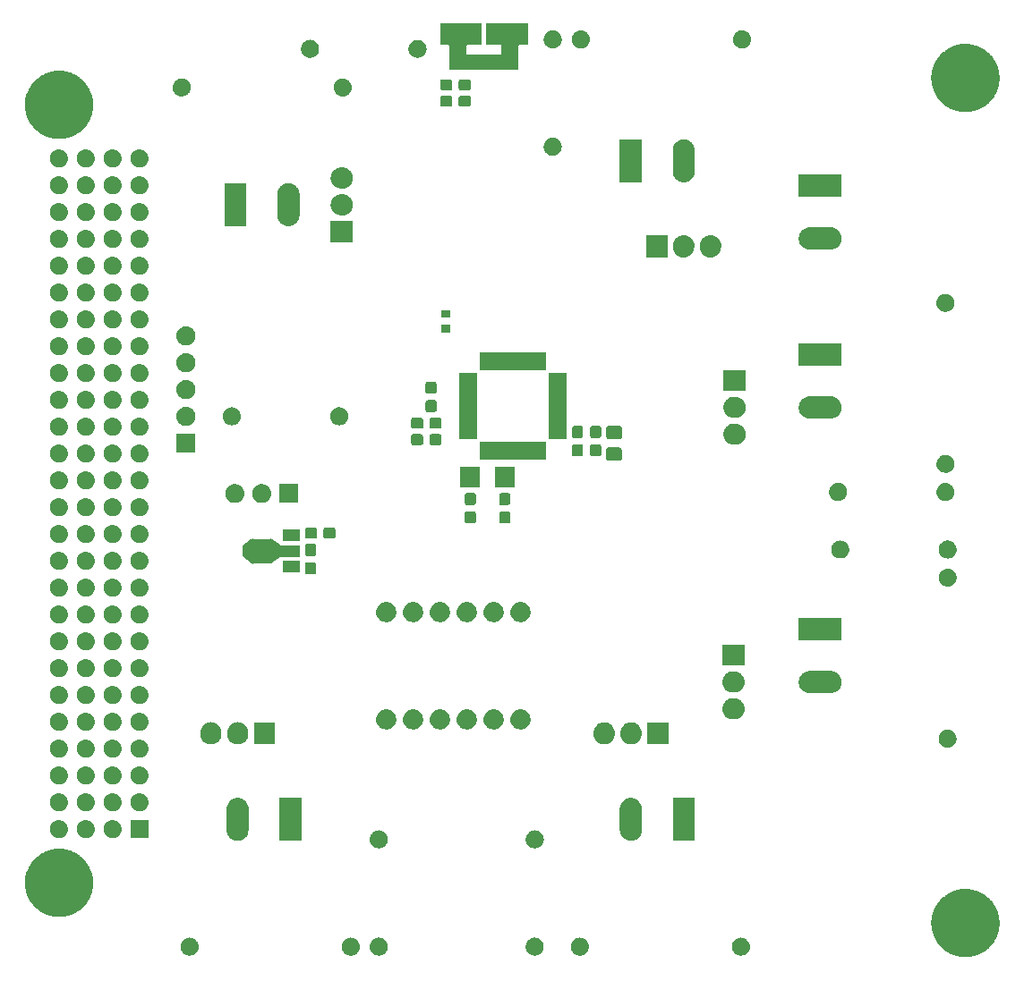
<source format=gts>
G04 #@! TF.GenerationSoftware,KiCad,Pcbnew,6.0.0-unknown-bc26ccf~86~ubuntu18.04.1*
G04 #@! TF.CreationDate,2019-06-19T17:05:38-04:00*
G04 #@! TF.ProjectId,DPL,44504c2e-6b69-4636-9164-5f7063625858,rev?*
G04 #@! TF.SameCoordinates,Original*
G04 #@! TF.FileFunction,Soldermask,Top*
G04 #@! TF.FilePolarity,Negative*
%FSLAX46Y46*%
G04 Gerber Fmt 4.6, Leading zero omitted, Abs format (unit mm)*
G04 Created by KiCad (PCBNEW 6.0.0-unknown-bc26ccf~86~ubuntu18.04.1) date 2019-06-19 17:05:38*
%MOMM*%
%LPD*%
G04 APERTURE LIST*
%ADD10C,0.100000*%
G04 APERTURE END LIST*
D10*
G36*
X165835652Y-129589579D02*
G01*
X165937881Y-129590293D01*
X166016862Y-129599711D01*
X166089518Y-129603773D01*
X166188880Y-129620222D01*
X166296072Y-129633004D01*
X166368013Y-129649878D01*
X166434267Y-129660846D01*
X166536647Y-129689431D01*
X166647269Y-129715377D01*
X166711517Y-129738255D01*
X166770812Y-129754810D01*
X166874684Y-129796356D01*
X166987095Y-129836384D01*
X167043314Y-129863804D01*
X167095258Y-129884580D01*
X167198910Y-129939692D01*
X167311315Y-129994516D01*
X167359350Y-130025000D01*
X167403786Y-130048627D01*
X167505449Y-130117717D01*
X167615888Y-130187804D01*
X167655815Y-130219906D01*
X167692794Y-130245037D01*
X167790587Y-130328266D01*
X167897017Y-130413837D01*
X167929126Y-130446171D01*
X167958891Y-130471503D01*
X168050870Y-130568768D01*
X168151198Y-130669799D01*
X168175989Y-130701078D01*
X168198983Y-130725393D01*
X168283191Y-130836333D01*
X168375263Y-130952499D01*
X168393413Y-130981545D01*
X168410244Y-131003719D01*
X168484707Y-131127645D01*
X168566420Y-131258414D01*
X168578775Y-131284201D01*
X168590216Y-131303242D01*
X168653023Y-131439168D01*
X168722285Y-131583730D01*
X168729827Y-131605388D01*
X168736783Y-131620442D01*
X168786082Y-131766931D01*
X168840916Y-131924393D01*
X168844743Y-131941239D01*
X168848238Y-131951623D01*
X168882282Y-132106463D01*
X168920835Y-132276156D01*
X168922131Y-132287711D01*
X168923272Y-132292900D01*
X168940455Y-132451077D01*
X168961045Y-132634636D01*
X168960971Y-132639926D01*
X168960987Y-132640072D01*
X168959687Y-133012444D01*
X168955232Y-133050951D01*
X168954751Y-133085370D01*
X168934935Y-133226371D01*
X168919549Y-133359347D01*
X168910890Y-133397458D01*
X168904548Y-133442587D01*
X168870584Y-133574868D01*
X168842134Y-133700090D01*
X168827578Y-133742365D01*
X168814838Y-133791982D01*
X168768394Y-133914247D01*
X168728369Y-134030488D01*
X168706937Y-134076033D01*
X168686741Y-134129200D01*
X168629596Y-134240391D01*
X168579595Y-134346650D01*
X168550438Y-134394418D01*
X168521853Y-134450037D01*
X168455826Y-134549416D01*
X168397535Y-134644912D01*
X168359973Y-134693686D01*
X168322230Y-134750495D01*
X168249189Y-134837542D01*
X168184331Y-134921761D01*
X168137844Y-134970237D01*
X168090358Y-135026829D01*
X168012210Y-135101248D01*
X167942483Y-135173959D01*
X167886723Y-135220747D01*
X167829129Y-135275593D01*
X167747703Y-135337399D01*
X167674795Y-135398576D01*
X167609657Y-135442182D01*
X167541799Y-135493689D01*
X167458868Y-135543126D01*
X167384438Y-135592952D01*
X167310020Y-135631857D01*
X167231948Y-135678397D01*
X167149175Y-135715945D01*
X167074758Y-135754849D01*
X166991372Y-135787528D01*
X166903439Y-135827416D01*
X166822400Y-135853747D01*
X166749427Y-135882345D01*
X166657599Y-135907294D01*
X166560366Y-135938887D01*
X166482454Y-135954880D01*
X166412224Y-135973961D01*
X166312722Y-135989721D01*
X166207006Y-136011421D01*
X166133446Y-136018116D01*
X166067099Y-136028624D01*
X165960921Y-136033817D01*
X165847763Y-136044115D01*
X165779561Y-136042686D01*
X165718082Y-136045693D01*
X165606417Y-136039059D01*
X165487114Y-136036560D01*
X165425125Y-136028289D01*
X165369274Y-136024971D01*
X165253514Y-136005391D01*
X165129555Y-135988852D01*
X165074350Y-135975088D01*
X165024729Y-135966695D01*
X164906453Y-135933226D01*
X164779543Y-135901584D01*
X164731531Y-135883728D01*
X164688511Y-135871555D01*
X164569443Y-135823448D01*
X164441439Y-135775844D01*
X164400763Y-135755297D01*
X164364520Y-135740654D01*
X164246539Y-135677393D01*
X164119458Y-135613200D01*
X164086060Y-135591345D01*
X164056567Y-135575531D01*
X163941658Y-135496851D01*
X163817614Y-135415679D01*
X163791220Y-135393844D01*
X163768253Y-135378118D01*
X163658489Y-135284039D01*
X163539669Y-135185742D01*
X163519805Y-135165172D01*
X163502941Y-135150718D01*
X163400480Y-135041607D01*
X163289086Y-134926256D01*
X163275084Y-134908075D01*
X163263741Y-134895995D01*
X163170779Y-134772631D01*
X163068990Y-134640455D01*
X163060038Y-134625673D01*
X163053447Y-134616927D01*
X162972301Y-134480803D01*
X162882123Y-134331902D01*
X162877245Y-134321344D01*
X162874528Y-134316787D01*
X162808366Y-134172276D01*
X162730815Y-134004441D01*
X162616952Y-133662155D01*
X162578601Y-133481727D01*
X162544924Y-133325966D01*
X162544368Y-133320677D01*
X162541952Y-133309310D01*
X162524964Y-133136052D01*
X162508400Y-132978453D01*
X162508438Y-132967511D01*
X162506751Y-132950304D01*
X162509080Y-132783526D01*
X162509619Y-132629028D01*
X162511468Y-132612546D01*
X162511788Y-132589611D01*
X162531880Y-132430569D01*
X162548569Y-132281779D01*
X162553415Y-132260101D01*
X162556999Y-132231728D01*
X162593265Y-132081822D01*
X162624797Y-131940756D01*
X162633766Y-131914411D01*
X162641821Y-131881114D01*
X162692534Y-131741782D01*
X162737403Y-131609980D01*
X162751541Y-131579662D01*
X162765197Y-131542141D01*
X162828517Y-131414583D01*
X162885080Y-131293284D01*
X162905327Y-131259852D01*
X162925590Y-131219033D01*
X162999572Y-131104235D01*
X163066096Y-130994391D01*
X163093250Y-130958874D01*
X163120999Y-130915817D01*
X163203657Y-130814469D01*
X163278324Y-130716808D01*
X163313037Y-130680356D01*
X163348990Y-130636273D01*
X163438333Y-130548782D01*
X163519300Y-130463758D01*
X163562032Y-130427646D01*
X163606720Y-130383885D01*
X163700756Y-130310416D01*
X163786198Y-130238212D01*
X163837232Y-130203789D01*
X163890977Y-130161799D01*
X163987749Y-130102264D01*
X164075879Y-130042820D01*
X164135292Y-130011495D01*
X164198219Y-129972782D01*
X164295881Y-129926826D01*
X164384986Y-129879846D01*
X164452650Y-129853056D01*
X164524615Y-129819192D01*
X164621396Y-129786245D01*
X164709870Y-129751216D01*
X164785435Y-129730402D01*
X164866098Y-129702942D01*
X164960398Y-129682209D01*
X165046755Y-129658422D01*
X165129660Y-129644994D01*
X165218411Y-129625481D01*
X165308783Y-129615982D01*
X165391685Y-129602555D01*
X165481133Y-129597867D01*
X165577162Y-129587774D01*
X165662370Y-129588369D01*
X165740642Y-129584267D01*
X165835652Y-129589579D01*
X165835652Y-129589579D01*
G37*
G36*
X110252976Y-134197826D02*
G01*
X110294766Y-134195782D01*
X110339056Y-134202639D01*
X110389810Y-134205476D01*
X110430163Y-134216743D01*
X110465621Y-134222232D01*
X110513204Y-134239928D01*
X110567898Y-134255199D01*
X110599622Y-134272067D01*
X110627659Y-134282494D01*
X110675757Y-134312549D01*
X110731153Y-134342004D01*
X110753968Y-134361421D01*
X110774271Y-134374108D01*
X110819641Y-134417313D01*
X110871961Y-134461841D01*
X110886463Y-134480947D01*
X110899472Y-134493335D01*
X110938616Y-134549655D01*
X110983751Y-134609118D01*
X110991302Y-134625459D01*
X110998142Y-134635301D01*
X111027508Y-134703817D01*
X111061307Y-134776965D01*
X111063885Y-134788692D01*
X111066247Y-134794202D01*
X111082429Y-134873036D01*
X111101011Y-134957551D01*
X111100345Y-135148388D01*
X111081181Y-135232738D01*
X111064443Y-135311485D01*
X111062041Y-135316982D01*
X111059381Y-135328692D01*
X111025069Y-135401609D01*
X110995227Y-135469915D01*
X110988318Y-135479709D01*
X110980655Y-135495994D01*
X110935114Y-135555130D01*
X110895570Y-135611187D01*
X110882472Y-135623487D01*
X110867840Y-135642487D01*
X110815227Y-135686635D01*
X110769544Y-135729534D01*
X110749147Y-135742082D01*
X110726199Y-135761338D01*
X110670600Y-135790405D01*
X110622293Y-135820123D01*
X110594184Y-135830354D01*
X110562341Y-135847001D01*
X110507534Y-135861892D01*
X110459831Y-135879254D01*
X110424340Y-135884495D01*
X110383911Y-135895479D01*
X110333139Y-135897962D01*
X110288803Y-135904509D01*
X110247027Y-135902174D01*
X110199233Y-135904511D01*
X110154992Y-135897028D01*
X110116189Y-135894859D01*
X110069980Y-135882650D01*
X110016923Y-135873676D01*
X109980839Y-135859097D01*
X109949035Y-135850694D01*
X109900897Y-135826799D01*
X109845488Y-135804412D01*
X109818311Y-135785804D01*
X109794182Y-135773826D01*
X109747128Y-135737063D01*
X109692926Y-135699950D01*
X109674469Y-135680295D01*
X109657950Y-135667389D01*
X109615400Y-135617393D01*
X109566354Y-135565164D01*
X109555608Y-135547138D01*
X109545896Y-135535726D01*
X109511401Y-135472981D01*
X109471678Y-135406344D01*
X109466943Y-135392111D01*
X109462610Y-135384229D01*
X109439692Y-135310192D01*
X109413314Y-135230898D01*
X109412372Y-135221934D01*
X109411486Y-135219072D01*
X109403347Y-135136068D01*
X109393987Y-135047012D01*
X109403967Y-134958044D01*
X109412687Y-134875078D01*
X109413593Y-134872220D01*
X109414598Y-134863265D01*
X109441530Y-134784153D01*
X109464963Y-134710281D01*
X109469350Y-134702432D01*
X109474184Y-134688231D01*
X109514382Y-134621857D01*
X109549304Y-134559371D01*
X109559092Y-134548031D01*
X109569967Y-134530075D01*
X109619385Y-134478181D01*
X109662273Y-134428495D01*
X109678879Y-134415707D01*
X109697477Y-134396177D01*
X109751952Y-134359433D01*
X109799250Y-134323009D01*
X109823458Y-134311202D01*
X109850765Y-134292783D01*
X109906319Y-134270787D01*
X109954633Y-134247223D01*
X109986503Y-134239040D01*
X110022679Y-134224717D01*
X110075795Y-134216114D01*
X110122088Y-134204228D01*
X110160903Y-134202330D01*
X110205199Y-134195155D01*
X110252976Y-134197826D01*
X110252976Y-134197826D01*
G37*
G36*
X144502976Y-134197826D02*
G01*
X144544766Y-134195782D01*
X144589056Y-134202639D01*
X144639810Y-134205476D01*
X144680163Y-134216743D01*
X144715621Y-134222232D01*
X144763204Y-134239928D01*
X144817898Y-134255199D01*
X144849622Y-134272067D01*
X144877659Y-134282494D01*
X144925757Y-134312549D01*
X144981153Y-134342004D01*
X145003968Y-134361421D01*
X145024271Y-134374108D01*
X145069641Y-134417313D01*
X145121961Y-134461841D01*
X145136463Y-134480947D01*
X145149472Y-134493335D01*
X145188616Y-134549655D01*
X145233751Y-134609118D01*
X145241302Y-134625459D01*
X145248142Y-134635301D01*
X145277508Y-134703817D01*
X145311307Y-134776965D01*
X145313885Y-134788692D01*
X145316247Y-134794202D01*
X145332429Y-134873036D01*
X145351011Y-134957551D01*
X145350345Y-135148388D01*
X145331181Y-135232738D01*
X145314443Y-135311485D01*
X145312041Y-135316982D01*
X145309381Y-135328692D01*
X145275069Y-135401609D01*
X145245227Y-135469915D01*
X145238318Y-135479709D01*
X145230655Y-135495994D01*
X145185114Y-135555130D01*
X145145570Y-135611187D01*
X145132472Y-135623487D01*
X145117840Y-135642487D01*
X145065227Y-135686635D01*
X145019544Y-135729534D01*
X144999147Y-135742082D01*
X144976199Y-135761338D01*
X144920600Y-135790405D01*
X144872293Y-135820123D01*
X144844184Y-135830354D01*
X144812341Y-135847001D01*
X144757534Y-135861892D01*
X144709831Y-135879254D01*
X144674340Y-135884495D01*
X144633911Y-135895479D01*
X144583139Y-135897962D01*
X144538803Y-135904509D01*
X144497027Y-135902174D01*
X144449233Y-135904511D01*
X144404992Y-135897028D01*
X144366189Y-135894859D01*
X144319980Y-135882650D01*
X144266923Y-135873676D01*
X144230839Y-135859097D01*
X144199035Y-135850694D01*
X144150897Y-135826799D01*
X144095488Y-135804412D01*
X144068311Y-135785804D01*
X144044182Y-135773826D01*
X143997128Y-135737063D01*
X143942926Y-135699950D01*
X143924469Y-135680295D01*
X143907950Y-135667389D01*
X143865400Y-135617393D01*
X143816354Y-135565164D01*
X143805608Y-135547138D01*
X143795896Y-135535726D01*
X143761401Y-135472981D01*
X143721678Y-135406344D01*
X143716943Y-135392111D01*
X143712610Y-135384229D01*
X143689692Y-135310192D01*
X143663314Y-135230898D01*
X143662372Y-135221934D01*
X143661486Y-135219072D01*
X143653347Y-135136068D01*
X143643987Y-135047012D01*
X143653967Y-134958044D01*
X143662687Y-134875078D01*
X143663593Y-134872220D01*
X143664598Y-134863265D01*
X143691530Y-134784153D01*
X143714963Y-134710281D01*
X143719350Y-134702432D01*
X143724184Y-134688231D01*
X143764382Y-134621857D01*
X143799304Y-134559371D01*
X143809092Y-134548031D01*
X143819967Y-134530075D01*
X143869385Y-134478181D01*
X143912273Y-134428495D01*
X143928879Y-134415707D01*
X143947477Y-134396177D01*
X144001952Y-134359433D01*
X144049250Y-134323009D01*
X144073458Y-134311202D01*
X144100765Y-134292783D01*
X144156319Y-134270787D01*
X144204633Y-134247223D01*
X144236503Y-134239040D01*
X144272679Y-134224717D01*
X144325795Y-134216114D01*
X144372088Y-134204228D01*
X144410903Y-134202330D01*
X144455199Y-134195155D01*
X144502976Y-134197826D01*
X144502976Y-134197826D01*
G37*
G36*
X125002976Y-134197826D02*
G01*
X125044766Y-134195782D01*
X125089056Y-134202639D01*
X125139810Y-134205476D01*
X125180163Y-134216743D01*
X125215621Y-134222232D01*
X125263204Y-134239928D01*
X125317898Y-134255199D01*
X125349622Y-134272067D01*
X125377659Y-134282494D01*
X125425757Y-134312549D01*
X125481153Y-134342004D01*
X125503968Y-134361421D01*
X125524271Y-134374108D01*
X125569641Y-134417313D01*
X125621961Y-134461841D01*
X125636463Y-134480947D01*
X125649472Y-134493335D01*
X125688616Y-134549655D01*
X125733751Y-134609118D01*
X125741302Y-134625459D01*
X125748142Y-134635301D01*
X125777508Y-134703817D01*
X125811307Y-134776965D01*
X125813885Y-134788692D01*
X125816247Y-134794202D01*
X125832429Y-134873036D01*
X125851011Y-134957551D01*
X125850345Y-135148388D01*
X125831181Y-135232738D01*
X125814443Y-135311485D01*
X125812041Y-135316982D01*
X125809381Y-135328692D01*
X125775069Y-135401609D01*
X125745227Y-135469915D01*
X125738318Y-135479709D01*
X125730655Y-135495994D01*
X125685114Y-135555130D01*
X125645570Y-135611187D01*
X125632472Y-135623487D01*
X125617840Y-135642487D01*
X125565227Y-135686635D01*
X125519544Y-135729534D01*
X125499147Y-135742082D01*
X125476199Y-135761338D01*
X125420600Y-135790405D01*
X125372293Y-135820123D01*
X125344184Y-135830354D01*
X125312341Y-135847001D01*
X125257534Y-135861892D01*
X125209831Y-135879254D01*
X125174340Y-135884495D01*
X125133911Y-135895479D01*
X125083139Y-135897962D01*
X125038803Y-135904509D01*
X124997027Y-135902174D01*
X124949233Y-135904511D01*
X124904992Y-135897028D01*
X124866189Y-135894859D01*
X124819980Y-135882650D01*
X124766923Y-135873676D01*
X124730839Y-135859097D01*
X124699035Y-135850694D01*
X124650897Y-135826799D01*
X124595488Y-135804412D01*
X124568311Y-135785804D01*
X124544182Y-135773826D01*
X124497128Y-135737063D01*
X124442926Y-135699950D01*
X124424469Y-135680295D01*
X124407950Y-135667389D01*
X124365400Y-135617393D01*
X124316354Y-135565164D01*
X124305608Y-135547138D01*
X124295896Y-135535726D01*
X124261401Y-135472981D01*
X124221678Y-135406344D01*
X124216943Y-135392111D01*
X124212610Y-135384229D01*
X124189692Y-135310192D01*
X124163314Y-135230898D01*
X124162372Y-135221934D01*
X124161486Y-135219072D01*
X124153347Y-135136068D01*
X124143987Y-135047012D01*
X124153967Y-134958044D01*
X124162687Y-134875078D01*
X124163593Y-134872220D01*
X124164598Y-134863265D01*
X124191530Y-134784153D01*
X124214963Y-134710281D01*
X124219350Y-134702432D01*
X124224184Y-134688231D01*
X124264382Y-134621857D01*
X124299304Y-134559371D01*
X124309092Y-134548031D01*
X124319967Y-134530075D01*
X124369385Y-134478181D01*
X124412273Y-134428495D01*
X124428879Y-134415707D01*
X124447477Y-134396177D01*
X124501952Y-134359433D01*
X124549250Y-134323009D01*
X124573458Y-134311202D01*
X124600765Y-134292783D01*
X124656319Y-134270787D01*
X124704633Y-134247223D01*
X124736503Y-134239040D01*
X124772679Y-134224717D01*
X124825795Y-134216114D01*
X124872088Y-134204228D01*
X124910903Y-134202330D01*
X124955199Y-134195155D01*
X125002976Y-134197826D01*
X125002976Y-134197826D01*
G37*
G36*
X92352976Y-134197826D02*
G01*
X92394766Y-134195782D01*
X92439056Y-134202639D01*
X92489810Y-134205476D01*
X92530163Y-134216743D01*
X92565621Y-134222232D01*
X92613204Y-134239928D01*
X92667898Y-134255199D01*
X92699622Y-134272067D01*
X92727659Y-134282494D01*
X92775757Y-134312549D01*
X92831153Y-134342004D01*
X92853968Y-134361421D01*
X92874271Y-134374108D01*
X92919641Y-134417313D01*
X92971961Y-134461841D01*
X92986463Y-134480947D01*
X92999472Y-134493335D01*
X93038616Y-134549655D01*
X93083751Y-134609118D01*
X93091302Y-134625459D01*
X93098142Y-134635301D01*
X93127508Y-134703817D01*
X93161307Y-134776965D01*
X93163885Y-134788692D01*
X93166247Y-134794202D01*
X93182429Y-134873036D01*
X93201011Y-134957551D01*
X93200345Y-135148388D01*
X93181181Y-135232738D01*
X93164443Y-135311485D01*
X93162041Y-135316982D01*
X93159381Y-135328692D01*
X93125069Y-135401609D01*
X93095227Y-135469915D01*
X93088318Y-135479709D01*
X93080655Y-135495994D01*
X93035114Y-135555130D01*
X92995570Y-135611187D01*
X92982472Y-135623487D01*
X92967840Y-135642487D01*
X92915227Y-135686635D01*
X92869544Y-135729534D01*
X92849147Y-135742082D01*
X92826199Y-135761338D01*
X92770600Y-135790405D01*
X92722293Y-135820123D01*
X92694184Y-135830354D01*
X92662341Y-135847001D01*
X92607534Y-135861892D01*
X92559831Y-135879254D01*
X92524340Y-135884495D01*
X92483911Y-135895479D01*
X92433139Y-135897962D01*
X92388803Y-135904509D01*
X92347027Y-135902174D01*
X92299233Y-135904511D01*
X92254992Y-135897028D01*
X92216189Y-135894859D01*
X92169980Y-135882650D01*
X92116923Y-135873676D01*
X92080839Y-135859097D01*
X92049035Y-135850694D01*
X92000897Y-135826799D01*
X91945488Y-135804412D01*
X91918311Y-135785804D01*
X91894182Y-135773826D01*
X91847128Y-135737063D01*
X91792926Y-135699950D01*
X91774469Y-135680295D01*
X91757950Y-135667389D01*
X91715400Y-135617393D01*
X91666354Y-135565164D01*
X91655608Y-135547138D01*
X91645896Y-135535726D01*
X91611401Y-135472981D01*
X91571678Y-135406344D01*
X91566943Y-135392111D01*
X91562610Y-135384229D01*
X91539692Y-135310192D01*
X91513314Y-135230898D01*
X91512372Y-135221934D01*
X91511486Y-135219072D01*
X91503347Y-135136068D01*
X91493987Y-135047012D01*
X91503967Y-134958044D01*
X91512687Y-134875078D01*
X91513593Y-134872220D01*
X91514598Y-134863265D01*
X91541530Y-134784153D01*
X91564963Y-134710281D01*
X91569350Y-134702432D01*
X91574184Y-134688231D01*
X91614382Y-134621857D01*
X91649304Y-134559371D01*
X91659092Y-134548031D01*
X91669967Y-134530075D01*
X91719385Y-134478181D01*
X91762273Y-134428495D01*
X91778879Y-134415707D01*
X91797477Y-134396177D01*
X91851952Y-134359433D01*
X91899250Y-134323009D01*
X91923458Y-134311202D01*
X91950765Y-134292783D01*
X92006319Y-134270787D01*
X92054633Y-134247223D01*
X92086503Y-134239040D01*
X92122679Y-134224717D01*
X92175795Y-134216114D01*
X92222088Y-134204228D01*
X92260903Y-134202330D01*
X92305199Y-134195155D01*
X92352976Y-134197826D01*
X92352976Y-134197826D01*
G37*
G36*
X107727270Y-134216707D02*
G01*
X107851689Y-134235968D01*
X107856690Y-134238132D01*
X107865865Y-134239651D01*
X107938903Y-134273709D01*
X108007312Y-134303313D01*
X108017129Y-134310187D01*
X108033440Y-134317793D01*
X108092726Y-134363121D01*
X108148929Y-134402474D01*
X108161276Y-134415530D01*
X108180327Y-134430096D01*
X108224657Y-134482554D01*
X108267715Y-134528086D01*
X108280335Y-134548439D01*
X108299671Y-134571321D01*
X108328930Y-134626816D01*
X108358819Y-134675022D01*
X108369150Y-134703099D01*
X108385905Y-134734879D01*
X108400983Y-134789619D01*
X108418516Y-134837272D01*
X108423882Y-134872753D01*
X108435006Y-134913139D01*
X108437666Y-134963903D01*
X108444368Y-135008216D01*
X108442178Y-135049995D01*
X108444683Y-135097784D01*
X108437354Y-135142056D01*
X108435320Y-135180863D01*
X108423272Y-135227117D01*
X108414484Y-135280200D01*
X108400035Y-135316325D01*
X108391741Y-135348167D01*
X108368009Y-135396396D01*
X108345819Y-135451876D01*
X108327303Y-135479121D01*
X108315413Y-135503285D01*
X108278825Y-135550454D01*
X108241890Y-135604802D01*
X108222296Y-135623332D01*
X108209447Y-135639896D01*
X108159605Y-135682616D01*
X108107548Y-135731844D01*
X108089557Y-135742654D01*
X108078185Y-135752401D01*
X108015589Y-135787098D01*
X107949059Y-135827074D01*
X107934838Y-135831860D01*
X107926972Y-135836220D01*
X107852991Y-135859404D01*
X107773817Y-135886049D01*
X107764863Y-135887022D01*
X107762000Y-135887919D01*
X107678954Y-135896354D01*
X107636191Y-135901000D01*
X107559689Y-135901000D01*
X107452730Y-135883293D01*
X107328311Y-135864032D01*
X107323310Y-135861868D01*
X107314135Y-135860349D01*
X107241097Y-135826291D01*
X107172688Y-135796687D01*
X107162871Y-135789813D01*
X107146560Y-135782207D01*
X107087274Y-135736879D01*
X107031071Y-135697526D01*
X107018724Y-135684470D01*
X106999673Y-135669904D01*
X106955343Y-135617446D01*
X106912285Y-135571914D01*
X106899665Y-135551561D01*
X106880329Y-135528679D01*
X106851070Y-135473184D01*
X106821181Y-135424978D01*
X106810850Y-135396901D01*
X106794095Y-135365121D01*
X106779017Y-135310381D01*
X106761484Y-135262728D01*
X106756118Y-135227247D01*
X106744994Y-135186861D01*
X106742334Y-135136097D01*
X106735632Y-135091784D01*
X106737822Y-135050005D01*
X106735317Y-135002216D01*
X106742646Y-134957944D01*
X106744680Y-134919137D01*
X106756728Y-134872883D01*
X106765516Y-134819800D01*
X106779965Y-134783675D01*
X106788259Y-134751833D01*
X106811991Y-134703604D01*
X106834181Y-134648124D01*
X106852697Y-134620879D01*
X106864587Y-134596715D01*
X106901175Y-134549546D01*
X106938110Y-134495198D01*
X106957704Y-134476668D01*
X106970553Y-134460104D01*
X107020395Y-134417384D01*
X107072452Y-134368156D01*
X107090443Y-134357346D01*
X107101815Y-134347599D01*
X107164411Y-134312902D01*
X107230941Y-134272926D01*
X107245162Y-134268140D01*
X107253028Y-134263780D01*
X107327009Y-134240596D01*
X107406183Y-134213951D01*
X107415137Y-134212978D01*
X107418000Y-134212081D01*
X107501046Y-134203646D01*
X107543809Y-134199000D01*
X107620311Y-134199000D01*
X107727270Y-134216707D01*
X107727270Y-134216707D01*
G37*
G36*
X129397270Y-134216707D02*
G01*
X129521689Y-134235968D01*
X129526690Y-134238132D01*
X129535865Y-134239651D01*
X129608903Y-134273709D01*
X129677312Y-134303313D01*
X129687129Y-134310187D01*
X129703440Y-134317793D01*
X129762726Y-134363121D01*
X129818929Y-134402474D01*
X129831276Y-134415530D01*
X129850327Y-134430096D01*
X129894657Y-134482554D01*
X129937715Y-134528086D01*
X129950335Y-134548439D01*
X129969671Y-134571321D01*
X129998930Y-134626816D01*
X130028819Y-134675022D01*
X130039150Y-134703099D01*
X130055905Y-134734879D01*
X130070983Y-134789619D01*
X130088516Y-134837272D01*
X130093882Y-134872753D01*
X130105006Y-134913139D01*
X130107666Y-134963903D01*
X130114368Y-135008216D01*
X130112178Y-135049995D01*
X130114683Y-135097784D01*
X130107354Y-135142056D01*
X130105320Y-135180863D01*
X130093272Y-135227117D01*
X130084484Y-135280200D01*
X130070035Y-135316325D01*
X130061741Y-135348167D01*
X130038009Y-135396396D01*
X130015819Y-135451876D01*
X129997303Y-135479121D01*
X129985413Y-135503285D01*
X129948825Y-135550454D01*
X129911890Y-135604802D01*
X129892296Y-135623332D01*
X129879447Y-135639896D01*
X129829605Y-135682616D01*
X129777548Y-135731844D01*
X129759557Y-135742654D01*
X129748185Y-135752401D01*
X129685589Y-135787098D01*
X129619059Y-135827074D01*
X129604838Y-135831860D01*
X129596972Y-135836220D01*
X129522991Y-135859404D01*
X129443817Y-135886049D01*
X129434863Y-135887022D01*
X129432000Y-135887919D01*
X129348954Y-135896354D01*
X129306191Y-135901000D01*
X129229689Y-135901000D01*
X129122730Y-135883293D01*
X128998311Y-135864032D01*
X128993310Y-135861868D01*
X128984135Y-135860349D01*
X128911097Y-135826291D01*
X128842688Y-135796687D01*
X128832871Y-135789813D01*
X128816560Y-135782207D01*
X128757274Y-135736879D01*
X128701071Y-135697526D01*
X128688724Y-135684470D01*
X128669673Y-135669904D01*
X128625343Y-135617446D01*
X128582285Y-135571914D01*
X128569665Y-135551561D01*
X128550329Y-135528679D01*
X128521070Y-135473184D01*
X128491181Y-135424978D01*
X128480850Y-135396901D01*
X128464095Y-135365121D01*
X128449017Y-135310381D01*
X128431484Y-135262728D01*
X128426118Y-135227247D01*
X128414994Y-135186861D01*
X128412334Y-135136097D01*
X128405632Y-135091784D01*
X128407822Y-135050005D01*
X128405317Y-135002216D01*
X128412646Y-134957944D01*
X128414680Y-134919137D01*
X128426728Y-134872883D01*
X128435516Y-134819800D01*
X128449965Y-134783675D01*
X128458259Y-134751833D01*
X128481991Y-134703604D01*
X128504181Y-134648124D01*
X128522697Y-134620879D01*
X128534587Y-134596715D01*
X128571175Y-134549546D01*
X128608110Y-134495198D01*
X128627704Y-134476668D01*
X128640553Y-134460104D01*
X128690395Y-134417384D01*
X128742452Y-134368156D01*
X128760443Y-134357346D01*
X128771815Y-134347599D01*
X128834411Y-134312902D01*
X128900941Y-134272926D01*
X128915162Y-134268140D01*
X128923028Y-134263780D01*
X128997009Y-134240596D01*
X129076183Y-134213951D01*
X129085137Y-134212978D01*
X129088000Y-134212081D01*
X129171046Y-134203646D01*
X129213809Y-134199000D01*
X129290311Y-134199000D01*
X129397270Y-134216707D01*
X129397270Y-134216707D01*
G37*
G36*
X80105652Y-125779579D02*
G01*
X80207881Y-125780293D01*
X80286862Y-125789711D01*
X80359518Y-125793773D01*
X80458880Y-125810222D01*
X80566072Y-125823004D01*
X80638013Y-125839878D01*
X80704267Y-125850846D01*
X80806647Y-125879431D01*
X80917269Y-125905377D01*
X80981517Y-125928255D01*
X81040812Y-125944810D01*
X81144684Y-125986356D01*
X81257095Y-126026384D01*
X81313314Y-126053804D01*
X81365258Y-126074580D01*
X81468910Y-126129692D01*
X81581315Y-126184516D01*
X81629350Y-126215000D01*
X81673786Y-126238627D01*
X81775449Y-126307717D01*
X81885888Y-126377804D01*
X81925815Y-126409906D01*
X81962794Y-126435037D01*
X82060587Y-126518266D01*
X82167017Y-126603837D01*
X82199126Y-126636171D01*
X82228891Y-126661503D01*
X82320870Y-126758768D01*
X82421198Y-126859799D01*
X82445989Y-126891078D01*
X82468983Y-126915393D01*
X82553191Y-127026333D01*
X82645263Y-127142499D01*
X82663413Y-127171545D01*
X82680244Y-127193719D01*
X82754707Y-127317645D01*
X82836420Y-127448414D01*
X82848775Y-127474201D01*
X82860216Y-127493242D01*
X82923023Y-127629168D01*
X82992285Y-127773730D01*
X82999827Y-127795388D01*
X83006783Y-127810442D01*
X83056082Y-127956931D01*
X83110916Y-128114393D01*
X83114743Y-128131239D01*
X83118238Y-128141623D01*
X83152282Y-128296463D01*
X83190835Y-128466156D01*
X83192131Y-128477711D01*
X83193272Y-128482900D01*
X83210455Y-128641077D01*
X83231045Y-128824636D01*
X83230971Y-128829926D01*
X83230987Y-128830072D01*
X83229687Y-129202444D01*
X83225232Y-129240951D01*
X83224751Y-129275370D01*
X83204935Y-129416371D01*
X83189549Y-129549347D01*
X83180890Y-129587458D01*
X83174548Y-129632587D01*
X83140584Y-129764868D01*
X83112134Y-129890090D01*
X83097578Y-129932365D01*
X83084838Y-129981982D01*
X83038394Y-130104247D01*
X82998369Y-130220488D01*
X82976937Y-130266033D01*
X82956741Y-130319200D01*
X82899596Y-130430391D01*
X82849595Y-130536650D01*
X82820438Y-130584418D01*
X82791853Y-130640037D01*
X82725826Y-130739416D01*
X82667535Y-130834912D01*
X82629973Y-130883686D01*
X82592230Y-130940495D01*
X82519189Y-131027542D01*
X82454331Y-131111761D01*
X82407844Y-131160237D01*
X82360358Y-131216829D01*
X82282210Y-131291248D01*
X82212483Y-131363959D01*
X82156723Y-131410747D01*
X82099129Y-131465593D01*
X82017703Y-131527399D01*
X81944795Y-131588576D01*
X81879657Y-131632182D01*
X81811799Y-131683689D01*
X81728868Y-131733126D01*
X81654438Y-131782952D01*
X81580020Y-131821857D01*
X81501948Y-131868397D01*
X81419175Y-131905945D01*
X81344758Y-131944849D01*
X81261372Y-131977528D01*
X81173439Y-132017416D01*
X81092400Y-132043747D01*
X81019427Y-132072345D01*
X80927599Y-132097294D01*
X80830366Y-132128887D01*
X80752454Y-132144880D01*
X80682224Y-132163961D01*
X80582722Y-132179721D01*
X80477006Y-132201421D01*
X80403446Y-132208116D01*
X80337099Y-132218624D01*
X80230921Y-132223817D01*
X80117763Y-132234115D01*
X80049561Y-132232686D01*
X79988082Y-132235693D01*
X79876417Y-132229059D01*
X79757114Y-132226560D01*
X79695125Y-132218289D01*
X79639274Y-132214971D01*
X79523514Y-132195391D01*
X79399555Y-132178852D01*
X79344350Y-132165088D01*
X79294729Y-132156695D01*
X79176453Y-132123226D01*
X79049543Y-132091584D01*
X79001531Y-132073728D01*
X78958511Y-132061555D01*
X78839443Y-132013448D01*
X78711439Y-131965844D01*
X78670763Y-131945297D01*
X78634520Y-131930654D01*
X78516539Y-131867393D01*
X78389458Y-131803200D01*
X78356060Y-131781345D01*
X78326567Y-131765531D01*
X78211658Y-131686851D01*
X78087614Y-131605679D01*
X78061220Y-131583844D01*
X78038253Y-131568118D01*
X77928489Y-131474039D01*
X77809669Y-131375742D01*
X77789805Y-131355172D01*
X77772941Y-131340718D01*
X77670480Y-131231607D01*
X77559086Y-131116256D01*
X77545084Y-131098075D01*
X77533741Y-131085995D01*
X77440779Y-130962631D01*
X77338990Y-130830455D01*
X77330038Y-130815673D01*
X77323447Y-130806927D01*
X77242301Y-130670803D01*
X77152123Y-130521902D01*
X77147245Y-130511344D01*
X77144528Y-130506787D01*
X77078366Y-130362276D01*
X77000815Y-130194441D01*
X76886952Y-129852155D01*
X76848601Y-129671727D01*
X76814924Y-129515966D01*
X76814368Y-129510677D01*
X76811952Y-129499310D01*
X76794964Y-129326052D01*
X76778400Y-129168453D01*
X76778438Y-129157511D01*
X76776751Y-129140304D01*
X76779080Y-128973526D01*
X76779619Y-128819028D01*
X76781468Y-128802546D01*
X76781788Y-128779611D01*
X76801880Y-128620569D01*
X76818569Y-128471779D01*
X76823415Y-128450101D01*
X76826999Y-128421728D01*
X76863265Y-128271822D01*
X76894797Y-128130756D01*
X76903766Y-128104411D01*
X76911821Y-128071114D01*
X76962534Y-127931782D01*
X77007403Y-127799980D01*
X77021541Y-127769662D01*
X77035197Y-127732141D01*
X77098517Y-127604583D01*
X77155080Y-127483284D01*
X77175327Y-127449852D01*
X77195590Y-127409033D01*
X77269572Y-127294235D01*
X77336096Y-127184391D01*
X77363250Y-127148874D01*
X77390999Y-127105817D01*
X77473657Y-127004469D01*
X77548324Y-126906808D01*
X77583037Y-126870356D01*
X77618990Y-126826273D01*
X77708333Y-126738782D01*
X77789300Y-126653758D01*
X77832032Y-126617646D01*
X77876720Y-126573885D01*
X77970756Y-126500416D01*
X78056198Y-126428212D01*
X78107232Y-126393789D01*
X78160977Y-126351799D01*
X78257749Y-126292264D01*
X78345879Y-126232820D01*
X78405292Y-126201495D01*
X78468219Y-126162782D01*
X78565881Y-126116826D01*
X78654986Y-126069846D01*
X78722650Y-126043056D01*
X78794615Y-126009192D01*
X78891396Y-125976245D01*
X78979870Y-125941216D01*
X79055435Y-125920402D01*
X79136098Y-125892942D01*
X79230398Y-125872209D01*
X79316755Y-125848422D01*
X79399660Y-125834994D01*
X79488411Y-125815481D01*
X79578783Y-125805982D01*
X79661685Y-125792555D01*
X79751133Y-125787867D01*
X79847162Y-125777774D01*
X79932370Y-125778369D01*
X80010642Y-125774267D01*
X80105652Y-125779579D01*
X80105652Y-125779579D01*
G37*
G36*
X125137270Y-124056707D02*
G01*
X125261689Y-124075968D01*
X125266690Y-124078132D01*
X125275865Y-124079651D01*
X125348903Y-124113709D01*
X125417312Y-124143313D01*
X125427129Y-124150187D01*
X125443440Y-124157793D01*
X125502726Y-124203121D01*
X125558929Y-124242474D01*
X125571276Y-124255530D01*
X125590327Y-124270096D01*
X125634657Y-124322554D01*
X125677715Y-124368086D01*
X125690335Y-124388439D01*
X125709671Y-124411321D01*
X125738930Y-124466816D01*
X125768819Y-124515022D01*
X125779150Y-124543099D01*
X125795905Y-124574879D01*
X125810983Y-124629619D01*
X125828516Y-124677272D01*
X125833882Y-124712753D01*
X125845006Y-124753139D01*
X125847666Y-124803903D01*
X125854368Y-124848216D01*
X125852178Y-124889995D01*
X125854683Y-124937784D01*
X125847354Y-124982056D01*
X125845320Y-125020863D01*
X125833272Y-125067117D01*
X125824484Y-125120200D01*
X125810035Y-125156325D01*
X125801741Y-125188167D01*
X125778009Y-125236396D01*
X125755819Y-125291876D01*
X125737303Y-125319121D01*
X125725413Y-125343285D01*
X125688825Y-125390454D01*
X125651890Y-125444802D01*
X125632296Y-125463332D01*
X125619447Y-125479896D01*
X125569605Y-125522616D01*
X125517548Y-125571844D01*
X125499557Y-125582654D01*
X125488185Y-125592401D01*
X125425589Y-125627098D01*
X125359059Y-125667074D01*
X125344838Y-125671860D01*
X125336972Y-125676220D01*
X125262991Y-125699404D01*
X125183817Y-125726049D01*
X125174863Y-125727022D01*
X125172000Y-125727919D01*
X125088954Y-125736354D01*
X125046191Y-125741000D01*
X124969689Y-125741000D01*
X124862730Y-125723293D01*
X124738311Y-125704032D01*
X124733310Y-125701868D01*
X124724135Y-125700349D01*
X124651097Y-125666291D01*
X124582688Y-125636687D01*
X124572871Y-125629813D01*
X124556560Y-125622207D01*
X124497274Y-125576879D01*
X124441071Y-125537526D01*
X124428724Y-125524470D01*
X124409673Y-125509904D01*
X124365343Y-125457446D01*
X124322285Y-125411914D01*
X124309665Y-125391561D01*
X124290329Y-125368679D01*
X124261070Y-125313184D01*
X124231181Y-125264978D01*
X124220850Y-125236901D01*
X124204095Y-125205121D01*
X124189017Y-125150381D01*
X124171484Y-125102728D01*
X124166118Y-125067247D01*
X124154994Y-125026861D01*
X124152334Y-124976097D01*
X124145632Y-124931784D01*
X124147822Y-124890005D01*
X124145317Y-124842216D01*
X124152646Y-124797944D01*
X124154680Y-124759137D01*
X124166728Y-124712883D01*
X124175516Y-124659800D01*
X124189965Y-124623675D01*
X124198259Y-124591833D01*
X124221991Y-124543604D01*
X124244181Y-124488124D01*
X124262697Y-124460879D01*
X124274587Y-124436715D01*
X124311175Y-124389546D01*
X124348110Y-124335198D01*
X124367704Y-124316668D01*
X124380553Y-124300104D01*
X124430395Y-124257384D01*
X124482452Y-124208156D01*
X124500443Y-124197346D01*
X124511815Y-124187599D01*
X124574411Y-124152902D01*
X124640941Y-124112926D01*
X124655162Y-124108140D01*
X124663028Y-124103780D01*
X124737009Y-124080596D01*
X124816183Y-124053951D01*
X124825137Y-124052978D01*
X124828000Y-124052081D01*
X124911046Y-124043646D01*
X124953809Y-124039000D01*
X125030311Y-124039000D01*
X125137270Y-124056707D01*
X125137270Y-124056707D01*
G37*
G36*
X110387270Y-124056707D02*
G01*
X110511689Y-124075968D01*
X110516690Y-124078132D01*
X110525865Y-124079651D01*
X110598903Y-124113709D01*
X110667312Y-124143313D01*
X110677129Y-124150187D01*
X110693440Y-124157793D01*
X110752726Y-124203121D01*
X110808929Y-124242474D01*
X110821276Y-124255530D01*
X110840327Y-124270096D01*
X110884657Y-124322554D01*
X110927715Y-124368086D01*
X110940335Y-124388439D01*
X110959671Y-124411321D01*
X110988930Y-124466816D01*
X111018819Y-124515022D01*
X111029150Y-124543099D01*
X111045905Y-124574879D01*
X111060983Y-124629619D01*
X111078516Y-124677272D01*
X111083882Y-124712753D01*
X111095006Y-124753139D01*
X111097666Y-124803903D01*
X111104368Y-124848216D01*
X111102178Y-124889995D01*
X111104683Y-124937784D01*
X111097354Y-124982056D01*
X111095320Y-125020863D01*
X111083272Y-125067117D01*
X111074484Y-125120200D01*
X111060035Y-125156325D01*
X111051741Y-125188167D01*
X111028009Y-125236396D01*
X111005819Y-125291876D01*
X110987303Y-125319121D01*
X110975413Y-125343285D01*
X110938825Y-125390454D01*
X110901890Y-125444802D01*
X110882296Y-125463332D01*
X110869447Y-125479896D01*
X110819605Y-125522616D01*
X110767548Y-125571844D01*
X110749557Y-125582654D01*
X110738185Y-125592401D01*
X110675589Y-125627098D01*
X110609059Y-125667074D01*
X110594838Y-125671860D01*
X110586972Y-125676220D01*
X110512991Y-125699404D01*
X110433817Y-125726049D01*
X110424863Y-125727022D01*
X110422000Y-125727919D01*
X110338954Y-125736354D01*
X110296191Y-125741000D01*
X110219689Y-125741000D01*
X110112730Y-125723293D01*
X109988311Y-125704032D01*
X109983310Y-125701868D01*
X109974135Y-125700349D01*
X109901097Y-125666291D01*
X109832688Y-125636687D01*
X109822871Y-125629813D01*
X109806560Y-125622207D01*
X109747274Y-125576879D01*
X109691071Y-125537526D01*
X109678724Y-125524470D01*
X109659673Y-125509904D01*
X109615343Y-125457446D01*
X109572285Y-125411914D01*
X109559665Y-125391561D01*
X109540329Y-125368679D01*
X109511070Y-125313184D01*
X109481181Y-125264978D01*
X109470850Y-125236901D01*
X109454095Y-125205121D01*
X109439017Y-125150381D01*
X109421484Y-125102728D01*
X109416118Y-125067247D01*
X109404994Y-125026861D01*
X109402334Y-124976097D01*
X109395632Y-124931784D01*
X109397822Y-124890005D01*
X109395317Y-124842216D01*
X109402646Y-124797944D01*
X109404680Y-124759137D01*
X109416728Y-124712883D01*
X109425516Y-124659800D01*
X109439965Y-124623675D01*
X109448259Y-124591833D01*
X109471991Y-124543604D01*
X109494181Y-124488124D01*
X109512697Y-124460879D01*
X109524587Y-124436715D01*
X109561175Y-124389546D01*
X109598110Y-124335198D01*
X109617704Y-124316668D01*
X109630553Y-124300104D01*
X109680395Y-124257384D01*
X109732452Y-124208156D01*
X109750443Y-124197346D01*
X109761815Y-124187599D01*
X109824411Y-124152902D01*
X109890941Y-124112926D01*
X109905162Y-124108140D01*
X109913028Y-124103780D01*
X109987009Y-124080596D01*
X110066183Y-124053951D01*
X110075137Y-124052978D01*
X110078000Y-124052081D01*
X110161046Y-124043646D01*
X110203809Y-124039000D01*
X110280311Y-124039000D01*
X110387270Y-124056707D01*
X110387270Y-124056707D01*
G37*
G36*
X96950934Y-120969626D02*
G01*
X96999280Y-120970259D01*
X97046704Y-120979692D01*
X97100335Y-120985329D01*
X97145801Y-120999403D01*
X97186930Y-121007584D01*
X97237826Y-121027890D01*
X97295355Y-121045698D01*
X97331648Y-121065321D01*
X97364632Y-121078481D01*
X97416433Y-121111164D01*
X97474936Y-121142797D01*
X97501830Y-121165045D01*
X97526440Y-121180573D01*
X97576185Y-121226557D01*
X97632237Y-121272927D01*
X97650280Y-121295050D01*
X97666934Y-121310445D01*
X97711397Y-121369987D01*
X97761266Y-121431133D01*
X97771672Y-121450704D01*
X97781411Y-121463746D01*
X97817273Y-121536468D01*
X97857108Y-121611387D01*
X97861670Y-121626496D01*
X97866028Y-121635334D01*
X97889994Y-121720310D01*
X97916114Y-121806824D01*
X97917031Y-121816176D01*
X97917962Y-121819477D01*
X97927008Y-121917931D01*
X97931000Y-121958640D01*
X97931000Y-124037915D01*
X97913178Y-124207483D01*
X97885209Y-124295653D01*
X97855888Y-124390081D01*
X97854292Y-124393114D01*
X97851449Y-124402077D01*
X97807892Y-124481306D01*
X97766803Y-124559404D01*
X97760704Y-124567140D01*
X97753098Y-124580976D01*
X97698531Y-124646007D01*
X97648356Y-124709653D01*
X97636125Y-124720380D01*
X97621873Y-124737364D01*
X97560375Y-124786810D01*
X97504510Y-124835802D01*
X97485019Y-124847398D01*
X97462771Y-124865286D01*
X97398303Y-124898989D01*
X97340085Y-124933625D01*
X97312784Y-124943697D01*
X97281851Y-124959868D01*
X97218045Y-124978647D01*
X97160590Y-124999843D01*
X97125597Y-125005856D01*
X97086007Y-125017508D01*
X97026016Y-125022968D01*
X96972021Y-125032246D01*
X96930099Y-125031697D01*
X96882697Y-125036011D01*
X96829066Y-125030374D01*
X96780720Y-125029741D01*
X96733296Y-125020308D01*
X96679665Y-125014671D01*
X96634199Y-125000597D01*
X96593070Y-124992416D01*
X96542174Y-124972110D01*
X96484645Y-124954302D01*
X96448352Y-124934679D01*
X96415368Y-124921519D01*
X96363567Y-124888836D01*
X96305064Y-124857203D01*
X96278170Y-124834955D01*
X96253560Y-124819427D01*
X96203815Y-124773443D01*
X96147763Y-124727073D01*
X96129720Y-124704950D01*
X96113066Y-124689555D01*
X96068611Y-124630023D01*
X96018734Y-124568867D01*
X96008324Y-124549288D01*
X95998590Y-124536253D01*
X95962738Y-124463552D01*
X95922892Y-124388612D01*
X95918330Y-124373502D01*
X95913972Y-124364665D01*
X95890006Y-124279689D01*
X95863886Y-124193175D01*
X95862969Y-124183823D01*
X95862038Y-124180522D01*
X95852992Y-124082068D01*
X95849000Y-124041359D01*
X95849001Y-121962085D01*
X95866823Y-121792517D01*
X95894792Y-121704347D01*
X95924113Y-121609919D01*
X95925709Y-121606886D01*
X95928552Y-121597923D01*
X95972109Y-121518694D01*
X96013198Y-121440596D01*
X96019297Y-121432860D01*
X96026903Y-121419024D01*
X96081470Y-121353993D01*
X96131645Y-121290347D01*
X96143876Y-121279620D01*
X96158128Y-121262636D01*
X96219626Y-121213190D01*
X96275491Y-121164198D01*
X96294982Y-121152602D01*
X96317230Y-121134714D01*
X96381696Y-121101012D01*
X96439915Y-121066375D01*
X96467216Y-121056303D01*
X96498149Y-121040132D01*
X96561955Y-121021353D01*
X96619410Y-121000157D01*
X96654403Y-120994144D01*
X96693993Y-120982492D01*
X96753984Y-120977032D01*
X96807979Y-120967754D01*
X96849901Y-120968303D01*
X96897303Y-120963989D01*
X96950934Y-120969626D01*
X96950934Y-120969626D01*
G37*
G36*
X134150934Y-120969626D02*
G01*
X134199280Y-120970259D01*
X134246704Y-120979692D01*
X134300335Y-120985329D01*
X134345801Y-120999403D01*
X134386930Y-121007584D01*
X134437826Y-121027890D01*
X134495355Y-121045698D01*
X134531648Y-121065321D01*
X134564632Y-121078481D01*
X134616433Y-121111164D01*
X134674936Y-121142797D01*
X134701830Y-121165045D01*
X134726440Y-121180573D01*
X134776185Y-121226557D01*
X134832237Y-121272927D01*
X134850280Y-121295050D01*
X134866934Y-121310445D01*
X134911397Y-121369987D01*
X134961266Y-121431133D01*
X134971672Y-121450704D01*
X134981411Y-121463746D01*
X135017273Y-121536468D01*
X135057108Y-121611387D01*
X135061670Y-121626496D01*
X135066028Y-121635334D01*
X135089994Y-121720310D01*
X135116114Y-121806824D01*
X135117031Y-121816176D01*
X135117962Y-121819477D01*
X135127008Y-121917931D01*
X135131000Y-121958640D01*
X135131000Y-124037915D01*
X135113178Y-124207483D01*
X135085209Y-124295653D01*
X135055888Y-124390081D01*
X135054292Y-124393114D01*
X135051449Y-124402077D01*
X135007892Y-124481306D01*
X134966803Y-124559404D01*
X134960704Y-124567140D01*
X134953098Y-124580976D01*
X134898531Y-124646007D01*
X134848356Y-124709653D01*
X134836125Y-124720380D01*
X134821873Y-124737364D01*
X134760375Y-124786810D01*
X134704510Y-124835802D01*
X134685019Y-124847398D01*
X134662771Y-124865286D01*
X134598303Y-124898989D01*
X134540085Y-124933625D01*
X134512784Y-124943697D01*
X134481851Y-124959868D01*
X134418045Y-124978647D01*
X134360590Y-124999843D01*
X134325597Y-125005856D01*
X134286007Y-125017508D01*
X134226016Y-125022968D01*
X134172021Y-125032246D01*
X134130099Y-125031697D01*
X134082697Y-125036011D01*
X134029066Y-125030374D01*
X133980720Y-125029741D01*
X133933296Y-125020308D01*
X133879665Y-125014671D01*
X133834199Y-125000597D01*
X133793070Y-124992416D01*
X133742174Y-124972110D01*
X133684645Y-124954302D01*
X133648352Y-124934679D01*
X133615368Y-124921519D01*
X133563567Y-124888836D01*
X133505064Y-124857203D01*
X133478170Y-124834955D01*
X133453560Y-124819427D01*
X133403815Y-124773443D01*
X133347763Y-124727073D01*
X133329720Y-124704950D01*
X133313066Y-124689555D01*
X133268611Y-124630023D01*
X133218734Y-124568867D01*
X133208324Y-124549288D01*
X133198590Y-124536253D01*
X133162738Y-124463552D01*
X133122892Y-124388612D01*
X133118330Y-124373502D01*
X133113972Y-124364665D01*
X133090006Y-124279689D01*
X133063886Y-124193175D01*
X133062969Y-124183823D01*
X133062038Y-124180522D01*
X133052992Y-124082068D01*
X133049000Y-124041359D01*
X133049001Y-121962085D01*
X133066823Y-121792517D01*
X133094792Y-121704347D01*
X133124113Y-121609919D01*
X133125709Y-121606886D01*
X133128552Y-121597923D01*
X133172109Y-121518694D01*
X133213198Y-121440596D01*
X133219297Y-121432860D01*
X133226903Y-121419024D01*
X133281470Y-121353993D01*
X133331645Y-121290347D01*
X133343876Y-121279620D01*
X133358128Y-121262636D01*
X133419626Y-121213190D01*
X133475491Y-121164198D01*
X133494982Y-121152602D01*
X133517230Y-121134714D01*
X133581696Y-121101012D01*
X133639915Y-121066375D01*
X133667216Y-121056303D01*
X133698149Y-121040132D01*
X133761955Y-121021353D01*
X133819410Y-121000157D01*
X133854403Y-120994144D01*
X133893993Y-120982492D01*
X133953984Y-120977032D01*
X134007979Y-120967754D01*
X134049901Y-120968303D01*
X134097303Y-120963989D01*
X134150934Y-120969626D01*
X134150934Y-120969626D01*
G37*
G36*
X102931000Y-125031000D02*
G01*
X100849000Y-125031000D01*
X100849000Y-120969000D01*
X102931000Y-120969000D01*
X102931000Y-125031000D01*
X102931000Y-125031000D01*
G37*
G36*
X140131000Y-125031000D02*
G01*
X138049000Y-125031000D01*
X138049000Y-120969000D01*
X140131000Y-120969000D01*
X140131000Y-125031000D01*
X140131000Y-125031000D01*
G37*
G36*
X85067976Y-123072826D02*
G01*
X85109766Y-123070782D01*
X85154056Y-123077639D01*
X85204810Y-123080476D01*
X85245163Y-123091743D01*
X85280621Y-123097232D01*
X85328204Y-123114928D01*
X85382898Y-123130199D01*
X85414622Y-123147067D01*
X85442659Y-123157494D01*
X85490757Y-123187549D01*
X85546153Y-123217004D01*
X85568968Y-123236421D01*
X85589271Y-123249108D01*
X85634641Y-123292313D01*
X85686961Y-123336841D01*
X85701463Y-123355947D01*
X85714472Y-123368335D01*
X85753616Y-123424655D01*
X85798751Y-123484118D01*
X85806302Y-123500459D01*
X85813142Y-123510301D01*
X85842508Y-123578817D01*
X85876307Y-123651965D01*
X85878885Y-123663692D01*
X85881247Y-123669202D01*
X85897429Y-123748036D01*
X85916011Y-123832551D01*
X85915345Y-124023388D01*
X85896181Y-124107738D01*
X85879443Y-124186485D01*
X85877041Y-124191982D01*
X85874381Y-124203692D01*
X85840069Y-124276609D01*
X85810227Y-124344915D01*
X85803318Y-124354709D01*
X85795655Y-124370994D01*
X85750114Y-124430130D01*
X85710570Y-124486187D01*
X85697472Y-124498487D01*
X85682840Y-124517487D01*
X85630227Y-124561635D01*
X85584544Y-124604534D01*
X85564147Y-124617082D01*
X85541199Y-124636338D01*
X85485600Y-124665405D01*
X85437293Y-124695123D01*
X85409184Y-124705354D01*
X85377341Y-124722001D01*
X85322534Y-124736892D01*
X85274831Y-124754254D01*
X85239340Y-124759495D01*
X85198911Y-124770479D01*
X85148139Y-124772962D01*
X85103803Y-124779509D01*
X85062027Y-124777174D01*
X85014233Y-124779511D01*
X84969992Y-124772028D01*
X84931189Y-124769859D01*
X84884980Y-124757650D01*
X84831923Y-124748676D01*
X84795839Y-124734097D01*
X84764035Y-124725694D01*
X84715897Y-124701799D01*
X84660488Y-124679412D01*
X84633311Y-124660804D01*
X84609182Y-124648826D01*
X84562128Y-124612063D01*
X84507926Y-124574950D01*
X84489469Y-124555295D01*
X84472950Y-124542389D01*
X84430400Y-124492393D01*
X84381354Y-124440164D01*
X84370608Y-124422138D01*
X84360896Y-124410726D01*
X84326401Y-124347981D01*
X84286678Y-124281344D01*
X84281943Y-124267111D01*
X84277610Y-124259229D01*
X84254692Y-124185192D01*
X84228314Y-124105898D01*
X84227372Y-124096934D01*
X84226486Y-124094072D01*
X84218347Y-124011068D01*
X84208987Y-123922012D01*
X84218967Y-123833044D01*
X84227687Y-123750078D01*
X84228593Y-123747220D01*
X84229598Y-123738265D01*
X84256530Y-123659153D01*
X84279963Y-123585281D01*
X84284350Y-123577432D01*
X84289184Y-123563231D01*
X84329382Y-123496857D01*
X84364304Y-123434371D01*
X84374092Y-123423031D01*
X84384967Y-123405075D01*
X84434385Y-123353181D01*
X84477273Y-123303495D01*
X84493879Y-123290707D01*
X84512477Y-123271177D01*
X84566952Y-123234433D01*
X84614250Y-123198009D01*
X84638458Y-123186202D01*
X84665765Y-123167783D01*
X84721319Y-123145787D01*
X84769633Y-123122223D01*
X84801503Y-123114040D01*
X84837679Y-123099717D01*
X84890795Y-123091114D01*
X84937088Y-123079228D01*
X84975903Y-123077330D01*
X85020199Y-123070155D01*
X85067976Y-123072826D01*
X85067976Y-123072826D01*
G37*
G36*
X79987976Y-123072826D02*
G01*
X80029766Y-123070782D01*
X80074056Y-123077639D01*
X80124810Y-123080476D01*
X80165163Y-123091743D01*
X80200621Y-123097232D01*
X80248204Y-123114928D01*
X80302898Y-123130199D01*
X80334622Y-123147067D01*
X80362659Y-123157494D01*
X80410757Y-123187549D01*
X80466153Y-123217004D01*
X80488968Y-123236421D01*
X80509271Y-123249108D01*
X80554641Y-123292313D01*
X80606961Y-123336841D01*
X80621463Y-123355947D01*
X80634472Y-123368335D01*
X80673616Y-123424655D01*
X80718751Y-123484118D01*
X80726302Y-123500459D01*
X80733142Y-123510301D01*
X80762508Y-123578817D01*
X80796307Y-123651965D01*
X80798885Y-123663692D01*
X80801247Y-123669202D01*
X80817429Y-123748036D01*
X80836011Y-123832551D01*
X80835345Y-124023388D01*
X80816181Y-124107738D01*
X80799443Y-124186485D01*
X80797041Y-124191982D01*
X80794381Y-124203692D01*
X80760069Y-124276609D01*
X80730227Y-124344915D01*
X80723318Y-124354709D01*
X80715655Y-124370994D01*
X80670114Y-124430130D01*
X80630570Y-124486187D01*
X80617472Y-124498487D01*
X80602840Y-124517487D01*
X80550227Y-124561635D01*
X80504544Y-124604534D01*
X80484147Y-124617082D01*
X80461199Y-124636338D01*
X80405600Y-124665405D01*
X80357293Y-124695123D01*
X80329184Y-124705354D01*
X80297341Y-124722001D01*
X80242534Y-124736892D01*
X80194831Y-124754254D01*
X80159340Y-124759495D01*
X80118911Y-124770479D01*
X80068139Y-124772962D01*
X80023803Y-124779509D01*
X79982027Y-124777174D01*
X79934233Y-124779511D01*
X79889992Y-124772028D01*
X79851189Y-124769859D01*
X79804980Y-124757650D01*
X79751923Y-124748676D01*
X79715839Y-124734097D01*
X79684035Y-124725694D01*
X79635897Y-124701799D01*
X79580488Y-124679412D01*
X79553311Y-124660804D01*
X79529182Y-124648826D01*
X79482128Y-124612063D01*
X79427926Y-124574950D01*
X79409469Y-124555295D01*
X79392950Y-124542389D01*
X79350400Y-124492393D01*
X79301354Y-124440164D01*
X79290608Y-124422138D01*
X79280896Y-124410726D01*
X79246401Y-124347981D01*
X79206678Y-124281344D01*
X79201943Y-124267111D01*
X79197610Y-124259229D01*
X79174692Y-124185192D01*
X79148314Y-124105898D01*
X79147372Y-124096934D01*
X79146486Y-124094072D01*
X79138347Y-124011068D01*
X79128987Y-123922012D01*
X79138967Y-123833044D01*
X79147687Y-123750078D01*
X79148593Y-123747220D01*
X79149598Y-123738265D01*
X79176530Y-123659153D01*
X79199963Y-123585281D01*
X79204350Y-123577432D01*
X79209184Y-123563231D01*
X79249382Y-123496857D01*
X79284304Y-123434371D01*
X79294092Y-123423031D01*
X79304967Y-123405075D01*
X79354385Y-123353181D01*
X79397273Y-123303495D01*
X79413879Y-123290707D01*
X79432477Y-123271177D01*
X79486952Y-123234433D01*
X79534250Y-123198009D01*
X79558458Y-123186202D01*
X79585765Y-123167783D01*
X79641319Y-123145787D01*
X79689633Y-123122223D01*
X79721503Y-123114040D01*
X79757679Y-123099717D01*
X79810795Y-123091114D01*
X79857088Y-123079228D01*
X79895903Y-123077330D01*
X79940199Y-123070155D01*
X79987976Y-123072826D01*
X79987976Y-123072826D01*
G37*
G36*
X82527976Y-123072826D02*
G01*
X82569766Y-123070782D01*
X82614056Y-123077639D01*
X82664810Y-123080476D01*
X82705163Y-123091743D01*
X82740621Y-123097232D01*
X82788204Y-123114928D01*
X82842898Y-123130199D01*
X82874622Y-123147067D01*
X82902659Y-123157494D01*
X82950757Y-123187549D01*
X83006153Y-123217004D01*
X83028968Y-123236421D01*
X83049271Y-123249108D01*
X83094641Y-123292313D01*
X83146961Y-123336841D01*
X83161463Y-123355947D01*
X83174472Y-123368335D01*
X83213616Y-123424655D01*
X83258751Y-123484118D01*
X83266302Y-123500459D01*
X83273142Y-123510301D01*
X83302508Y-123578817D01*
X83336307Y-123651965D01*
X83338885Y-123663692D01*
X83341247Y-123669202D01*
X83357429Y-123748036D01*
X83376011Y-123832551D01*
X83375345Y-124023388D01*
X83356181Y-124107738D01*
X83339443Y-124186485D01*
X83337041Y-124191982D01*
X83334381Y-124203692D01*
X83300069Y-124276609D01*
X83270227Y-124344915D01*
X83263318Y-124354709D01*
X83255655Y-124370994D01*
X83210114Y-124430130D01*
X83170570Y-124486187D01*
X83157472Y-124498487D01*
X83142840Y-124517487D01*
X83090227Y-124561635D01*
X83044544Y-124604534D01*
X83024147Y-124617082D01*
X83001199Y-124636338D01*
X82945600Y-124665405D01*
X82897293Y-124695123D01*
X82869184Y-124705354D01*
X82837341Y-124722001D01*
X82782534Y-124736892D01*
X82734831Y-124754254D01*
X82699340Y-124759495D01*
X82658911Y-124770479D01*
X82608139Y-124772962D01*
X82563803Y-124779509D01*
X82522027Y-124777174D01*
X82474233Y-124779511D01*
X82429992Y-124772028D01*
X82391189Y-124769859D01*
X82344980Y-124757650D01*
X82291923Y-124748676D01*
X82255839Y-124734097D01*
X82224035Y-124725694D01*
X82175897Y-124701799D01*
X82120488Y-124679412D01*
X82093311Y-124660804D01*
X82069182Y-124648826D01*
X82022128Y-124612063D01*
X81967926Y-124574950D01*
X81949469Y-124555295D01*
X81932950Y-124542389D01*
X81890400Y-124492393D01*
X81841354Y-124440164D01*
X81830608Y-124422138D01*
X81820896Y-124410726D01*
X81786401Y-124347981D01*
X81746678Y-124281344D01*
X81741943Y-124267111D01*
X81737610Y-124259229D01*
X81714692Y-124185192D01*
X81688314Y-124105898D01*
X81687372Y-124096934D01*
X81686486Y-124094072D01*
X81678347Y-124011068D01*
X81668987Y-123922012D01*
X81678967Y-123833044D01*
X81687687Y-123750078D01*
X81688593Y-123747220D01*
X81689598Y-123738265D01*
X81716530Y-123659153D01*
X81739963Y-123585281D01*
X81744350Y-123577432D01*
X81749184Y-123563231D01*
X81789382Y-123496857D01*
X81824304Y-123434371D01*
X81834092Y-123423031D01*
X81844967Y-123405075D01*
X81894385Y-123353181D01*
X81937273Y-123303495D01*
X81953879Y-123290707D01*
X81972477Y-123271177D01*
X82026952Y-123234433D01*
X82074250Y-123198009D01*
X82098458Y-123186202D01*
X82125765Y-123167783D01*
X82181319Y-123145787D01*
X82229633Y-123122223D01*
X82261503Y-123114040D01*
X82297679Y-123099717D01*
X82350795Y-123091114D01*
X82397088Y-123079228D01*
X82435903Y-123077330D01*
X82480199Y-123070155D01*
X82527976Y-123072826D01*
X82527976Y-123072826D01*
G37*
G36*
X88456000Y-124776000D02*
G01*
X86754000Y-124776000D01*
X86754000Y-123074000D01*
X88456000Y-123074000D01*
X88456000Y-124776000D01*
X88456000Y-124776000D01*
G37*
G36*
X79987976Y-120532826D02*
G01*
X80029766Y-120530782D01*
X80074056Y-120537639D01*
X80124810Y-120540476D01*
X80165163Y-120551743D01*
X80200621Y-120557232D01*
X80248204Y-120574928D01*
X80302898Y-120590199D01*
X80334622Y-120607067D01*
X80362659Y-120617494D01*
X80410757Y-120647549D01*
X80466153Y-120677004D01*
X80488968Y-120696421D01*
X80509271Y-120709108D01*
X80554641Y-120752313D01*
X80606961Y-120796841D01*
X80621463Y-120815947D01*
X80634472Y-120828335D01*
X80673616Y-120884655D01*
X80718751Y-120944118D01*
X80726302Y-120960459D01*
X80733142Y-120970301D01*
X80762508Y-121038817D01*
X80796307Y-121111965D01*
X80798885Y-121123692D01*
X80801247Y-121129202D01*
X80817429Y-121208036D01*
X80836011Y-121292551D01*
X80835345Y-121483388D01*
X80816181Y-121567738D01*
X80799443Y-121646485D01*
X80797041Y-121651982D01*
X80794381Y-121663692D01*
X80760069Y-121736609D01*
X80730227Y-121804915D01*
X80723318Y-121814709D01*
X80715655Y-121830994D01*
X80670114Y-121890130D01*
X80630570Y-121946187D01*
X80617472Y-121958487D01*
X80602840Y-121977487D01*
X80550227Y-122021635D01*
X80504544Y-122064534D01*
X80484147Y-122077082D01*
X80461199Y-122096338D01*
X80405600Y-122125405D01*
X80357293Y-122155123D01*
X80329184Y-122165354D01*
X80297341Y-122182001D01*
X80242534Y-122196892D01*
X80194831Y-122214254D01*
X80159340Y-122219495D01*
X80118911Y-122230479D01*
X80068139Y-122232962D01*
X80023803Y-122239509D01*
X79982027Y-122237174D01*
X79934233Y-122239511D01*
X79889992Y-122232028D01*
X79851189Y-122229859D01*
X79804980Y-122217650D01*
X79751923Y-122208676D01*
X79715839Y-122194097D01*
X79684035Y-122185694D01*
X79635897Y-122161799D01*
X79580488Y-122139412D01*
X79553311Y-122120804D01*
X79529182Y-122108826D01*
X79482128Y-122072063D01*
X79427926Y-122034950D01*
X79409469Y-122015295D01*
X79392950Y-122002389D01*
X79350400Y-121952393D01*
X79301354Y-121900164D01*
X79290608Y-121882138D01*
X79280896Y-121870726D01*
X79246401Y-121807981D01*
X79206678Y-121741344D01*
X79201943Y-121727111D01*
X79197610Y-121719229D01*
X79174692Y-121645192D01*
X79148314Y-121565898D01*
X79147372Y-121556934D01*
X79146486Y-121554072D01*
X79138347Y-121471068D01*
X79128987Y-121382012D01*
X79138967Y-121293044D01*
X79147687Y-121210078D01*
X79148593Y-121207220D01*
X79149598Y-121198265D01*
X79176530Y-121119153D01*
X79199963Y-121045281D01*
X79204350Y-121037432D01*
X79209184Y-121023231D01*
X79249382Y-120956857D01*
X79284304Y-120894371D01*
X79294092Y-120883031D01*
X79304967Y-120865075D01*
X79354385Y-120813181D01*
X79397273Y-120763495D01*
X79413879Y-120750707D01*
X79432477Y-120731177D01*
X79486952Y-120694433D01*
X79534250Y-120658009D01*
X79558458Y-120646202D01*
X79585765Y-120627783D01*
X79641319Y-120605787D01*
X79689633Y-120582223D01*
X79721503Y-120574040D01*
X79757679Y-120559717D01*
X79810795Y-120551114D01*
X79857088Y-120539228D01*
X79895903Y-120537330D01*
X79940199Y-120530155D01*
X79987976Y-120532826D01*
X79987976Y-120532826D01*
G37*
G36*
X85067976Y-120532826D02*
G01*
X85109766Y-120530782D01*
X85154056Y-120537639D01*
X85204810Y-120540476D01*
X85245163Y-120551743D01*
X85280621Y-120557232D01*
X85328204Y-120574928D01*
X85382898Y-120590199D01*
X85414622Y-120607067D01*
X85442659Y-120617494D01*
X85490757Y-120647549D01*
X85546153Y-120677004D01*
X85568968Y-120696421D01*
X85589271Y-120709108D01*
X85634641Y-120752313D01*
X85686961Y-120796841D01*
X85701463Y-120815947D01*
X85714472Y-120828335D01*
X85753616Y-120884655D01*
X85798751Y-120944118D01*
X85806302Y-120960459D01*
X85813142Y-120970301D01*
X85842508Y-121038817D01*
X85876307Y-121111965D01*
X85878885Y-121123692D01*
X85881247Y-121129202D01*
X85897429Y-121208036D01*
X85916011Y-121292551D01*
X85915345Y-121483388D01*
X85896181Y-121567738D01*
X85879443Y-121646485D01*
X85877041Y-121651982D01*
X85874381Y-121663692D01*
X85840069Y-121736609D01*
X85810227Y-121804915D01*
X85803318Y-121814709D01*
X85795655Y-121830994D01*
X85750114Y-121890130D01*
X85710570Y-121946187D01*
X85697472Y-121958487D01*
X85682840Y-121977487D01*
X85630227Y-122021635D01*
X85584544Y-122064534D01*
X85564147Y-122077082D01*
X85541199Y-122096338D01*
X85485600Y-122125405D01*
X85437293Y-122155123D01*
X85409184Y-122165354D01*
X85377341Y-122182001D01*
X85322534Y-122196892D01*
X85274831Y-122214254D01*
X85239340Y-122219495D01*
X85198911Y-122230479D01*
X85148139Y-122232962D01*
X85103803Y-122239509D01*
X85062027Y-122237174D01*
X85014233Y-122239511D01*
X84969992Y-122232028D01*
X84931189Y-122229859D01*
X84884980Y-122217650D01*
X84831923Y-122208676D01*
X84795839Y-122194097D01*
X84764035Y-122185694D01*
X84715897Y-122161799D01*
X84660488Y-122139412D01*
X84633311Y-122120804D01*
X84609182Y-122108826D01*
X84562128Y-122072063D01*
X84507926Y-122034950D01*
X84489469Y-122015295D01*
X84472950Y-122002389D01*
X84430400Y-121952393D01*
X84381354Y-121900164D01*
X84370608Y-121882138D01*
X84360896Y-121870726D01*
X84326401Y-121807981D01*
X84286678Y-121741344D01*
X84281943Y-121727111D01*
X84277610Y-121719229D01*
X84254692Y-121645192D01*
X84228314Y-121565898D01*
X84227372Y-121556934D01*
X84226486Y-121554072D01*
X84218347Y-121471068D01*
X84208987Y-121382012D01*
X84218967Y-121293044D01*
X84227687Y-121210078D01*
X84228593Y-121207220D01*
X84229598Y-121198265D01*
X84256530Y-121119153D01*
X84279963Y-121045281D01*
X84284350Y-121037432D01*
X84289184Y-121023231D01*
X84329382Y-120956857D01*
X84364304Y-120894371D01*
X84374092Y-120883031D01*
X84384967Y-120865075D01*
X84434385Y-120813181D01*
X84477273Y-120763495D01*
X84493879Y-120750707D01*
X84512477Y-120731177D01*
X84566952Y-120694433D01*
X84614250Y-120658009D01*
X84638458Y-120646202D01*
X84665765Y-120627783D01*
X84721319Y-120605787D01*
X84769633Y-120582223D01*
X84801503Y-120574040D01*
X84837679Y-120559717D01*
X84890795Y-120551114D01*
X84937088Y-120539228D01*
X84975903Y-120537330D01*
X85020199Y-120530155D01*
X85067976Y-120532826D01*
X85067976Y-120532826D01*
G37*
G36*
X87607976Y-120532826D02*
G01*
X87649766Y-120530782D01*
X87694056Y-120537639D01*
X87744810Y-120540476D01*
X87785163Y-120551743D01*
X87820621Y-120557232D01*
X87868204Y-120574928D01*
X87922898Y-120590199D01*
X87954622Y-120607067D01*
X87982659Y-120617494D01*
X88030757Y-120647549D01*
X88086153Y-120677004D01*
X88108968Y-120696421D01*
X88129271Y-120709108D01*
X88174641Y-120752313D01*
X88226961Y-120796841D01*
X88241463Y-120815947D01*
X88254472Y-120828335D01*
X88293616Y-120884655D01*
X88338751Y-120944118D01*
X88346302Y-120960459D01*
X88353142Y-120970301D01*
X88382508Y-121038817D01*
X88416307Y-121111965D01*
X88418885Y-121123692D01*
X88421247Y-121129202D01*
X88437429Y-121208036D01*
X88456011Y-121292551D01*
X88455345Y-121483388D01*
X88436181Y-121567738D01*
X88419443Y-121646485D01*
X88417041Y-121651982D01*
X88414381Y-121663692D01*
X88380069Y-121736609D01*
X88350227Y-121804915D01*
X88343318Y-121814709D01*
X88335655Y-121830994D01*
X88290114Y-121890130D01*
X88250570Y-121946187D01*
X88237472Y-121958487D01*
X88222840Y-121977487D01*
X88170227Y-122021635D01*
X88124544Y-122064534D01*
X88104147Y-122077082D01*
X88081199Y-122096338D01*
X88025600Y-122125405D01*
X87977293Y-122155123D01*
X87949184Y-122165354D01*
X87917341Y-122182001D01*
X87862534Y-122196892D01*
X87814831Y-122214254D01*
X87779340Y-122219495D01*
X87738911Y-122230479D01*
X87688139Y-122232962D01*
X87643803Y-122239509D01*
X87602027Y-122237174D01*
X87554233Y-122239511D01*
X87509992Y-122232028D01*
X87471189Y-122229859D01*
X87424980Y-122217650D01*
X87371923Y-122208676D01*
X87335839Y-122194097D01*
X87304035Y-122185694D01*
X87255897Y-122161799D01*
X87200488Y-122139412D01*
X87173311Y-122120804D01*
X87149182Y-122108826D01*
X87102128Y-122072063D01*
X87047926Y-122034950D01*
X87029469Y-122015295D01*
X87012950Y-122002389D01*
X86970400Y-121952393D01*
X86921354Y-121900164D01*
X86910608Y-121882138D01*
X86900896Y-121870726D01*
X86866401Y-121807981D01*
X86826678Y-121741344D01*
X86821943Y-121727111D01*
X86817610Y-121719229D01*
X86794692Y-121645192D01*
X86768314Y-121565898D01*
X86767372Y-121556934D01*
X86766486Y-121554072D01*
X86758347Y-121471068D01*
X86748987Y-121382012D01*
X86758967Y-121293044D01*
X86767687Y-121210078D01*
X86768593Y-121207220D01*
X86769598Y-121198265D01*
X86796530Y-121119153D01*
X86819963Y-121045281D01*
X86824350Y-121037432D01*
X86829184Y-121023231D01*
X86869382Y-120956857D01*
X86904304Y-120894371D01*
X86914092Y-120883031D01*
X86924967Y-120865075D01*
X86974385Y-120813181D01*
X87017273Y-120763495D01*
X87033879Y-120750707D01*
X87052477Y-120731177D01*
X87106952Y-120694433D01*
X87154250Y-120658009D01*
X87178458Y-120646202D01*
X87205765Y-120627783D01*
X87261319Y-120605787D01*
X87309633Y-120582223D01*
X87341503Y-120574040D01*
X87377679Y-120559717D01*
X87430795Y-120551114D01*
X87477088Y-120539228D01*
X87515903Y-120537330D01*
X87560199Y-120530155D01*
X87607976Y-120532826D01*
X87607976Y-120532826D01*
G37*
G36*
X82527976Y-120532826D02*
G01*
X82569766Y-120530782D01*
X82614056Y-120537639D01*
X82664810Y-120540476D01*
X82705163Y-120551743D01*
X82740621Y-120557232D01*
X82788204Y-120574928D01*
X82842898Y-120590199D01*
X82874622Y-120607067D01*
X82902659Y-120617494D01*
X82950757Y-120647549D01*
X83006153Y-120677004D01*
X83028968Y-120696421D01*
X83049271Y-120709108D01*
X83094641Y-120752313D01*
X83146961Y-120796841D01*
X83161463Y-120815947D01*
X83174472Y-120828335D01*
X83213616Y-120884655D01*
X83258751Y-120944118D01*
X83266302Y-120960459D01*
X83273142Y-120970301D01*
X83302508Y-121038817D01*
X83336307Y-121111965D01*
X83338885Y-121123692D01*
X83341247Y-121129202D01*
X83357429Y-121208036D01*
X83376011Y-121292551D01*
X83375345Y-121483388D01*
X83356181Y-121567738D01*
X83339443Y-121646485D01*
X83337041Y-121651982D01*
X83334381Y-121663692D01*
X83300069Y-121736609D01*
X83270227Y-121804915D01*
X83263318Y-121814709D01*
X83255655Y-121830994D01*
X83210114Y-121890130D01*
X83170570Y-121946187D01*
X83157472Y-121958487D01*
X83142840Y-121977487D01*
X83090227Y-122021635D01*
X83044544Y-122064534D01*
X83024147Y-122077082D01*
X83001199Y-122096338D01*
X82945600Y-122125405D01*
X82897293Y-122155123D01*
X82869184Y-122165354D01*
X82837341Y-122182001D01*
X82782534Y-122196892D01*
X82734831Y-122214254D01*
X82699340Y-122219495D01*
X82658911Y-122230479D01*
X82608139Y-122232962D01*
X82563803Y-122239509D01*
X82522027Y-122237174D01*
X82474233Y-122239511D01*
X82429992Y-122232028D01*
X82391189Y-122229859D01*
X82344980Y-122217650D01*
X82291923Y-122208676D01*
X82255839Y-122194097D01*
X82224035Y-122185694D01*
X82175897Y-122161799D01*
X82120488Y-122139412D01*
X82093311Y-122120804D01*
X82069182Y-122108826D01*
X82022128Y-122072063D01*
X81967926Y-122034950D01*
X81949469Y-122015295D01*
X81932950Y-122002389D01*
X81890400Y-121952393D01*
X81841354Y-121900164D01*
X81830608Y-121882138D01*
X81820896Y-121870726D01*
X81786401Y-121807981D01*
X81746678Y-121741344D01*
X81741943Y-121727111D01*
X81737610Y-121719229D01*
X81714692Y-121645192D01*
X81688314Y-121565898D01*
X81687372Y-121556934D01*
X81686486Y-121554072D01*
X81678347Y-121471068D01*
X81668987Y-121382012D01*
X81678967Y-121293044D01*
X81687687Y-121210078D01*
X81688593Y-121207220D01*
X81689598Y-121198265D01*
X81716530Y-121119153D01*
X81739963Y-121045281D01*
X81744350Y-121037432D01*
X81749184Y-121023231D01*
X81789382Y-120956857D01*
X81824304Y-120894371D01*
X81834092Y-120883031D01*
X81844967Y-120865075D01*
X81894385Y-120813181D01*
X81937273Y-120763495D01*
X81953879Y-120750707D01*
X81972477Y-120731177D01*
X82026952Y-120694433D01*
X82074250Y-120658009D01*
X82098458Y-120646202D01*
X82125765Y-120627783D01*
X82181319Y-120605787D01*
X82229633Y-120582223D01*
X82261503Y-120574040D01*
X82297679Y-120559717D01*
X82350795Y-120551114D01*
X82397088Y-120539228D01*
X82435903Y-120537330D01*
X82480199Y-120530155D01*
X82527976Y-120532826D01*
X82527976Y-120532826D01*
G37*
G36*
X82527976Y-117992826D02*
G01*
X82569766Y-117990782D01*
X82614056Y-117997639D01*
X82664810Y-118000476D01*
X82705163Y-118011743D01*
X82740621Y-118017232D01*
X82788204Y-118034928D01*
X82842898Y-118050199D01*
X82874622Y-118067067D01*
X82902659Y-118077494D01*
X82950757Y-118107549D01*
X83006153Y-118137004D01*
X83028968Y-118156421D01*
X83049271Y-118169108D01*
X83094641Y-118212313D01*
X83146961Y-118256841D01*
X83161463Y-118275947D01*
X83174472Y-118288335D01*
X83213616Y-118344655D01*
X83258751Y-118404118D01*
X83266302Y-118420459D01*
X83273142Y-118430301D01*
X83302508Y-118498817D01*
X83336307Y-118571965D01*
X83338885Y-118583692D01*
X83341247Y-118589202D01*
X83357429Y-118668036D01*
X83376011Y-118752551D01*
X83375345Y-118943388D01*
X83356181Y-119027738D01*
X83339443Y-119106485D01*
X83337041Y-119111982D01*
X83334381Y-119123692D01*
X83300069Y-119196609D01*
X83270227Y-119264915D01*
X83263318Y-119274709D01*
X83255655Y-119290994D01*
X83210114Y-119350130D01*
X83170570Y-119406187D01*
X83157472Y-119418487D01*
X83142840Y-119437487D01*
X83090227Y-119481635D01*
X83044544Y-119524534D01*
X83024147Y-119537082D01*
X83001199Y-119556338D01*
X82945600Y-119585405D01*
X82897293Y-119615123D01*
X82869184Y-119625354D01*
X82837341Y-119642001D01*
X82782534Y-119656892D01*
X82734831Y-119674254D01*
X82699340Y-119679495D01*
X82658911Y-119690479D01*
X82608139Y-119692962D01*
X82563803Y-119699509D01*
X82522027Y-119697174D01*
X82474233Y-119699511D01*
X82429992Y-119692028D01*
X82391189Y-119689859D01*
X82344980Y-119677650D01*
X82291923Y-119668676D01*
X82255839Y-119654097D01*
X82224035Y-119645694D01*
X82175897Y-119621799D01*
X82120488Y-119599412D01*
X82093311Y-119580804D01*
X82069182Y-119568826D01*
X82022128Y-119532063D01*
X81967926Y-119494950D01*
X81949469Y-119475295D01*
X81932950Y-119462389D01*
X81890400Y-119412393D01*
X81841354Y-119360164D01*
X81830608Y-119342138D01*
X81820896Y-119330726D01*
X81786401Y-119267981D01*
X81746678Y-119201344D01*
X81741943Y-119187111D01*
X81737610Y-119179229D01*
X81714692Y-119105192D01*
X81688314Y-119025898D01*
X81687372Y-119016934D01*
X81686486Y-119014072D01*
X81678347Y-118931068D01*
X81668987Y-118842012D01*
X81678967Y-118753044D01*
X81687687Y-118670078D01*
X81688593Y-118667220D01*
X81689598Y-118658265D01*
X81716530Y-118579153D01*
X81739963Y-118505281D01*
X81744350Y-118497432D01*
X81749184Y-118483231D01*
X81789382Y-118416857D01*
X81824304Y-118354371D01*
X81834092Y-118343031D01*
X81844967Y-118325075D01*
X81894385Y-118273181D01*
X81937273Y-118223495D01*
X81953879Y-118210707D01*
X81972477Y-118191177D01*
X82026952Y-118154433D01*
X82074250Y-118118009D01*
X82098458Y-118106202D01*
X82125765Y-118087783D01*
X82181319Y-118065787D01*
X82229633Y-118042223D01*
X82261503Y-118034040D01*
X82297679Y-118019717D01*
X82350795Y-118011114D01*
X82397088Y-117999228D01*
X82435903Y-117997330D01*
X82480199Y-117990155D01*
X82527976Y-117992826D01*
X82527976Y-117992826D01*
G37*
G36*
X79987976Y-117992826D02*
G01*
X80029766Y-117990782D01*
X80074056Y-117997639D01*
X80124810Y-118000476D01*
X80165163Y-118011743D01*
X80200621Y-118017232D01*
X80248204Y-118034928D01*
X80302898Y-118050199D01*
X80334622Y-118067067D01*
X80362659Y-118077494D01*
X80410757Y-118107549D01*
X80466153Y-118137004D01*
X80488968Y-118156421D01*
X80509271Y-118169108D01*
X80554641Y-118212313D01*
X80606961Y-118256841D01*
X80621463Y-118275947D01*
X80634472Y-118288335D01*
X80673616Y-118344655D01*
X80718751Y-118404118D01*
X80726302Y-118420459D01*
X80733142Y-118430301D01*
X80762508Y-118498817D01*
X80796307Y-118571965D01*
X80798885Y-118583692D01*
X80801247Y-118589202D01*
X80817429Y-118668036D01*
X80836011Y-118752551D01*
X80835345Y-118943388D01*
X80816181Y-119027738D01*
X80799443Y-119106485D01*
X80797041Y-119111982D01*
X80794381Y-119123692D01*
X80760069Y-119196609D01*
X80730227Y-119264915D01*
X80723318Y-119274709D01*
X80715655Y-119290994D01*
X80670114Y-119350130D01*
X80630570Y-119406187D01*
X80617472Y-119418487D01*
X80602840Y-119437487D01*
X80550227Y-119481635D01*
X80504544Y-119524534D01*
X80484147Y-119537082D01*
X80461199Y-119556338D01*
X80405600Y-119585405D01*
X80357293Y-119615123D01*
X80329184Y-119625354D01*
X80297341Y-119642001D01*
X80242534Y-119656892D01*
X80194831Y-119674254D01*
X80159340Y-119679495D01*
X80118911Y-119690479D01*
X80068139Y-119692962D01*
X80023803Y-119699509D01*
X79982027Y-119697174D01*
X79934233Y-119699511D01*
X79889992Y-119692028D01*
X79851189Y-119689859D01*
X79804980Y-119677650D01*
X79751923Y-119668676D01*
X79715839Y-119654097D01*
X79684035Y-119645694D01*
X79635897Y-119621799D01*
X79580488Y-119599412D01*
X79553311Y-119580804D01*
X79529182Y-119568826D01*
X79482128Y-119532063D01*
X79427926Y-119494950D01*
X79409469Y-119475295D01*
X79392950Y-119462389D01*
X79350400Y-119412393D01*
X79301354Y-119360164D01*
X79290608Y-119342138D01*
X79280896Y-119330726D01*
X79246401Y-119267981D01*
X79206678Y-119201344D01*
X79201943Y-119187111D01*
X79197610Y-119179229D01*
X79174692Y-119105192D01*
X79148314Y-119025898D01*
X79147372Y-119016934D01*
X79146486Y-119014072D01*
X79138347Y-118931068D01*
X79128987Y-118842012D01*
X79138967Y-118753044D01*
X79147687Y-118670078D01*
X79148593Y-118667220D01*
X79149598Y-118658265D01*
X79176530Y-118579153D01*
X79199963Y-118505281D01*
X79204350Y-118497432D01*
X79209184Y-118483231D01*
X79249382Y-118416857D01*
X79284304Y-118354371D01*
X79294092Y-118343031D01*
X79304967Y-118325075D01*
X79354385Y-118273181D01*
X79397273Y-118223495D01*
X79413879Y-118210707D01*
X79432477Y-118191177D01*
X79486952Y-118154433D01*
X79534250Y-118118009D01*
X79558458Y-118106202D01*
X79585765Y-118087783D01*
X79641319Y-118065787D01*
X79689633Y-118042223D01*
X79721503Y-118034040D01*
X79757679Y-118019717D01*
X79810795Y-118011114D01*
X79857088Y-117999228D01*
X79895903Y-117997330D01*
X79940199Y-117990155D01*
X79987976Y-117992826D01*
X79987976Y-117992826D01*
G37*
G36*
X85067976Y-117992826D02*
G01*
X85109766Y-117990782D01*
X85154056Y-117997639D01*
X85204810Y-118000476D01*
X85245163Y-118011743D01*
X85280621Y-118017232D01*
X85328204Y-118034928D01*
X85382898Y-118050199D01*
X85414622Y-118067067D01*
X85442659Y-118077494D01*
X85490757Y-118107549D01*
X85546153Y-118137004D01*
X85568968Y-118156421D01*
X85589271Y-118169108D01*
X85634641Y-118212313D01*
X85686961Y-118256841D01*
X85701463Y-118275947D01*
X85714472Y-118288335D01*
X85753616Y-118344655D01*
X85798751Y-118404118D01*
X85806302Y-118420459D01*
X85813142Y-118430301D01*
X85842508Y-118498817D01*
X85876307Y-118571965D01*
X85878885Y-118583692D01*
X85881247Y-118589202D01*
X85897429Y-118668036D01*
X85916011Y-118752551D01*
X85915345Y-118943388D01*
X85896181Y-119027738D01*
X85879443Y-119106485D01*
X85877041Y-119111982D01*
X85874381Y-119123692D01*
X85840069Y-119196609D01*
X85810227Y-119264915D01*
X85803318Y-119274709D01*
X85795655Y-119290994D01*
X85750114Y-119350130D01*
X85710570Y-119406187D01*
X85697472Y-119418487D01*
X85682840Y-119437487D01*
X85630227Y-119481635D01*
X85584544Y-119524534D01*
X85564147Y-119537082D01*
X85541199Y-119556338D01*
X85485600Y-119585405D01*
X85437293Y-119615123D01*
X85409184Y-119625354D01*
X85377341Y-119642001D01*
X85322534Y-119656892D01*
X85274831Y-119674254D01*
X85239340Y-119679495D01*
X85198911Y-119690479D01*
X85148139Y-119692962D01*
X85103803Y-119699509D01*
X85062027Y-119697174D01*
X85014233Y-119699511D01*
X84969992Y-119692028D01*
X84931189Y-119689859D01*
X84884980Y-119677650D01*
X84831923Y-119668676D01*
X84795839Y-119654097D01*
X84764035Y-119645694D01*
X84715897Y-119621799D01*
X84660488Y-119599412D01*
X84633311Y-119580804D01*
X84609182Y-119568826D01*
X84562128Y-119532063D01*
X84507926Y-119494950D01*
X84489469Y-119475295D01*
X84472950Y-119462389D01*
X84430400Y-119412393D01*
X84381354Y-119360164D01*
X84370608Y-119342138D01*
X84360896Y-119330726D01*
X84326401Y-119267981D01*
X84286678Y-119201344D01*
X84281943Y-119187111D01*
X84277610Y-119179229D01*
X84254692Y-119105192D01*
X84228314Y-119025898D01*
X84227372Y-119016934D01*
X84226486Y-119014072D01*
X84218347Y-118931068D01*
X84208987Y-118842012D01*
X84218967Y-118753044D01*
X84227687Y-118670078D01*
X84228593Y-118667220D01*
X84229598Y-118658265D01*
X84256530Y-118579153D01*
X84279963Y-118505281D01*
X84284350Y-118497432D01*
X84289184Y-118483231D01*
X84329382Y-118416857D01*
X84364304Y-118354371D01*
X84374092Y-118343031D01*
X84384967Y-118325075D01*
X84434385Y-118273181D01*
X84477273Y-118223495D01*
X84493879Y-118210707D01*
X84512477Y-118191177D01*
X84566952Y-118154433D01*
X84614250Y-118118009D01*
X84638458Y-118106202D01*
X84665765Y-118087783D01*
X84721319Y-118065787D01*
X84769633Y-118042223D01*
X84801503Y-118034040D01*
X84837679Y-118019717D01*
X84890795Y-118011114D01*
X84937088Y-117999228D01*
X84975903Y-117997330D01*
X85020199Y-117990155D01*
X85067976Y-117992826D01*
X85067976Y-117992826D01*
G37*
G36*
X87607976Y-117992826D02*
G01*
X87649766Y-117990782D01*
X87694056Y-117997639D01*
X87744810Y-118000476D01*
X87785163Y-118011743D01*
X87820621Y-118017232D01*
X87868204Y-118034928D01*
X87922898Y-118050199D01*
X87954622Y-118067067D01*
X87982659Y-118077494D01*
X88030757Y-118107549D01*
X88086153Y-118137004D01*
X88108968Y-118156421D01*
X88129271Y-118169108D01*
X88174641Y-118212313D01*
X88226961Y-118256841D01*
X88241463Y-118275947D01*
X88254472Y-118288335D01*
X88293616Y-118344655D01*
X88338751Y-118404118D01*
X88346302Y-118420459D01*
X88353142Y-118430301D01*
X88382508Y-118498817D01*
X88416307Y-118571965D01*
X88418885Y-118583692D01*
X88421247Y-118589202D01*
X88437429Y-118668036D01*
X88456011Y-118752551D01*
X88455345Y-118943388D01*
X88436181Y-119027738D01*
X88419443Y-119106485D01*
X88417041Y-119111982D01*
X88414381Y-119123692D01*
X88380069Y-119196609D01*
X88350227Y-119264915D01*
X88343318Y-119274709D01*
X88335655Y-119290994D01*
X88290114Y-119350130D01*
X88250570Y-119406187D01*
X88237472Y-119418487D01*
X88222840Y-119437487D01*
X88170227Y-119481635D01*
X88124544Y-119524534D01*
X88104147Y-119537082D01*
X88081199Y-119556338D01*
X88025600Y-119585405D01*
X87977293Y-119615123D01*
X87949184Y-119625354D01*
X87917341Y-119642001D01*
X87862534Y-119656892D01*
X87814831Y-119674254D01*
X87779340Y-119679495D01*
X87738911Y-119690479D01*
X87688139Y-119692962D01*
X87643803Y-119699509D01*
X87602027Y-119697174D01*
X87554233Y-119699511D01*
X87509992Y-119692028D01*
X87471189Y-119689859D01*
X87424980Y-119677650D01*
X87371923Y-119668676D01*
X87335839Y-119654097D01*
X87304035Y-119645694D01*
X87255897Y-119621799D01*
X87200488Y-119599412D01*
X87173311Y-119580804D01*
X87149182Y-119568826D01*
X87102128Y-119532063D01*
X87047926Y-119494950D01*
X87029469Y-119475295D01*
X87012950Y-119462389D01*
X86970400Y-119412393D01*
X86921354Y-119360164D01*
X86910608Y-119342138D01*
X86900896Y-119330726D01*
X86866401Y-119267981D01*
X86826678Y-119201344D01*
X86821943Y-119187111D01*
X86817610Y-119179229D01*
X86794692Y-119105192D01*
X86768314Y-119025898D01*
X86767372Y-119016934D01*
X86766486Y-119014072D01*
X86758347Y-118931068D01*
X86748987Y-118842012D01*
X86758967Y-118753044D01*
X86767687Y-118670078D01*
X86768593Y-118667220D01*
X86769598Y-118658265D01*
X86796530Y-118579153D01*
X86819963Y-118505281D01*
X86824350Y-118497432D01*
X86829184Y-118483231D01*
X86869382Y-118416857D01*
X86904304Y-118354371D01*
X86914092Y-118343031D01*
X86924967Y-118325075D01*
X86974385Y-118273181D01*
X87017273Y-118223495D01*
X87033879Y-118210707D01*
X87052477Y-118191177D01*
X87106952Y-118154433D01*
X87154250Y-118118009D01*
X87178458Y-118106202D01*
X87205765Y-118087783D01*
X87261319Y-118065787D01*
X87309633Y-118042223D01*
X87341503Y-118034040D01*
X87377679Y-118019717D01*
X87430795Y-118011114D01*
X87477088Y-117999228D01*
X87515903Y-117997330D01*
X87560199Y-117990155D01*
X87607976Y-117992826D01*
X87607976Y-117992826D01*
G37*
G36*
X79987976Y-115452826D02*
G01*
X80029766Y-115450782D01*
X80074056Y-115457639D01*
X80124810Y-115460476D01*
X80165163Y-115471743D01*
X80200621Y-115477232D01*
X80248204Y-115494928D01*
X80302898Y-115510199D01*
X80334622Y-115527067D01*
X80362659Y-115537494D01*
X80410757Y-115567549D01*
X80466153Y-115597004D01*
X80488968Y-115616421D01*
X80509271Y-115629108D01*
X80554641Y-115672313D01*
X80606961Y-115716841D01*
X80621463Y-115735947D01*
X80634472Y-115748335D01*
X80673616Y-115804655D01*
X80718751Y-115864118D01*
X80726302Y-115880459D01*
X80733142Y-115890301D01*
X80762508Y-115958817D01*
X80796307Y-116031965D01*
X80798885Y-116043692D01*
X80801247Y-116049202D01*
X80817429Y-116128036D01*
X80836011Y-116212551D01*
X80835345Y-116403388D01*
X80816181Y-116487738D01*
X80799443Y-116566485D01*
X80797041Y-116571982D01*
X80794381Y-116583692D01*
X80760069Y-116656609D01*
X80730227Y-116724915D01*
X80723318Y-116734709D01*
X80715655Y-116750994D01*
X80670114Y-116810130D01*
X80630570Y-116866187D01*
X80617472Y-116878487D01*
X80602840Y-116897487D01*
X80550227Y-116941635D01*
X80504544Y-116984534D01*
X80484147Y-116997082D01*
X80461199Y-117016338D01*
X80405600Y-117045405D01*
X80357293Y-117075123D01*
X80329184Y-117085354D01*
X80297341Y-117102001D01*
X80242534Y-117116892D01*
X80194831Y-117134254D01*
X80159340Y-117139495D01*
X80118911Y-117150479D01*
X80068139Y-117152962D01*
X80023803Y-117159509D01*
X79982027Y-117157174D01*
X79934233Y-117159511D01*
X79889992Y-117152028D01*
X79851189Y-117149859D01*
X79804980Y-117137650D01*
X79751923Y-117128676D01*
X79715839Y-117114097D01*
X79684035Y-117105694D01*
X79635897Y-117081799D01*
X79580488Y-117059412D01*
X79553311Y-117040804D01*
X79529182Y-117028826D01*
X79482128Y-116992063D01*
X79427926Y-116954950D01*
X79409469Y-116935295D01*
X79392950Y-116922389D01*
X79350400Y-116872393D01*
X79301354Y-116820164D01*
X79290608Y-116802138D01*
X79280896Y-116790726D01*
X79246401Y-116727981D01*
X79206678Y-116661344D01*
X79201943Y-116647111D01*
X79197610Y-116639229D01*
X79174692Y-116565192D01*
X79148314Y-116485898D01*
X79147372Y-116476934D01*
X79146486Y-116474072D01*
X79138347Y-116391068D01*
X79128987Y-116302012D01*
X79138967Y-116213044D01*
X79147687Y-116130078D01*
X79148593Y-116127220D01*
X79149598Y-116118265D01*
X79176530Y-116039153D01*
X79199963Y-115965281D01*
X79204350Y-115957432D01*
X79209184Y-115943231D01*
X79249382Y-115876857D01*
X79284304Y-115814371D01*
X79294092Y-115803031D01*
X79304967Y-115785075D01*
X79354385Y-115733181D01*
X79397273Y-115683495D01*
X79413879Y-115670707D01*
X79432477Y-115651177D01*
X79486952Y-115614433D01*
X79534250Y-115578009D01*
X79558458Y-115566202D01*
X79585765Y-115547783D01*
X79641319Y-115525787D01*
X79689633Y-115502223D01*
X79721503Y-115494040D01*
X79757679Y-115479717D01*
X79810795Y-115471114D01*
X79857088Y-115459228D01*
X79895903Y-115457330D01*
X79940199Y-115450155D01*
X79987976Y-115452826D01*
X79987976Y-115452826D01*
G37*
G36*
X82527976Y-115452826D02*
G01*
X82569766Y-115450782D01*
X82614056Y-115457639D01*
X82664810Y-115460476D01*
X82705163Y-115471743D01*
X82740621Y-115477232D01*
X82788204Y-115494928D01*
X82842898Y-115510199D01*
X82874622Y-115527067D01*
X82902659Y-115537494D01*
X82950757Y-115567549D01*
X83006153Y-115597004D01*
X83028968Y-115616421D01*
X83049271Y-115629108D01*
X83094641Y-115672313D01*
X83146961Y-115716841D01*
X83161463Y-115735947D01*
X83174472Y-115748335D01*
X83213616Y-115804655D01*
X83258751Y-115864118D01*
X83266302Y-115880459D01*
X83273142Y-115890301D01*
X83302508Y-115958817D01*
X83336307Y-116031965D01*
X83338885Y-116043692D01*
X83341247Y-116049202D01*
X83357429Y-116128036D01*
X83376011Y-116212551D01*
X83375345Y-116403388D01*
X83356181Y-116487738D01*
X83339443Y-116566485D01*
X83337041Y-116571982D01*
X83334381Y-116583692D01*
X83300069Y-116656609D01*
X83270227Y-116724915D01*
X83263318Y-116734709D01*
X83255655Y-116750994D01*
X83210114Y-116810130D01*
X83170570Y-116866187D01*
X83157472Y-116878487D01*
X83142840Y-116897487D01*
X83090227Y-116941635D01*
X83044544Y-116984534D01*
X83024147Y-116997082D01*
X83001199Y-117016338D01*
X82945600Y-117045405D01*
X82897293Y-117075123D01*
X82869184Y-117085354D01*
X82837341Y-117102001D01*
X82782534Y-117116892D01*
X82734831Y-117134254D01*
X82699340Y-117139495D01*
X82658911Y-117150479D01*
X82608139Y-117152962D01*
X82563803Y-117159509D01*
X82522027Y-117157174D01*
X82474233Y-117159511D01*
X82429992Y-117152028D01*
X82391189Y-117149859D01*
X82344980Y-117137650D01*
X82291923Y-117128676D01*
X82255839Y-117114097D01*
X82224035Y-117105694D01*
X82175897Y-117081799D01*
X82120488Y-117059412D01*
X82093311Y-117040804D01*
X82069182Y-117028826D01*
X82022128Y-116992063D01*
X81967926Y-116954950D01*
X81949469Y-116935295D01*
X81932950Y-116922389D01*
X81890400Y-116872393D01*
X81841354Y-116820164D01*
X81830608Y-116802138D01*
X81820896Y-116790726D01*
X81786401Y-116727981D01*
X81746678Y-116661344D01*
X81741943Y-116647111D01*
X81737610Y-116639229D01*
X81714692Y-116565192D01*
X81688314Y-116485898D01*
X81687372Y-116476934D01*
X81686486Y-116474072D01*
X81678347Y-116391068D01*
X81668987Y-116302012D01*
X81678967Y-116213044D01*
X81687687Y-116130078D01*
X81688593Y-116127220D01*
X81689598Y-116118265D01*
X81716530Y-116039153D01*
X81739963Y-115965281D01*
X81744350Y-115957432D01*
X81749184Y-115943231D01*
X81789382Y-115876857D01*
X81824304Y-115814371D01*
X81834092Y-115803031D01*
X81844967Y-115785075D01*
X81894385Y-115733181D01*
X81937273Y-115683495D01*
X81953879Y-115670707D01*
X81972477Y-115651177D01*
X82026952Y-115614433D01*
X82074250Y-115578009D01*
X82098458Y-115566202D01*
X82125765Y-115547783D01*
X82181319Y-115525787D01*
X82229633Y-115502223D01*
X82261503Y-115494040D01*
X82297679Y-115479717D01*
X82350795Y-115471114D01*
X82397088Y-115459228D01*
X82435903Y-115457330D01*
X82480199Y-115450155D01*
X82527976Y-115452826D01*
X82527976Y-115452826D01*
G37*
G36*
X85067976Y-115452826D02*
G01*
X85109766Y-115450782D01*
X85154056Y-115457639D01*
X85204810Y-115460476D01*
X85245163Y-115471743D01*
X85280621Y-115477232D01*
X85328204Y-115494928D01*
X85382898Y-115510199D01*
X85414622Y-115527067D01*
X85442659Y-115537494D01*
X85490757Y-115567549D01*
X85546153Y-115597004D01*
X85568968Y-115616421D01*
X85589271Y-115629108D01*
X85634641Y-115672313D01*
X85686961Y-115716841D01*
X85701463Y-115735947D01*
X85714472Y-115748335D01*
X85753616Y-115804655D01*
X85798751Y-115864118D01*
X85806302Y-115880459D01*
X85813142Y-115890301D01*
X85842508Y-115958817D01*
X85876307Y-116031965D01*
X85878885Y-116043692D01*
X85881247Y-116049202D01*
X85897429Y-116128036D01*
X85916011Y-116212551D01*
X85915345Y-116403388D01*
X85896181Y-116487738D01*
X85879443Y-116566485D01*
X85877041Y-116571982D01*
X85874381Y-116583692D01*
X85840069Y-116656609D01*
X85810227Y-116724915D01*
X85803318Y-116734709D01*
X85795655Y-116750994D01*
X85750114Y-116810130D01*
X85710570Y-116866187D01*
X85697472Y-116878487D01*
X85682840Y-116897487D01*
X85630227Y-116941635D01*
X85584544Y-116984534D01*
X85564147Y-116997082D01*
X85541199Y-117016338D01*
X85485600Y-117045405D01*
X85437293Y-117075123D01*
X85409184Y-117085354D01*
X85377341Y-117102001D01*
X85322534Y-117116892D01*
X85274831Y-117134254D01*
X85239340Y-117139495D01*
X85198911Y-117150479D01*
X85148139Y-117152962D01*
X85103803Y-117159509D01*
X85062027Y-117157174D01*
X85014233Y-117159511D01*
X84969992Y-117152028D01*
X84931189Y-117149859D01*
X84884980Y-117137650D01*
X84831923Y-117128676D01*
X84795839Y-117114097D01*
X84764035Y-117105694D01*
X84715897Y-117081799D01*
X84660488Y-117059412D01*
X84633311Y-117040804D01*
X84609182Y-117028826D01*
X84562128Y-116992063D01*
X84507926Y-116954950D01*
X84489469Y-116935295D01*
X84472950Y-116922389D01*
X84430400Y-116872393D01*
X84381354Y-116820164D01*
X84370608Y-116802138D01*
X84360896Y-116790726D01*
X84326401Y-116727981D01*
X84286678Y-116661344D01*
X84281943Y-116647111D01*
X84277610Y-116639229D01*
X84254692Y-116565192D01*
X84228314Y-116485898D01*
X84227372Y-116476934D01*
X84226486Y-116474072D01*
X84218347Y-116391068D01*
X84208987Y-116302012D01*
X84218967Y-116213044D01*
X84227687Y-116130078D01*
X84228593Y-116127220D01*
X84229598Y-116118265D01*
X84256530Y-116039153D01*
X84279963Y-115965281D01*
X84284350Y-115957432D01*
X84289184Y-115943231D01*
X84329382Y-115876857D01*
X84364304Y-115814371D01*
X84374092Y-115803031D01*
X84384967Y-115785075D01*
X84434385Y-115733181D01*
X84477273Y-115683495D01*
X84493879Y-115670707D01*
X84512477Y-115651177D01*
X84566952Y-115614433D01*
X84614250Y-115578009D01*
X84638458Y-115566202D01*
X84665765Y-115547783D01*
X84721319Y-115525787D01*
X84769633Y-115502223D01*
X84801503Y-115494040D01*
X84837679Y-115479717D01*
X84890795Y-115471114D01*
X84937088Y-115459228D01*
X84975903Y-115457330D01*
X85020199Y-115450155D01*
X85067976Y-115452826D01*
X85067976Y-115452826D01*
G37*
G36*
X87607976Y-115452826D02*
G01*
X87649766Y-115450782D01*
X87694056Y-115457639D01*
X87744810Y-115460476D01*
X87785163Y-115471743D01*
X87820621Y-115477232D01*
X87868204Y-115494928D01*
X87922898Y-115510199D01*
X87954622Y-115527067D01*
X87982659Y-115537494D01*
X88030757Y-115567549D01*
X88086153Y-115597004D01*
X88108968Y-115616421D01*
X88129271Y-115629108D01*
X88174641Y-115672313D01*
X88226961Y-115716841D01*
X88241463Y-115735947D01*
X88254472Y-115748335D01*
X88293616Y-115804655D01*
X88338751Y-115864118D01*
X88346302Y-115880459D01*
X88353142Y-115890301D01*
X88382508Y-115958817D01*
X88416307Y-116031965D01*
X88418885Y-116043692D01*
X88421247Y-116049202D01*
X88437429Y-116128036D01*
X88456011Y-116212551D01*
X88455345Y-116403388D01*
X88436181Y-116487738D01*
X88419443Y-116566485D01*
X88417041Y-116571982D01*
X88414381Y-116583692D01*
X88380069Y-116656609D01*
X88350227Y-116724915D01*
X88343318Y-116734709D01*
X88335655Y-116750994D01*
X88290114Y-116810130D01*
X88250570Y-116866187D01*
X88237472Y-116878487D01*
X88222840Y-116897487D01*
X88170227Y-116941635D01*
X88124544Y-116984534D01*
X88104147Y-116997082D01*
X88081199Y-117016338D01*
X88025600Y-117045405D01*
X87977293Y-117075123D01*
X87949184Y-117085354D01*
X87917341Y-117102001D01*
X87862534Y-117116892D01*
X87814831Y-117134254D01*
X87779340Y-117139495D01*
X87738911Y-117150479D01*
X87688139Y-117152962D01*
X87643803Y-117159509D01*
X87602027Y-117157174D01*
X87554233Y-117159511D01*
X87509992Y-117152028D01*
X87471189Y-117149859D01*
X87424980Y-117137650D01*
X87371923Y-117128676D01*
X87335839Y-117114097D01*
X87304035Y-117105694D01*
X87255897Y-117081799D01*
X87200488Y-117059412D01*
X87173311Y-117040804D01*
X87149182Y-117028826D01*
X87102128Y-116992063D01*
X87047926Y-116954950D01*
X87029469Y-116935295D01*
X87012950Y-116922389D01*
X86970400Y-116872393D01*
X86921354Y-116820164D01*
X86910608Y-116802138D01*
X86900896Y-116790726D01*
X86866401Y-116727981D01*
X86826678Y-116661344D01*
X86821943Y-116647111D01*
X86817610Y-116639229D01*
X86794692Y-116565192D01*
X86768314Y-116485898D01*
X86767372Y-116476934D01*
X86766486Y-116474072D01*
X86758347Y-116391068D01*
X86748987Y-116302012D01*
X86758967Y-116213044D01*
X86767687Y-116130078D01*
X86768593Y-116127220D01*
X86769598Y-116118265D01*
X86796530Y-116039153D01*
X86819963Y-115965281D01*
X86824350Y-115957432D01*
X86829184Y-115943231D01*
X86869382Y-115876857D01*
X86904304Y-115814371D01*
X86914092Y-115803031D01*
X86924967Y-115785075D01*
X86974385Y-115733181D01*
X87017273Y-115683495D01*
X87033879Y-115670707D01*
X87052477Y-115651177D01*
X87106952Y-115614433D01*
X87154250Y-115578009D01*
X87178458Y-115566202D01*
X87205765Y-115547783D01*
X87261319Y-115525787D01*
X87309633Y-115502223D01*
X87341503Y-115494040D01*
X87377679Y-115479717D01*
X87430795Y-115471114D01*
X87477088Y-115459228D01*
X87515903Y-115457330D01*
X87560199Y-115450155D01*
X87607976Y-115452826D01*
X87607976Y-115452826D01*
G37*
G36*
X164052976Y-114497826D02*
G01*
X164094766Y-114495782D01*
X164139056Y-114502639D01*
X164189810Y-114505476D01*
X164230163Y-114516743D01*
X164265621Y-114522232D01*
X164313204Y-114539928D01*
X164367898Y-114555199D01*
X164399622Y-114572067D01*
X164427659Y-114582494D01*
X164475757Y-114612549D01*
X164531153Y-114642004D01*
X164553968Y-114661421D01*
X164574271Y-114674108D01*
X164619641Y-114717313D01*
X164671961Y-114761841D01*
X164686463Y-114780947D01*
X164699472Y-114793335D01*
X164738616Y-114849655D01*
X164783751Y-114909118D01*
X164791302Y-114925459D01*
X164798142Y-114935301D01*
X164827508Y-115003817D01*
X164861307Y-115076965D01*
X164863885Y-115088692D01*
X164866247Y-115094202D01*
X164882429Y-115173036D01*
X164901011Y-115257551D01*
X164900345Y-115448388D01*
X164881181Y-115532738D01*
X164864443Y-115611485D01*
X164862041Y-115616982D01*
X164859381Y-115628692D01*
X164825069Y-115701609D01*
X164795227Y-115769915D01*
X164788318Y-115779709D01*
X164780655Y-115795994D01*
X164735114Y-115855130D01*
X164695570Y-115911187D01*
X164682472Y-115923487D01*
X164667840Y-115942487D01*
X164615227Y-115986635D01*
X164569544Y-116029534D01*
X164549147Y-116042082D01*
X164526199Y-116061338D01*
X164470600Y-116090405D01*
X164422293Y-116120123D01*
X164394184Y-116130354D01*
X164362341Y-116147001D01*
X164307534Y-116161892D01*
X164259831Y-116179254D01*
X164224340Y-116184495D01*
X164183911Y-116195479D01*
X164133139Y-116197962D01*
X164088803Y-116204509D01*
X164047027Y-116202174D01*
X163999233Y-116204511D01*
X163954992Y-116197028D01*
X163916189Y-116194859D01*
X163869980Y-116182650D01*
X163816923Y-116173676D01*
X163780839Y-116159097D01*
X163749035Y-116150694D01*
X163700897Y-116126799D01*
X163645488Y-116104412D01*
X163618311Y-116085804D01*
X163594182Y-116073826D01*
X163547128Y-116037063D01*
X163492926Y-115999950D01*
X163474469Y-115980295D01*
X163457950Y-115967389D01*
X163415400Y-115917393D01*
X163366354Y-115865164D01*
X163355608Y-115847138D01*
X163345896Y-115835726D01*
X163311401Y-115772981D01*
X163271678Y-115706344D01*
X163266943Y-115692111D01*
X163262610Y-115684229D01*
X163239692Y-115610192D01*
X163213314Y-115530898D01*
X163212372Y-115521934D01*
X163211486Y-115519072D01*
X163203347Y-115436068D01*
X163193987Y-115347012D01*
X163203967Y-115258044D01*
X163212687Y-115175078D01*
X163213593Y-115172220D01*
X163214598Y-115163265D01*
X163241530Y-115084153D01*
X163264963Y-115010281D01*
X163269350Y-115002432D01*
X163274184Y-114988231D01*
X163314382Y-114921857D01*
X163349304Y-114859371D01*
X163359092Y-114848031D01*
X163369967Y-114830075D01*
X163419385Y-114778181D01*
X163462273Y-114728495D01*
X163478879Y-114715707D01*
X163497477Y-114696177D01*
X163551952Y-114659433D01*
X163599250Y-114623009D01*
X163623458Y-114611202D01*
X163650765Y-114592783D01*
X163706319Y-114570787D01*
X163754633Y-114547223D01*
X163786503Y-114539040D01*
X163822679Y-114524717D01*
X163875795Y-114516114D01*
X163922088Y-114504228D01*
X163960903Y-114502330D01*
X164005199Y-114495155D01*
X164052976Y-114497826D01*
X164052976Y-114497826D01*
G37*
G36*
X131573090Y-113797773D02*
G01*
X131619244Y-113795637D01*
X131668445Y-113802771D01*
X131724313Y-113805699D01*
X131769104Y-113817366D01*
X131808746Y-113823114D01*
X131861500Y-113841433D01*
X131921596Y-113857087D01*
X131957611Y-113874809D01*
X131989637Y-113885930D01*
X132043275Y-113916961D01*
X132104516Y-113947095D01*
X132131371Y-113967926D01*
X132155386Y-113981819D01*
X132206809Y-114026441D01*
X132265602Y-114072046D01*
X132283710Y-114093172D01*
X132300011Y-114107318D01*
X132345838Y-114165659D01*
X132398273Y-114226835D01*
X132408774Y-114245779D01*
X132418298Y-114257904D01*
X132455064Y-114329291D01*
X132497109Y-114405142D01*
X132501738Y-114419914D01*
X132505975Y-114428140D01*
X132530298Y-114511047D01*
X132558073Y-114599679D01*
X132559012Y-114608925D01*
X132559879Y-114611880D01*
X132568639Y-114703695D01*
X132573500Y-114751554D01*
X132573500Y-114930929D01*
X132557404Y-115034904D01*
X132535399Y-115186670D01*
X132532981Y-115192671D01*
X132531460Y-115202493D01*
X132495974Y-115284496D01*
X132464977Y-115361410D01*
X132458044Y-115372147D01*
X132450495Y-115389592D01*
X132402781Y-115457734D01*
X132361105Y-115522279D01*
X132348002Y-115535967D01*
X132333562Y-115556589D01*
X132277602Y-115609508D01*
X132228693Y-115660599D01*
X132208210Y-115675128D01*
X132185438Y-115696663D01*
X132125191Y-115734018D01*
X132072509Y-115771387D01*
X132044050Y-115784327D01*
X132012173Y-115804091D01*
X131951411Y-115826447D01*
X131898191Y-115850645D01*
X131861820Y-115859410D01*
X131820846Y-115874486D01*
X131762908Y-115883248D01*
X131712034Y-115895509D01*
X131668519Y-115897523D01*
X131619273Y-115904971D01*
X131566910Y-115902227D01*
X131520756Y-115904363D01*
X131471555Y-115897229D01*
X131415687Y-115894301D01*
X131370896Y-115882634D01*
X131331254Y-115876886D01*
X131278500Y-115858567D01*
X131218404Y-115842913D01*
X131182389Y-115825191D01*
X131150363Y-115814070D01*
X131096725Y-115783039D01*
X131035484Y-115752905D01*
X131008629Y-115732074D01*
X130984614Y-115718181D01*
X130933191Y-115673559D01*
X130874398Y-115627954D01*
X130856290Y-115606828D01*
X130839989Y-115592682D01*
X130794162Y-115534341D01*
X130741727Y-115473165D01*
X130731226Y-115454221D01*
X130721702Y-115442096D01*
X130684936Y-115370709D01*
X130642891Y-115294858D01*
X130638262Y-115280086D01*
X130634025Y-115271860D01*
X130609702Y-115188953D01*
X130581927Y-115100321D01*
X130580988Y-115091075D01*
X130580121Y-115088120D01*
X130571361Y-114996305D01*
X130566500Y-114948446D01*
X130566500Y-114769071D01*
X130582596Y-114665096D01*
X130604601Y-114513330D01*
X130607019Y-114507329D01*
X130608540Y-114497507D01*
X130644026Y-114415504D01*
X130675023Y-114338590D01*
X130681956Y-114327853D01*
X130689505Y-114310408D01*
X130737218Y-114242266D01*
X130778893Y-114177724D01*
X130791995Y-114164037D01*
X130806438Y-114143411D01*
X130862416Y-114090475D01*
X130911312Y-114039398D01*
X130931788Y-114024873D01*
X130954562Y-114003337D01*
X131014806Y-113965984D01*
X131067490Y-113928613D01*
X131095952Y-113915672D01*
X131127827Y-113895909D01*
X131188587Y-113873554D01*
X131241809Y-113849355D01*
X131278180Y-113840590D01*
X131319154Y-113825514D01*
X131377092Y-113816752D01*
X131427966Y-113804491D01*
X131471481Y-113802477D01*
X131520727Y-113795029D01*
X131573090Y-113797773D01*
X131573090Y-113797773D01*
G37*
G36*
X96913090Y-113797773D02*
G01*
X96959244Y-113795637D01*
X97008445Y-113802771D01*
X97064313Y-113805699D01*
X97109104Y-113817366D01*
X97148746Y-113823114D01*
X97201500Y-113841433D01*
X97261596Y-113857087D01*
X97297611Y-113874809D01*
X97329637Y-113885930D01*
X97383275Y-113916961D01*
X97444516Y-113947095D01*
X97471371Y-113967926D01*
X97495386Y-113981819D01*
X97546809Y-114026441D01*
X97605602Y-114072046D01*
X97623710Y-114093172D01*
X97640011Y-114107318D01*
X97685838Y-114165659D01*
X97738273Y-114226835D01*
X97748774Y-114245779D01*
X97758298Y-114257904D01*
X97795064Y-114329291D01*
X97837109Y-114405142D01*
X97841738Y-114419914D01*
X97845975Y-114428140D01*
X97870298Y-114511047D01*
X97898073Y-114599679D01*
X97899012Y-114608925D01*
X97899879Y-114611880D01*
X97908639Y-114703695D01*
X97913500Y-114751554D01*
X97913500Y-114930929D01*
X97897404Y-115034904D01*
X97875399Y-115186670D01*
X97872981Y-115192671D01*
X97871460Y-115202493D01*
X97835974Y-115284496D01*
X97804977Y-115361410D01*
X97798044Y-115372147D01*
X97790495Y-115389592D01*
X97742781Y-115457734D01*
X97701105Y-115522279D01*
X97688002Y-115535967D01*
X97673562Y-115556589D01*
X97617602Y-115609508D01*
X97568693Y-115660599D01*
X97548210Y-115675128D01*
X97525438Y-115696663D01*
X97465191Y-115734018D01*
X97412509Y-115771387D01*
X97384050Y-115784327D01*
X97352173Y-115804091D01*
X97291411Y-115826447D01*
X97238191Y-115850645D01*
X97201820Y-115859410D01*
X97160846Y-115874486D01*
X97102908Y-115883248D01*
X97052034Y-115895509D01*
X97008519Y-115897523D01*
X96959273Y-115904971D01*
X96906910Y-115902227D01*
X96860756Y-115904363D01*
X96811555Y-115897229D01*
X96755687Y-115894301D01*
X96710896Y-115882634D01*
X96671254Y-115876886D01*
X96618500Y-115858567D01*
X96558404Y-115842913D01*
X96522389Y-115825191D01*
X96490363Y-115814070D01*
X96436725Y-115783039D01*
X96375484Y-115752905D01*
X96348629Y-115732074D01*
X96324614Y-115718181D01*
X96273191Y-115673559D01*
X96214398Y-115627954D01*
X96196290Y-115606828D01*
X96179989Y-115592682D01*
X96134162Y-115534341D01*
X96081727Y-115473165D01*
X96071226Y-115454221D01*
X96061702Y-115442096D01*
X96024936Y-115370709D01*
X95982891Y-115294858D01*
X95978262Y-115280086D01*
X95974025Y-115271860D01*
X95949702Y-115188953D01*
X95921927Y-115100321D01*
X95920988Y-115091075D01*
X95920121Y-115088120D01*
X95911361Y-114996305D01*
X95906500Y-114948446D01*
X95906500Y-114769071D01*
X95922596Y-114665096D01*
X95944601Y-114513330D01*
X95947019Y-114507329D01*
X95948540Y-114497507D01*
X95984026Y-114415504D01*
X96015023Y-114338590D01*
X96021956Y-114327853D01*
X96029505Y-114310408D01*
X96077218Y-114242266D01*
X96118893Y-114177724D01*
X96131995Y-114164037D01*
X96146438Y-114143411D01*
X96202416Y-114090475D01*
X96251312Y-114039398D01*
X96271788Y-114024873D01*
X96294562Y-114003337D01*
X96354806Y-113965984D01*
X96407490Y-113928613D01*
X96435952Y-113915672D01*
X96467827Y-113895909D01*
X96528587Y-113873554D01*
X96581809Y-113849355D01*
X96618180Y-113840590D01*
X96659154Y-113825514D01*
X96717092Y-113816752D01*
X96767966Y-113804491D01*
X96811481Y-113802477D01*
X96860727Y-113795029D01*
X96913090Y-113797773D01*
X96913090Y-113797773D01*
G37*
G36*
X134113090Y-113797773D02*
G01*
X134159244Y-113795637D01*
X134208445Y-113802771D01*
X134264313Y-113805699D01*
X134309104Y-113817366D01*
X134348746Y-113823114D01*
X134401500Y-113841433D01*
X134461596Y-113857087D01*
X134497611Y-113874809D01*
X134529637Y-113885930D01*
X134583275Y-113916961D01*
X134644516Y-113947095D01*
X134671371Y-113967926D01*
X134695386Y-113981819D01*
X134746809Y-114026441D01*
X134805602Y-114072046D01*
X134823710Y-114093172D01*
X134840011Y-114107318D01*
X134885838Y-114165659D01*
X134938273Y-114226835D01*
X134948774Y-114245779D01*
X134958298Y-114257904D01*
X134995064Y-114329291D01*
X135037109Y-114405142D01*
X135041738Y-114419914D01*
X135045975Y-114428140D01*
X135070298Y-114511047D01*
X135098073Y-114599679D01*
X135099012Y-114608925D01*
X135099879Y-114611880D01*
X135108639Y-114703695D01*
X135113500Y-114751554D01*
X135113500Y-114930929D01*
X135097404Y-115034904D01*
X135075399Y-115186670D01*
X135072981Y-115192671D01*
X135071460Y-115202493D01*
X135035974Y-115284496D01*
X135004977Y-115361410D01*
X134998044Y-115372147D01*
X134990495Y-115389592D01*
X134942781Y-115457734D01*
X134901105Y-115522279D01*
X134888002Y-115535967D01*
X134873562Y-115556589D01*
X134817602Y-115609508D01*
X134768693Y-115660599D01*
X134748210Y-115675128D01*
X134725438Y-115696663D01*
X134665191Y-115734018D01*
X134612509Y-115771387D01*
X134584050Y-115784327D01*
X134552173Y-115804091D01*
X134491411Y-115826447D01*
X134438191Y-115850645D01*
X134401820Y-115859410D01*
X134360846Y-115874486D01*
X134302908Y-115883248D01*
X134252034Y-115895509D01*
X134208519Y-115897523D01*
X134159273Y-115904971D01*
X134106910Y-115902227D01*
X134060756Y-115904363D01*
X134011555Y-115897229D01*
X133955687Y-115894301D01*
X133910896Y-115882634D01*
X133871254Y-115876886D01*
X133818500Y-115858567D01*
X133758404Y-115842913D01*
X133722389Y-115825191D01*
X133690363Y-115814070D01*
X133636725Y-115783039D01*
X133575484Y-115752905D01*
X133548629Y-115732074D01*
X133524614Y-115718181D01*
X133473191Y-115673559D01*
X133414398Y-115627954D01*
X133396290Y-115606828D01*
X133379989Y-115592682D01*
X133334162Y-115534341D01*
X133281727Y-115473165D01*
X133271226Y-115454221D01*
X133261702Y-115442096D01*
X133224936Y-115370709D01*
X133182891Y-115294858D01*
X133178262Y-115280086D01*
X133174025Y-115271860D01*
X133149702Y-115188953D01*
X133121927Y-115100321D01*
X133120988Y-115091075D01*
X133120121Y-115088120D01*
X133111361Y-114996305D01*
X133106500Y-114948446D01*
X133106500Y-114769071D01*
X133122596Y-114665096D01*
X133144601Y-114513330D01*
X133147019Y-114507329D01*
X133148540Y-114497507D01*
X133184026Y-114415504D01*
X133215023Y-114338590D01*
X133221956Y-114327853D01*
X133229505Y-114310408D01*
X133277218Y-114242266D01*
X133318893Y-114177724D01*
X133331995Y-114164037D01*
X133346438Y-114143411D01*
X133402416Y-114090475D01*
X133451312Y-114039398D01*
X133471788Y-114024873D01*
X133494562Y-114003337D01*
X133554806Y-113965984D01*
X133607490Y-113928613D01*
X133635952Y-113915672D01*
X133667827Y-113895909D01*
X133728587Y-113873554D01*
X133781809Y-113849355D01*
X133818180Y-113840590D01*
X133859154Y-113825514D01*
X133917092Y-113816752D01*
X133967966Y-113804491D01*
X134011481Y-113802477D01*
X134060727Y-113795029D01*
X134113090Y-113797773D01*
X134113090Y-113797773D01*
G37*
G36*
X94373090Y-113797773D02*
G01*
X94419244Y-113795637D01*
X94468445Y-113802771D01*
X94524313Y-113805699D01*
X94569104Y-113817366D01*
X94608746Y-113823114D01*
X94661500Y-113841433D01*
X94721596Y-113857087D01*
X94757611Y-113874809D01*
X94789637Y-113885930D01*
X94843275Y-113916961D01*
X94904516Y-113947095D01*
X94931371Y-113967926D01*
X94955386Y-113981819D01*
X95006809Y-114026441D01*
X95065602Y-114072046D01*
X95083710Y-114093172D01*
X95100011Y-114107318D01*
X95145838Y-114165659D01*
X95198273Y-114226835D01*
X95208774Y-114245779D01*
X95218298Y-114257904D01*
X95255064Y-114329291D01*
X95297109Y-114405142D01*
X95301738Y-114419914D01*
X95305975Y-114428140D01*
X95330298Y-114511047D01*
X95358073Y-114599679D01*
X95359012Y-114608925D01*
X95359879Y-114611880D01*
X95368639Y-114703695D01*
X95373500Y-114751554D01*
X95373500Y-114930929D01*
X95357404Y-115034904D01*
X95335399Y-115186670D01*
X95332981Y-115192671D01*
X95331460Y-115202493D01*
X95295974Y-115284496D01*
X95264977Y-115361410D01*
X95258044Y-115372147D01*
X95250495Y-115389592D01*
X95202781Y-115457734D01*
X95161105Y-115522279D01*
X95148002Y-115535967D01*
X95133562Y-115556589D01*
X95077602Y-115609508D01*
X95028693Y-115660599D01*
X95008210Y-115675128D01*
X94985438Y-115696663D01*
X94925191Y-115734018D01*
X94872509Y-115771387D01*
X94844050Y-115784327D01*
X94812173Y-115804091D01*
X94751411Y-115826447D01*
X94698191Y-115850645D01*
X94661820Y-115859410D01*
X94620846Y-115874486D01*
X94562908Y-115883248D01*
X94512034Y-115895509D01*
X94468519Y-115897523D01*
X94419273Y-115904971D01*
X94366910Y-115902227D01*
X94320756Y-115904363D01*
X94271555Y-115897229D01*
X94215687Y-115894301D01*
X94170896Y-115882634D01*
X94131254Y-115876886D01*
X94078500Y-115858567D01*
X94018404Y-115842913D01*
X93982389Y-115825191D01*
X93950363Y-115814070D01*
X93896725Y-115783039D01*
X93835484Y-115752905D01*
X93808629Y-115732074D01*
X93784614Y-115718181D01*
X93733191Y-115673559D01*
X93674398Y-115627954D01*
X93656290Y-115606828D01*
X93639989Y-115592682D01*
X93594162Y-115534341D01*
X93541727Y-115473165D01*
X93531226Y-115454221D01*
X93521702Y-115442096D01*
X93484936Y-115370709D01*
X93442891Y-115294858D01*
X93438262Y-115280086D01*
X93434025Y-115271860D01*
X93409702Y-115188953D01*
X93381927Y-115100321D01*
X93380988Y-115091075D01*
X93380121Y-115088120D01*
X93371361Y-114996305D01*
X93366500Y-114948446D01*
X93366500Y-114769071D01*
X93382596Y-114665096D01*
X93404601Y-114513330D01*
X93407019Y-114507329D01*
X93408540Y-114497507D01*
X93444026Y-114415504D01*
X93475023Y-114338590D01*
X93481956Y-114327853D01*
X93489505Y-114310408D01*
X93537218Y-114242266D01*
X93578893Y-114177724D01*
X93591995Y-114164037D01*
X93606438Y-114143411D01*
X93662416Y-114090475D01*
X93711312Y-114039398D01*
X93731788Y-114024873D01*
X93754562Y-114003337D01*
X93814806Y-113965984D01*
X93867490Y-113928613D01*
X93895952Y-113915672D01*
X93927827Y-113895909D01*
X93988587Y-113873554D01*
X94041809Y-113849355D01*
X94078180Y-113840590D01*
X94119154Y-113825514D01*
X94177092Y-113816752D01*
X94227966Y-113804491D01*
X94271481Y-113802477D01*
X94320727Y-113795029D01*
X94373090Y-113797773D01*
X94373090Y-113797773D01*
G37*
G36*
X100453500Y-115901000D02*
G01*
X98446500Y-115901000D01*
X98446500Y-113799000D01*
X100453500Y-113799000D01*
X100453500Y-115901000D01*
X100453500Y-115901000D01*
G37*
G36*
X137653500Y-115901000D02*
G01*
X135646500Y-115901000D01*
X135646500Y-113799000D01*
X137653500Y-113799000D01*
X137653500Y-115901000D01*
X137653500Y-115901000D01*
G37*
G36*
X85067976Y-112912826D02*
G01*
X85109766Y-112910782D01*
X85154056Y-112917639D01*
X85204810Y-112920476D01*
X85245163Y-112931743D01*
X85280621Y-112937232D01*
X85328204Y-112954928D01*
X85382898Y-112970199D01*
X85414622Y-112987067D01*
X85442659Y-112997494D01*
X85490757Y-113027549D01*
X85546153Y-113057004D01*
X85568968Y-113076421D01*
X85589271Y-113089108D01*
X85634641Y-113132313D01*
X85686961Y-113176841D01*
X85701463Y-113195947D01*
X85714472Y-113208335D01*
X85753616Y-113264655D01*
X85798751Y-113324118D01*
X85806302Y-113340459D01*
X85813142Y-113350301D01*
X85842508Y-113418817D01*
X85876307Y-113491965D01*
X85878885Y-113503692D01*
X85881247Y-113509202D01*
X85897429Y-113588036D01*
X85916011Y-113672551D01*
X85915345Y-113863388D01*
X85896181Y-113947738D01*
X85879443Y-114026485D01*
X85877041Y-114031982D01*
X85874381Y-114043692D01*
X85840069Y-114116609D01*
X85810227Y-114184915D01*
X85803318Y-114194709D01*
X85795655Y-114210994D01*
X85750114Y-114270130D01*
X85710570Y-114326187D01*
X85697472Y-114338487D01*
X85682840Y-114357487D01*
X85630227Y-114401635D01*
X85584544Y-114444534D01*
X85564147Y-114457082D01*
X85541199Y-114476338D01*
X85485600Y-114505405D01*
X85437293Y-114535123D01*
X85409184Y-114545354D01*
X85377341Y-114562001D01*
X85322534Y-114576892D01*
X85274831Y-114594254D01*
X85239340Y-114599495D01*
X85198911Y-114610479D01*
X85148139Y-114612962D01*
X85103803Y-114619509D01*
X85062027Y-114617174D01*
X85014233Y-114619511D01*
X84969992Y-114612028D01*
X84931189Y-114609859D01*
X84884980Y-114597650D01*
X84831923Y-114588676D01*
X84795839Y-114574097D01*
X84764035Y-114565694D01*
X84715897Y-114541799D01*
X84660488Y-114519412D01*
X84633311Y-114500804D01*
X84609182Y-114488826D01*
X84562128Y-114452063D01*
X84507926Y-114414950D01*
X84489469Y-114395295D01*
X84472950Y-114382389D01*
X84430400Y-114332393D01*
X84381354Y-114280164D01*
X84370608Y-114262138D01*
X84360896Y-114250726D01*
X84326401Y-114187981D01*
X84286678Y-114121344D01*
X84281943Y-114107111D01*
X84277610Y-114099229D01*
X84254692Y-114025192D01*
X84228314Y-113945898D01*
X84227372Y-113936934D01*
X84226486Y-113934072D01*
X84218347Y-113851068D01*
X84208987Y-113762012D01*
X84218967Y-113673044D01*
X84227687Y-113590078D01*
X84228593Y-113587220D01*
X84229598Y-113578265D01*
X84256530Y-113499153D01*
X84279963Y-113425281D01*
X84284350Y-113417432D01*
X84289184Y-113403231D01*
X84329382Y-113336857D01*
X84364304Y-113274371D01*
X84374092Y-113263031D01*
X84384967Y-113245075D01*
X84434385Y-113193181D01*
X84477273Y-113143495D01*
X84493879Y-113130707D01*
X84512477Y-113111177D01*
X84566952Y-113074433D01*
X84614250Y-113038009D01*
X84638458Y-113026202D01*
X84665765Y-113007783D01*
X84721319Y-112985787D01*
X84769633Y-112962223D01*
X84801503Y-112954040D01*
X84837679Y-112939717D01*
X84890795Y-112931114D01*
X84937088Y-112919228D01*
X84975903Y-112917330D01*
X85020199Y-112910155D01*
X85067976Y-112912826D01*
X85067976Y-112912826D01*
G37*
G36*
X87607976Y-112912826D02*
G01*
X87649766Y-112910782D01*
X87694056Y-112917639D01*
X87744810Y-112920476D01*
X87785163Y-112931743D01*
X87820621Y-112937232D01*
X87868204Y-112954928D01*
X87922898Y-112970199D01*
X87954622Y-112987067D01*
X87982659Y-112997494D01*
X88030757Y-113027549D01*
X88086153Y-113057004D01*
X88108968Y-113076421D01*
X88129271Y-113089108D01*
X88174641Y-113132313D01*
X88226961Y-113176841D01*
X88241463Y-113195947D01*
X88254472Y-113208335D01*
X88293616Y-113264655D01*
X88338751Y-113324118D01*
X88346302Y-113340459D01*
X88353142Y-113350301D01*
X88382508Y-113418817D01*
X88416307Y-113491965D01*
X88418885Y-113503692D01*
X88421247Y-113509202D01*
X88437429Y-113588036D01*
X88456011Y-113672551D01*
X88455345Y-113863388D01*
X88436181Y-113947738D01*
X88419443Y-114026485D01*
X88417041Y-114031982D01*
X88414381Y-114043692D01*
X88380069Y-114116609D01*
X88350227Y-114184915D01*
X88343318Y-114194709D01*
X88335655Y-114210994D01*
X88290114Y-114270130D01*
X88250570Y-114326187D01*
X88237472Y-114338487D01*
X88222840Y-114357487D01*
X88170227Y-114401635D01*
X88124544Y-114444534D01*
X88104147Y-114457082D01*
X88081199Y-114476338D01*
X88025600Y-114505405D01*
X87977293Y-114535123D01*
X87949184Y-114545354D01*
X87917341Y-114562001D01*
X87862534Y-114576892D01*
X87814831Y-114594254D01*
X87779340Y-114599495D01*
X87738911Y-114610479D01*
X87688139Y-114612962D01*
X87643803Y-114619509D01*
X87602027Y-114617174D01*
X87554233Y-114619511D01*
X87509992Y-114612028D01*
X87471189Y-114609859D01*
X87424980Y-114597650D01*
X87371923Y-114588676D01*
X87335839Y-114574097D01*
X87304035Y-114565694D01*
X87255897Y-114541799D01*
X87200488Y-114519412D01*
X87173311Y-114500804D01*
X87149182Y-114488826D01*
X87102128Y-114452063D01*
X87047926Y-114414950D01*
X87029469Y-114395295D01*
X87012950Y-114382389D01*
X86970400Y-114332393D01*
X86921354Y-114280164D01*
X86910608Y-114262138D01*
X86900896Y-114250726D01*
X86866401Y-114187981D01*
X86826678Y-114121344D01*
X86821943Y-114107111D01*
X86817610Y-114099229D01*
X86794692Y-114025192D01*
X86768314Y-113945898D01*
X86767372Y-113936934D01*
X86766486Y-113934072D01*
X86758347Y-113851068D01*
X86748987Y-113762012D01*
X86758967Y-113673044D01*
X86767687Y-113590078D01*
X86768593Y-113587220D01*
X86769598Y-113578265D01*
X86796530Y-113499153D01*
X86819963Y-113425281D01*
X86824350Y-113417432D01*
X86829184Y-113403231D01*
X86869382Y-113336857D01*
X86904304Y-113274371D01*
X86914092Y-113263031D01*
X86924967Y-113245075D01*
X86974385Y-113193181D01*
X87017273Y-113143495D01*
X87033879Y-113130707D01*
X87052477Y-113111177D01*
X87106952Y-113074433D01*
X87154250Y-113038009D01*
X87178458Y-113026202D01*
X87205765Y-113007783D01*
X87261319Y-112985787D01*
X87309633Y-112962223D01*
X87341503Y-112954040D01*
X87377679Y-112939717D01*
X87430795Y-112931114D01*
X87477088Y-112919228D01*
X87515903Y-112917330D01*
X87560199Y-112910155D01*
X87607976Y-112912826D01*
X87607976Y-112912826D01*
G37*
G36*
X82527976Y-112912826D02*
G01*
X82569766Y-112910782D01*
X82614056Y-112917639D01*
X82664810Y-112920476D01*
X82705163Y-112931743D01*
X82740621Y-112937232D01*
X82788204Y-112954928D01*
X82842898Y-112970199D01*
X82874622Y-112987067D01*
X82902659Y-112997494D01*
X82950757Y-113027549D01*
X83006153Y-113057004D01*
X83028968Y-113076421D01*
X83049271Y-113089108D01*
X83094641Y-113132313D01*
X83146961Y-113176841D01*
X83161463Y-113195947D01*
X83174472Y-113208335D01*
X83213616Y-113264655D01*
X83258751Y-113324118D01*
X83266302Y-113340459D01*
X83273142Y-113350301D01*
X83302508Y-113418817D01*
X83336307Y-113491965D01*
X83338885Y-113503692D01*
X83341247Y-113509202D01*
X83357429Y-113588036D01*
X83376011Y-113672551D01*
X83375345Y-113863388D01*
X83356181Y-113947738D01*
X83339443Y-114026485D01*
X83337041Y-114031982D01*
X83334381Y-114043692D01*
X83300069Y-114116609D01*
X83270227Y-114184915D01*
X83263318Y-114194709D01*
X83255655Y-114210994D01*
X83210114Y-114270130D01*
X83170570Y-114326187D01*
X83157472Y-114338487D01*
X83142840Y-114357487D01*
X83090227Y-114401635D01*
X83044544Y-114444534D01*
X83024147Y-114457082D01*
X83001199Y-114476338D01*
X82945600Y-114505405D01*
X82897293Y-114535123D01*
X82869184Y-114545354D01*
X82837341Y-114562001D01*
X82782534Y-114576892D01*
X82734831Y-114594254D01*
X82699340Y-114599495D01*
X82658911Y-114610479D01*
X82608139Y-114612962D01*
X82563803Y-114619509D01*
X82522027Y-114617174D01*
X82474233Y-114619511D01*
X82429992Y-114612028D01*
X82391189Y-114609859D01*
X82344980Y-114597650D01*
X82291923Y-114588676D01*
X82255839Y-114574097D01*
X82224035Y-114565694D01*
X82175897Y-114541799D01*
X82120488Y-114519412D01*
X82093311Y-114500804D01*
X82069182Y-114488826D01*
X82022128Y-114452063D01*
X81967926Y-114414950D01*
X81949469Y-114395295D01*
X81932950Y-114382389D01*
X81890400Y-114332393D01*
X81841354Y-114280164D01*
X81830608Y-114262138D01*
X81820896Y-114250726D01*
X81786401Y-114187981D01*
X81746678Y-114121344D01*
X81741943Y-114107111D01*
X81737610Y-114099229D01*
X81714692Y-114025192D01*
X81688314Y-113945898D01*
X81687372Y-113936934D01*
X81686486Y-113934072D01*
X81678347Y-113851068D01*
X81668987Y-113762012D01*
X81678967Y-113673044D01*
X81687687Y-113590078D01*
X81688593Y-113587220D01*
X81689598Y-113578265D01*
X81716530Y-113499153D01*
X81739963Y-113425281D01*
X81744350Y-113417432D01*
X81749184Y-113403231D01*
X81789382Y-113336857D01*
X81824304Y-113274371D01*
X81834092Y-113263031D01*
X81844967Y-113245075D01*
X81894385Y-113193181D01*
X81937273Y-113143495D01*
X81953879Y-113130707D01*
X81972477Y-113111177D01*
X82026952Y-113074433D01*
X82074250Y-113038009D01*
X82098458Y-113026202D01*
X82125765Y-113007783D01*
X82181319Y-112985787D01*
X82229633Y-112962223D01*
X82261503Y-112954040D01*
X82297679Y-112939717D01*
X82350795Y-112931114D01*
X82397088Y-112919228D01*
X82435903Y-112917330D01*
X82480199Y-112910155D01*
X82527976Y-112912826D01*
X82527976Y-112912826D01*
G37*
G36*
X79987976Y-112912826D02*
G01*
X80029766Y-112910782D01*
X80074056Y-112917639D01*
X80124810Y-112920476D01*
X80165163Y-112931743D01*
X80200621Y-112937232D01*
X80248204Y-112954928D01*
X80302898Y-112970199D01*
X80334622Y-112987067D01*
X80362659Y-112997494D01*
X80410757Y-113027549D01*
X80466153Y-113057004D01*
X80488968Y-113076421D01*
X80509271Y-113089108D01*
X80554641Y-113132313D01*
X80606961Y-113176841D01*
X80621463Y-113195947D01*
X80634472Y-113208335D01*
X80673616Y-113264655D01*
X80718751Y-113324118D01*
X80726302Y-113340459D01*
X80733142Y-113350301D01*
X80762508Y-113418817D01*
X80796307Y-113491965D01*
X80798885Y-113503692D01*
X80801247Y-113509202D01*
X80817429Y-113588036D01*
X80836011Y-113672551D01*
X80835345Y-113863388D01*
X80816181Y-113947738D01*
X80799443Y-114026485D01*
X80797041Y-114031982D01*
X80794381Y-114043692D01*
X80760069Y-114116609D01*
X80730227Y-114184915D01*
X80723318Y-114194709D01*
X80715655Y-114210994D01*
X80670114Y-114270130D01*
X80630570Y-114326187D01*
X80617472Y-114338487D01*
X80602840Y-114357487D01*
X80550227Y-114401635D01*
X80504544Y-114444534D01*
X80484147Y-114457082D01*
X80461199Y-114476338D01*
X80405600Y-114505405D01*
X80357293Y-114535123D01*
X80329184Y-114545354D01*
X80297341Y-114562001D01*
X80242534Y-114576892D01*
X80194831Y-114594254D01*
X80159340Y-114599495D01*
X80118911Y-114610479D01*
X80068139Y-114612962D01*
X80023803Y-114619509D01*
X79982027Y-114617174D01*
X79934233Y-114619511D01*
X79889992Y-114612028D01*
X79851189Y-114609859D01*
X79804980Y-114597650D01*
X79751923Y-114588676D01*
X79715839Y-114574097D01*
X79684035Y-114565694D01*
X79635897Y-114541799D01*
X79580488Y-114519412D01*
X79553311Y-114500804D01*
X79529182Y-114488826D01*
X79482128Y-114452063D01*
X79427926Y-114414950D01*
X79409469Y-114395295D01*
X79392950Y-114382389D01*
X79350400Y-114332393D01*
X79301354Y-114280164D01*
X79290608Y-114262138D01*
X79280896Y-114250726D01*
X79246401Y-114187981D01*
X79206678Y-114121344D01*
X79201943Y-114107111D01*
X79197610Y-114099229D01*
X79174692Y-114025192D01*
X79148314Y-113945898D01*
X79147372Y-113936934D01*
X79146486Y-113934072D01*
X79138347Y-113851068D01*
X79128987Y-113762012D01*
X79138967Y-113673044D01*
X79147687Y-113590078D01*
X79148593Y-113587220D01*
X79149598Y-113578265D01*
X79176530Y-113499153D01*
X79199963Y-113425281D01*
X79204350Y-113417432D01*
X79209184Y-113403231D01*
X79249382Y-113336857D01*
X79284304Y-113274371D01*
X79294092Y-113263031D01*
X79304967Y-113245075D01*
X79354385Y-113193181D01*
X79397273Y-113143495D01*
X79413879Y-113130707D01*
X79432477Y-113111177D01*
X79486952Y-113074433D01*
X79534250Y-113038009D01*
X79558458Y-113026202D01*
X79585765Y-113007783D01*
X79641319Y-112985787D01*
X79689633Y-112962223D01*
X79721503Y-112954040D01*
X79757679Y-112939717D01*
X79810795Y-112931114D01*
X79857088Y-112919228D01*
X79895903Y-112917330D01*
X79940199Y-112910155D01*
X79987976Y-112912826D01*
X79987976Y-112912826D01*
G37*
G36*
X113586675Y-112582627D02*
G01*
X113627905Y-112584680D01*
X113676080Y-112596468D01*
X113730954Y-112604963D01*
X113769728Y-112619383D01*
X113804176Y-112627812D01*
X113854544Y-112650925D01*
X113912037Y-112672307D01*
X113942173Y-112691138D01*
X113969107Y-112703498D01*
X114018922Y-112739097D01*
X114075880Y-112774688D01*
X114097387Y-112795168D01*
X114116749Y-112809005D01*
X114162931Y-112857585D01*
X114215790Y-112907922D01*
X114229404Y-112927511D01*
X114241782Y-112940531D01*
X114281083Y-113001866D01*
X114326052Y-113066569D01*
X114333145Y-113083119D01*
X114339683Y-113093322D01*
X114368818Y-113166349D01*
X114402162Y-113244146D01*
X114404606Y-113256051D01*
X114406928Y-113261872D01*
X114422813Y-113344748D01*
X114441010Y-113433400D01*
X114440988Y-113439580D01*
X114441056Y-113439932D01*
X114440404Y-113626704D01*
X114440335Y-113627053D01*
X114440313Y-113633237D01*
X114421491Y-113721785D01*
X114405034Y-113804522D01*
X114402671Y-113810327D01*
X114400144Y-113822215D01*
X114366246Y-113899806D01*
X114336613Y-113972599D01*
X114330009Y-113982748D01*
X114322797Y-113999257D01*
X114277357Y-114063672D01*
X114237645Y-114124707D01*
X114225180Y-114137637D01*
X114211430Y-114157129D01*
X114158221Y-114207096D01*
X114111704Y-114255349D01*
X114092248Y-114269048D01*
X114070593Y-114289384D01*
X114013380Y-114324582D01*
X113963323Y-114359828D01*
X113936302Y-114372000D01*
X113906039Y-114390618D01*
X113848399Y-114411597D01*
X113797868Y-114434360D01*
X113763362Y-114442549D01*
X113724490Y-114456697D01*
X113669568Y-114464807D01*
X113621307Y-114476260D01*
X113580057Y-114478025D01*
X113533363Y-114484920D01*
X113483741Y-114482146D01*
X113440000Y-114484017D01*
X113393403Y-114477095D01*
X113340464Y-114474135D01*
X113298057Y-114462931D01*
X113260504Y-114457352D01*
X113210566Y-114439815D01*
X113153673Y-114424783D01*
X113119600Y-114407869D01*
X113089288Y-114397224D01*
X113038557Y-114367639D01*
X112980621Y-114338879D01*
X112955245Y-114319053D01*
X112932528Y-114305805D01*
X112883930Y-114263335D01*
X112828378Y-114219933D01*
X112811292Y-114199857D01*
X112795884Y-114186392D01*
X112752628Y-114130928D01*
X112703161Y-114072804D01*
X112693277Y-114054825D01*
X112684285Y-114043295D01*
X112649661Y-113975488D01*
X112610086Y-113903501D01*
X112605749Y-113889492D01*
X112601760Y-113881679D01*
X112578983Y-113803022D01*
X112552955Y-113718941D01*
X112552095Y-113710173D01*
X112551285Y-113707375D01*
X112543295Y-113620423D01*
X112534102Y-113526663D01*
X112543949Y-113432976D01*
X112552546Y-113346079D01*
X112553376Y-113343287D01*
X112554297Y-113334521D01*
X112580920Y-113250594D01*
X112604237Y-113172129D01*
X112608280Y-113164346D01*
X112612715Y-113150365D01*
X112652811Y-113078621D01*
X112687891Y-113011090D01*
X112696956Y-112999632D01*
X112706969Y-112981716D01*
X112756849Y-112923930D01*
X112800484Y-112868776D01*
X112815984Y-112855420D01*
X112833210Y-112835464D01*
X112889069Y-112792447D01*
X112937959Y-112750321D01*
X112960768Y-112737232D01*
X112986281Y-112717584D01*
X113044401Y-112689237D01*
X113095350Y-112659999D01*
X113125746Y-112649562D01*
X113159928Y-112632891D01*
X113216921Y-112618258D01*
X113266983Y-112601069D01*
X113304572Y-112595753D01*
X113347059Y-112584844D01*
X113400020Y-112582254D01*
X113446663Y-112575657D01*
X113490388Y-112577834D01*
X113540028Y-112575406D01*
X113586675Y-112582627D01*
X113586675Y-112582627D01*
G37*
G36*
X116126675Y-112582627D02*
G01*
X116167905Y-112584680D01*
X116216080Y-112596468D01*
X116270954Y-112604963D01*
X116309728Y-112619383D01*
X116344176Y-112627812D01*
X116394544Y-112650925D01*
X116452037Y-112672307D01*
X116482173Y-112691138D01*
X116509107Y-112703498D01*
X116558922Y-112739097D01*
X116615880Y-112774688D01*
X116637387Y-112795168D01*
X116656749Y-112809005D01*
X116702931Y-112857585D01*
X116755790Y-112907922D01*
X116769404Y-112927511D01*
X116781782Y-112940531D01*
X116821083Y-113001866D01*
X116866052Y-113066569D01*
X116873145Y-113083119D01*
X116879683Y-113093322D01*
X116908818Y-113166349D01*
X116942162Y-113244146D01*
X116944606Y-113256051D01*
X116946928Y-113261872D01*
X116962813Y-113344748D01*
X116981010Y-113433400D01*
X116980988Y-113439580D01*
X116981056Y-113439932D01*
X116980404Y-113626704D01*
X116980335Y-113627053D01*
X116980313Y-113633237D01*
X116961491Y-113721785D01*
X116945034Y-113804522D01*
X116942671Y-113810327D01*
X116940144Y-113822215D01*
X116906246Y-113899806D01*
X116876613Y-113972599D01*
X116870009Y-113982748D01*
X116862797Y-113999257D01*
X116817357Y-114063672D01*
X116777645Y-114124707D01*
X116765180Y-114137637D01*
X116751430Y-114157129D01*
X116698221Y-114207096D01*
X116651704Y-114255349D01*
X116632248Y-114269048D01*
X116610593Y-114289384D01*
X116553380Y-114324582D01*
X116503323Y-114359828D01*
X116476302Y-114372000D01*
X116446039Y-114390618D01*
X116388399Y-114411597D01*
X116337868Y-114434360D01*
X116303362Y-114442549D01*
X116264490Y-114456697D01*
X116209568Y-114464807D01*
X116161307Y-114476260D01*
X116120057Y-114478025D01*
X116073363Y-114484920D01*
X116023741Y-114482146D01*
X115980000Y-114484017D01*
X115933403Y-114477095D01*
X115880464Y-114474135D01*
X115838057Y-114462931D01*
X115800504Y-114457352D01*
X115750566Y-114439815D01*
X115693673Y-114424783D01*
X115659600Y-114407869D01*
X115629288Y-114397224D01*
X115578557Y-114367639D01*
X115520621Y-114338879D01*
X115495245Y-114319053D01*
X115472528Y-114305805D01*
X115423930Y-114263335D01*
X115368378Y-114219933D01*
X115351292Y-114199857D01*
X115335884Y-114186392D01*
X115292628Y-114130928D01*
X115243161Y-114072804D01*
X115233277Y-114054825D01*
X115224285Y-114043295D01*
X115189661Y-113975488D01*
X115150086Y-113903501D01*
X115145749Y-113889492D01*
X115141760Y-113881679D01*
X115118983Y-113803022D01*
X115092955Y-113718941D01*
X115092095Y-113710173D01*
X115091285Y-113707375D01*
X115083295Y-113620423D01*
X115074102Y-113526663D01*
X115083949Y-113432976D01*
X115092546Y-113346079D01*
X115093376Y-113343287D01*
X115094297Y-113334521D01*
X115120920Y-113250594D01*
X115144237Y-113172129D01*
X115148280Y-113164346D01*
X115152715Y-113150365D01*
X115192811Y-113078621D01*
X115227891Y-113011090D01*
X115236956Y-112999632D01*
X115246969Y-112981716D01*
X115296849Y-112923930D01*
X115340484Y-112868776D01*
X115355984Y-112855420D01*
X115373210Y-112835464D01*
X115429069Y-112792447D01*
X115477959Y-112750321D01*
X115500768Y-112737232D01*
X115526281Y-112717584D01*
X115584401Y-112689237D01*
X115635350Y-112659999D01*
X115665746Y-112649562D01*
X115699928Y-112632891D01*
X115756921Y-112618258D01*
X115806983Y-112601069D01*
X115844572Y-112595753D01*
X115887059Y-112584844D01*
X115940020Y-112582254D01*
X115986663Y-112575657D01*
X116030388Y-112577834D01*
X116080028Y-112575406D01*
X116126675Y-112582627D01*
X116126675Y-112582627D01*
G37*
G36*
X121206675Y-112582627D02*
G01*
X121247905Y-112584680D01*
X121296080Y-112596468D01*
X121350954Y-112604963D01*
X121389728Y-112619383D01*
X121424176Y-112627812D01*
X121474544Y-112650925D01*
X121532037Y-112672307D01*
X121562173Y-112691138D01*
X121589107Y-112703498D01*
X121638922Y-112739097D01*
X121695880Y-112774688D01*
X121717387Y-112795168D01*
X121736749Y-112809005D01*
X121782931Y-112857585D01*
X121835790Y-112907922D01*
X121849404Y-112927511D01*
X121861782Y-112940531D01*
X121901083Y-113001866D01*
X121946052Y-113066569D01*
X121953145Y-113083119D01*
X121959683Y-113093322D01*
X121988818Y-113166349D01*
X122022162Y-113244146D01*
X122024606Y-113256051D01*
X122026928Y-113261872D01*
X122042813Y-113344748D01*
X122061010Y-113433400D01*
X122060988Y-113439580D01*
X122061056Y-113439932D01*
X122060404Y-113626704D01*
X122060335Y-113627053D01*
X122060313Y-113633237D01*
X122041491Y-113721785D01*
X122025034Y-113804522D01*
X122022671Y-113810327D01*
X122020144Y-113822215D01*
X121986246Y-113899806D01*
X121956613Y-113972599D01*
X121950009Y-113982748D01*
X121942797Y-113999257D01*
X121897357Y-114063672D01*
X121857645Y-114124707D01*
X121845180Y-114137637D01*
X121831430Y-114157129D01*
X121778221Y-114207096D01*
X121731704Y-114255349D01*
X121712248Y-114269048D01*
X121690593Y-114289384D01*
X121633380Y-114324582D01*
X121583323Y-114359828D01*
X121556302Y-114372000D01*
X121526039Y-114390618D01*
X121468399Y-114411597D01*
X121417868Y-114434360D01*
X121383362Y-114442549D01*
X121344490Y-114456697D01*
X121289568Y-114464807D01*
X121241307Y-114476260D01*
X121200057Y-114478025D01*
X121153363Y-114484920D01*
X121103741Y-114482146D01*
X121060000Y-114484017D01*
X121013403Y-114477095D01*
X120960464Y-114474135D01*
X120918057Y-114462931D01*
X120880504Y-114457352D01*
X120830566Y-114439815D01*
X120773673Y-114424783D01*
X120739600Y-114407869D01*
X120709288Y-114397224D01*
X120658557Y-114367639D01*
X120600621Y-114338879D01*
X120575245Y-114319053D01*
X120552528Y-114305805D01*
X120503930Y-114263335D01*
X120448378Y-114219933D01*
X120431292Y-114199857D01*
X120415884Y-114186392D01*
X120372628Y-114130928D01*
X120323161Y-114072804D01*
X120313277Y-114054825D01*
X120304285Y-114043295D01*
X120269661Y-113975488D01*
X120230086Y-113903501D01*
X120225749Y-113889492D01*
X120221760Y-113881679D01*
X120198983Y-113803022D01*
X120172955Y-113718941D01*
X120172095Y-113710173D01*
X120171285Y-113707375D01*
X120163295Y-113620423D01*
X120154102Y-113526663D01*
X120163949Y-113432976D01*
X120172546Y-113346079D01*
X120173376Y-113343287D01*
X120174297Y-113334521D01*
X120200920Y-113250594D01*
X120224237Y-113172129D01*
X120228280Y-113164346D01*
X120232715Y-113150365D01*
X120272811Y-113078621D01*
X120307891Y-113011090D01*
X120316956Y-112999632D01*
X120326969Y-112981716D01*
X120376849Y-112923930D01*
X120420484Y-112868776D01*
X120435984Y-112855420D01*
X120453210Y-112835464D01*
X120509069Y-112792447D01*
X120557959Y-112750321D01*
X120580768Y-112737232D01*
X120606281Y-112717584D01*
X120664401Y-112689237D01*
X120715350Y-112659999D01*
X120745746Y-112649562D01*
X120779928Y-112632891D01*
X120836921Y-112618258D01*
X120886983Y-112601069D01*
X120924572Y-112595753D01*
X120967059Y-112584844D01*
X121020020Y-112582254D01*
X121066663Y-112575657D01*
X121110388Y-112577834D01*
X121160028Y-112575406D01*
X121206675Y-112582627D01*
X121206675Y-112582627D01*
G37*
G36*
X118666675Y-112582627D02*
G01*
X118707905Y-112584680D01*
X118756080Y-112596468D01*
X118810954Y-112604963D01*
X118849728Y-112619383D01*
X118884176Y-112627812D01*
X118934544Y-112650925D01*
X118992037Y-112672307D01*
X119022173Y-112691138D01*
X119049107Y-112703498D01*
X119098922Y-112739097D01*
X119155880Y-112774688D01*
X119177387Y-112795168D01*
X119196749Y-112809005D01*
X119242931Y-112857585D01*
X119295790Y-112907922D01*
X119309404Y-112927511D01*
X119321782Y-112940531D01*
X119361083Y-113001866D01*
X119406052Y-113066569D01*
X119413145Y-113083119D01*
X119419683Y-113093322D01*
X119448818Y-113166349D01*
X119482162Y-113244146D01*
X119484606Y-113256051D01*
X119486928Y-113261872D01*
X119502813Y-113344748D01*
X119521010Y-113433400D01*
X119520988Y-113439580D01*
X119521056Y-113439932D01*
X119520404Y-113626704D01*
X119520335Y-113627053D01*
X119520313Y-113633237D01*
X119501491Y-113721785D01*
X119485034Y-113804522D01*
X119482671Y-113810327D01*
X119480144Y-113822215D01*
X119446246Y-113899806D01*
X119416613Y-113972599D01*
X119410009Y-113982748D01*
X119402797Y-113999257D01*
X119357357Y-114063672D01*
X119317645Y-114124707D01*
X119305180Y-114137637D01*
X119291430Y-114157129D01*
X119238221Y-114207096D01*
X119191704Y-114255349D01*
X119172248Y-114269048D01*
X119150593Y-114289384D01*
X119093380Y-114324582D01*
X119043323Y-114359828D01*
X119016302Y-114372000D01*
X118986039Y-114390618D01*
X118928399Y-114411597D01*
X118877868Y-114434360D01*
X118843362Y-114442549D01*
X118804490Y-114456697D01*
X118749568Y-114464807D01*
X118701307Y-114476260D01*
X118660057Y-114478025D01*
X118613363Y-114484920D01*
X118563741Y-114482146D01*
X118520000Y-114484017D01*
X118473403Y-114477095D01*
X118420464Y-114474135D01*
X118378057Y-114462931D01*
X118340504Y-114457352D01*
X118290566Y-114439815D01*
X118233673Y-114424783D01*
X118199600Y-114407869D01*
X118169288Y-114397224D01*
X118118557Y-114367639D01*
X118060621Y-114338879D01*
X118035245Y-114319053D01*
X118012528Y-114305805D01*
X117963930Y-114263335D01*
X117908378Y-114219933D01*
X117891292Y-114199857D01*
X117875884Y-114186392D01*
X117832628Y-114130928D01*
X117783161Y-114072804D01*
X117773277Y-114054825D01*
X117764285Y-114043295D01*
X117729661Y-113975488D01*
X117690086Y-113903501D01*
X117685749Y-113889492D01*
X117681760Y-113881679D01*
X117658983Y-113803022D01*
X117632955Y-113718941D01*
X117632095Y-113710173D01*
X117631285Y-113707375D01*
X117623295Y-113620423D01*
X117614102Y-113526663D01*
X117623949Y-113432976D01*
X117632546Y-113346079D01*
X117633376Y-113343287D01*
X117634297Y-113334521D01*
X117660920Y-113250594D01*
X117684237Y-113172129D01*
X117688280Y-113164346D01*
X117692715Y-113150365D01*
X117732811Y-113078621D01*
X117767891Y-113011090D01*
X117776956Y-112999632D01*
X117786969Y-112981716D01*
X117836849Y-112923930D01*
X117880484Y-112868776D01*
X117895984Y-112855420D01*
X117913210Y-112835464D01*
X117969069Y-112792447D01*
X118017959Y-112750321D01*
X118040768Y-112737232D01*
X118066281Y-112717584D01*
X118124401Y-112689237D01*
X118175350Y-112659999D01*
X118205746Y-112649562D01*
X118239928Y-112632891D01*
X118296921Y-112618258D01*
X118346983Y-112601069D01*
X118384572Y-112595753D01*
X118427059Y-112584844D01*
X118480020Y-112582254D01*
X118526663Y-112575657D01*
X118570388Y-112577834D01*
X118620028Y-112575406D01*
X118666675Y-112582627D01*
X118666675Y-112582627D01*
G37*
G36*
X123746675Y-112582627D02*
G01*
X123787905Y-112584680D01*
X123836080Y-112596468D01*
X123890954Y-112604963D01*
X123929728Y-112619383D01*
X123964176Y-112627812D01*
X124014544Y-112650925D01*
X124072037Y-112672307D01*
X124102173Y-112691138D01*
X124129107Y-112703498D01*
X124178922Y-112739097D01*
X124235880Y-112774688D01*
X124257387Y-112795168D01*
X124276749Y-112809005D01*
X124322931Y-112857585D01*
X124375790Y-112907922D01*
X124389404Y-112927511D01*
X124401782Y-112940531D01*
X124441083Y-113001866D01*
X124486052Y-113066569D01*
X124493145Y-113083119D01*
X124499683Y-113093322D01*
X124528818Y-113166349D01*
X124562162Y-113244146D01*
X124564606Y-113256051D01*
X124566928Y-113261872D01*
X124582813Y-113344748D01*
X124601010Y-113433400D01*
X124600988Y-113439580D01*
X124601056Y-113439932D01*
X124600404Y-113626704D01*
X124600335Y-113627053D01*
X124600313Y-113633237D01*
X124581491Y-113721785D01*
X124565034Y-113804522D01*
X124562671Y-113810327D01*
X124560144Y-113822215D01*
X124526246Y-113899806D01*
X124496613Y-113972599D01*
X124490009Y-113982748D01*
X124482797Y-113999257D01*
X124437357Y-114063672D01*
X124397645Y-114124707D01*
X124385180Y-114137637D01*
X124371430Y-114157129D01*
X124318221Y-114207096D01*
X124271704Y-114255349D01*
X124252248Y-114269048D01*
X124230593Y-114289384D01*
X124173380Y-114324582D01*
X124123323Y-114359828D01*
X124096302Y-114372000D01*
X124066039Y-114390618D01*
X124008399Y-114411597D01*
X123957868Y-114434360D01*
X123923362Y-114442549D01*
X123884490Y-114456697D01*
X123829568Y-114464807D01*
X123781307Y-114476260D01*
X123740057Y-114478025D01*
X123693363Y-114484920D01*
X123643741Y-114482146D01*
X123600000Y-114484017D01*
X123553403Y-114477095D01*
X123500464Y-114474135D01*
X123458057Y-114462931D01*
X123420504Y-114457352D01*
X123370566Y-114439815D01*
X123313673Y-114424783D01*
X123279600Y-114407869D01*
X123249288Y-114397224D01*
X123198557Y-114367639D01*
X123140621Y-114338879D01*
X123115245Y-114319053D01*
X123092528Y-114305805D01*
X123043930Y-114263335D01*
X122988378Y-114219933D01*
X122971292Y-114199857D01*
X122955884Y-114186392D01*
X122912628Y-114130928D01*
X122863161Y-114072804D01*
X122853277Y-114054825D01*
X122844285Y-114043295D01*
X122809661Y-113975488D01*
X122770086Y-113903501D01*
X122765749Y-113889492D01*
X122761760Y-113881679D01*
X122738983Y-113803022D01*
X122712955Y-113718941D01*
X122712095Y-113710173D01*
X122711285Y-113707375D01*
X122703295Y-113620423D01*
X122694102Y-113526663D01*
X122703949Y-113432976D01*
X122712546Y-113346079D01*
X122713376Y-113343287D01*
X122714297Y-113334521D01*
X122740920Y-113250594D01*
X122764237Y-113172129D01*
X122768280Y-113164346D01*
X122772715Y-113150365D01*
X122812811Y-113078621D01*
X122847891Y-113011090D01*
X122856956Y-112999632D01*
X122866969Y-112981716D01*
X122916849Y-112923930D01*
X122960484Y-112868776D01*
X122975984Y-112855420D01*
X122993210Y-112835464D01*
X123049069Y-112792447D01*
X123097959Y-112750321D01*
X123120768Y-112737232D01*
X123146281Y-112717584D01*
X123204401Y-112689237D01*
X123255350Y-112659999D01*
X123285746Y-112649562D01*
X123319928Y-112632891D01*
X123376921Y-112618258D01*
X123426983Y-112601069D01*
X123464572Y-112595753D01*
X123507059Y-112584844D01*
X123560020Y-112582254D01*
X123606663Y-112575657D01*
X123650388Y-112577834D01*
X123700028Y-112575406D01*
X123746675Y-112582627D01*
X123746675Y-112582627D01*
G37*
G36*
X111046675Y-112582627D02*
G01*
X111087905Y-112584680D01*
X111136080Y-112596468D01*
X111190954Y-112604963D01*
X111229728Y-112619383D01*
X111264176Y-112627812D01*
X111314544Y-112650925D01*
X111372037Y-112672307D01*
X111402173Y-112691138D01*
X111429107Y-112703498D01*
X111478922Y-112739097D01*
X111535880Y-112774688D01*
X111557387Y-112795168D01*
X111576749Y-112809005D01*
X111622931Y-112857585D01*
X111675790Y-112907922D01*
X111689404Y-112927511D01*
X111701782Y-112940531D01*
X111741083Y-113001866D01*
X111786052Y-113066569D01*
X111793145Y-113083119D01*
X111799683Y-113093322D01*
X111828818Y-113166349D01*
X111862162Y-113244146D01*
X111864606Y-113256051D01*
X111866928Y-113261872D01*
X111882813Y-113344748D01*
X111901010Y-113433400D01*
X111900988Y-113439580D01*
X111901056Y-113439932D01*
X111900404Y-113626704D01*
X111900335Y-113627053D01*
X111900313Y-113633237D01*
X111881491Y-113721785D01*
X111865034Y-113804522D01*
X111862671Y-113810327D01*
X111860144Y-113822215D01*
X111826246Y-113899806D01*
X111796613Y-113972599D01*
X111790009Y-113982748D01*
X111782797Y-113999257D01*
X111737357Y-114063672D01*
X111697645Y-114124707D01*
X111685180Y-114137637D01*
X111671430Y-114157129D01*
X111618221Y-114207096D01*
X111571704Y-114255349D01*
X111552248Y-114269048D01*
X111530593Y-114289384D01*
X111473380Y-114324582D01*
X111423323Y-114359828D01*
X111396302Y-114372000D01*
X111366039Y-114390618D01*
X111308399Y-114411597D01*
X111257868Y-114434360D01*
X111223362Y-114442549D01*
X111184490Y-114456697D01*
X111129568Y-114464807D01*
X111081307Y-114476260D01*
X111040057Y-114478025D01*
X110993363Y-114484920D01*
X110943741Y-114482146D01*
X110900000Y-114484017D01*
X110853403Y-114477095D01*
X110800464Y-114474135D01*
X110758057Y-114462931D01*
X110720504Y-114457352D01*
X110670566Y-114439815D01*
X110613673Y-114424783D01*
X110579600Y-114407869D01*
X110549288Y-114397224D01*
X110498557Y-114367639D01*
X110440621Y-114338879D01*
X110415245Y-114319053D01*
X110392528Y-114305805D01*
X110343930Y-114263335D01*
X110288378Y-114219933D01*
X110271292Y-114199857D01*
X110255884Y-114186392D01*
X110212628Y-114130928D01*
X110163161Y-114072804D01*
X110153277Y-114054825D01*
X110144285Y-114043295D01*
X110109661Y-113975488D01*
X110070086Y-113903501D01*
X110065749Y-113889492D01*
X110061760Y-113881679D01*
X110038983Y-113803022D01*
X110012955Y-113718941D01*
X110012095Y-113710173D01*
X110011285Y-113707375D01*
X110003295Y-113620423D01*
X109994102Y-113526663D01*
X110003949Y-113432976D01*
X110012546Y-113346079D01*
X110013376Y-113343287D01*
X110014297Y-113334521D01*
X110040920Y-113250594D01*
X110064237Y-113172129D01*
X110068280Y-113164346D01*
X110072715Y-113150365D01*
X110112811Y-113078621D01*
X110147891Y-113011090D01*
X110156956Y-112999632D01*
X110166969Y-112981716D01*
X110216849Y-112923930D01*
X110260484Y-112868776D01*
X110275984Y-112855420D01*
X110293210Y-112835464D01*
X110349069Y-112792447D01*
X110397959Y-112750321D01*
X110420768Y-112737232D01*
X110446281Y-112717584D01*
X110504401Y-112689237D01*
X110555350Y-112659999D01*
X110585746Y-112649562D01*
X110619928Y-112632891D01*
X110676921Y-112618258D01*
X110726983Y-112601069D01*
X110764572Y-112595753D01*
X110807059Y-112584844D01*
X110860020Y-112582254D01*
X110906663Y-112575657D01*
X110950388Y-112577834D01*
X111000028Y-112575406D01*
X111046675Y-112582627D01*
X111046675Y-112582627D01*
G37*
G36*
X143984904Y-111542596D02*
G01*
X144136670Y-111564601D01*
X144142671Y-111567019D01*
X144152493Y-111568540D01*
X144234496Y-111604026D01*
X144311410Y-111635023D01*
X144322147Y-111641956D01*
X144339592Y-111649505D01*
X144407734Y-111697219D01*
X144472279Y-111738895D01*
X144485967Y-111751998D01*
X144506589Y-111766438D01*
X144559508Y-111822398D01*
X144610600Y-111871308D01*
X144625130Y-111891791D01*
X144646663Y-111914562D01*
X144684012Y-111974800D01*
X144721387Y-112027489D01*
X144734328Y-112055952D01*
X144754091Y-112087826D01*
X144776446Y-112148586D01*
X144800645Y-112201808D01*
X144809410Y-112238179D01*
X144824486Y-112279153D01*
X144833248Y-112337091D01*
X144845509Y-112387965D01*
X144847523Y-112431480D01*
X144854971Y-112480726D01*
X144852227Y-112533090D01*
X144854363Y-112579244D01*
X144847229Y-112628445D01*
X144844301Y-112684313D01*
X144832634Y-112729104D01*
X144826886Y-112768746D01*
X144808567Y-112821500D01*
X144792913Y-112881596D01*
X144775191Y-112917611D01*
X144764070Y-112949637D01*
X144733039Y-113003275D01*
X144702905Y-113064516D01*
X144682074Y-113091371D01*
X144668181Y-113115386D01*
X144623557Y-113166811D01*
X144577954Y-113225602D01*
X144556830Y-113243708D01*
X144542680Y-113260014D01*
X144484318Y-113305858D01*
X144423165Y-113358273D01*
X144404229Y-113368769D01*
X144392101Y-113378296D01*
X144320703Y-113415068D01*
X144244859Y-113457109D01*
X144230087Y-113461738D01*
X144221861Y-113465975D01*
X144138954Y-113490298D01*
X144050322Y-113518073D01*
X144041076Y-113519012D01*
X144038121Y-113519879D01*
X143946306Y-113528639D01*
X143898447Y-113533500D01*
X143719071Y-113533500D01*
X143615096Y-113517404D01*
X143463330Y-113495399D01*
X143457329Y-113492981D01*
X143447507Y-113491460D01*
X143365504Y-113455974D01*
X143288590Y-113424977D01*
X143277853Y-113418044D01*
X143260408Y-113410495D01*
X143192266Y-113362781D01*
X143127721Y-113321105D01*
X143114033Y-113308002D01*
X143093411Y-113293562D01*
X143040492Y-113237602D01*
X142989400Y-113188692D01*
X142974870Y-113168209D01*
X142953337Y-113145438D01*
X142915988Y-113085200D01*
X142878613Y-113032511D01*
X142865672Y-113004048D01*
X142845909Y-112972174D01*
X142823554Y-112911414D01*
X142799355Y-112858192D01*
X142790590Y-112821821D01*
X142775514Y-112780847D01*
X142766752Y-112722909D01*
X142754491Y-112672035D01*
X142752477Y-112628520D01*
X142745029Y-112579274D01*
X142747773Y-112526910D01*
X142745637Y-112480756D01*
X142752771Y-112431555D01*
X142755699Y-112375687D01*
X142767366Y-112330896D01*
X142773114Y-112291254D01*
X142791433Y-112238500D01*
X142807087Y-112178404D01*
X142824809Y-112142389D01*
X142835930Y-112110363D01*
X142866961Y-112056725D01*
X142897095Y-111995484D01*
X142917926Y-111968629D01*
X142931819Y-111944614D01*
X142976443Y-111893189D01*
X143022046Y-111834398D01*
X143043170Y-111816292D01*
X143057320Y-111799986D01*
X143115682Y-111754142D01*
X143176835Y-111701727D01*
X143195771Y-111691231D01*
X143207899Y-111681704D01*
X143279297Y-111644932D01*
X143355141Y-111602891D01*
X143369913Y-111598262D01*
X143378139Y-111594025D01*
X143461046Y-111569702D01*
X143549678Y-111541927D01*
X143558924Y-111540988D01*
X143561879Y-111540121D01*
X143653694Y-111531361D01*
X143701553Y-111526500D01*
X143880929Y-111526500D01*
X143984904Y-111542596D01*
X143984904Y-111542596D01*
G37*
G36*
X87607976Y-110372826D02*
G01*
X87649766Y-110370782D01*
X87694056Y-110377639D01*
X87744810Y-110380476D01*
X87785163Y-110391743D01*
X87820621Y-110397232D01*
X87868204Y-110414928D01*
X87922898Y-110430199D01*
X87954622Y-110447067D01*
X87982659Y-110457494D01*
X88030757Y-110487549D01*
X88086153Y-110517004D01*
X88108968Y-110536421D01*
X88129271Y-110549108D01*
X88174641Y-110592313D01*
X88226961Y-110636841D01*
X88241463Y-110655947D01*
X88254472Y-110668335D01*
X88293616Y-110724655D01*
X88338751Y-110784118D01*
X88346302Y-110800459D01*
X88353142Y-110810301D01*
X88382508Y-110878817D01*
X88416307Y-110951965D01*
X88418885Y-110963692D01*
X88421247Y-110969202D01*
X88437429Y-111048036D01*
X88456011Y-111132551D01*
X88455345Y-111323388D01*
X88436181Y-111407738D01*
X88419443Y-111486485D01*
X88417041Y-111491982D01*
X88414381Y-111503692D01*
X88380069Y-111576609D01*
X88350227Y-111644915D01*
X88343318Y-111654709D01*
X88335655Y-111670994D01*
X88290114Y-111730130D01*
X88250570Y-111786187D01*
X88237472Y-111798487D01*
X88222840Y-111817487D01*
X88170227Y-111861635D01*
X88124544Y-111904534D01*
X88104147Y-111917082D01*
X88081199Y-111936338D01*
X88025600Y-111965405D01*
X87977293Y-111995123D01*
X87949184Y-112005354D01*
X87917341Y-112022001D01*
X87862534Y-112036892D01*
X87814831Y-112054254D01*
X87779340Y-112059495D01*
X87738911Y-112070479D01*
X87688139Y-112072962D01*
X87643803Y-112079509D01*
X87602027Y-112077174D01*
X87554233Y-112079511D01*
X87509992Y-112072028D01*
X87471189Y-112069859D01*
X87424980Y-112057650D01*
X87371923Y-112048676D01*
X87335839Y-112034097D01*
X87304035Y-112025694D01*
X87255897Y-112001799D01*
X87200488Y-111979412D01*
X87173311Y-111960804D01*
X87149182Y-111948826D01*
X87102128Y-111912063D01*
X87047926Y-111874950D01*
X87029469Y-111855295D01*
X87012950Y-111842389D01*
X86970400Y-111792393D01*
X86921354Y-111740164D01*
X86910608Y-111722138D01*
X86900896Y-111710726D01*
X86866401Y-111647981D01*
X86826678Y-111581344D01*
X86821943Y-111567111D01*
X86817610Y-111559229D01*
X86794692Y-111485192D01*
X86768314Y-111405898D01*
X86767372Y-111396934D01*
X86766486Y-111394072D01*
X86758347Y-111311068D01*
X86748987Y-111222012D01*
X86758967Y-111133044D01*
X86767687Y-111050078D01*
X86768593Y-111047220D01*
X86769598Y-111038265D01*
X86796530Y-110959153D01*
X86819963Y-110885281D01*
X86824350Y-110877432D01*
X86829184Y-110863231D01*
X86869382Y-110796857D01*
X86904304Y-110734371D01*
X86914092Y-110723031D01*
X86924967Y-110705075D01*
X86974385Y-110653181D01*
X87017273Y-110603495D01*
X87033879Y-110590707D01*
X87052477Y-110571177D01*
X87106952Y-110534433D01*
X87154250Y-110498009D01*
X87178458Y-110486202D01*
X87205765Y-110467783D01*
X87261319Y-110445787D01*
X87309633Y-110422223D01*
X87341503Y-110414040D01*
X87377679Y-110399717D01*
X87430795Y-110391114D01*
X87477088Y-110379228D01*
X87515903Y-110377330D01*
X87560199Y-110370155D01*
X87607976Y-110372826D01*
X87607976Y-110372826D01*
G37*
G36*
X85067976Y-110372826D02*
G01*
X85109766Y-110370782D01*
X85154056Y-110377639D01*
X85204810Y-110380476D01*
X85245163Y-110391743D01*
X85280621Y-110397232D01*
X85328204Y-110414928D01*
X85382898Y-110430199D01*
X85414622Y-110447067D01*
X85442659Y-110457494D01*
X85490757Y-110487549D01*
X85546153Y-110517004D01*
X85568968Y-110536421D01*
X85589271Y-110549108D01*
X85634641Y-110592313D01*
X85686961Y-110636841D01*
X85701463Y-110655947D01*
X85714472Y-110668335D01*
X85753616Y-110724655D01*
X85798751Y-110784118D01*
X85806302Y-110800459D01*
X85813142Y-110810301D01*
X85842508Y-110878817D01*
X85876307Y-110951965D01*
X85878885Y-110963692D01*
X85881247Y-110969202D01*
X85897429Y-111048036D01*
X85916011Y-111132551D01*
X85915345Y-111323388D01*
X85896181Y-111407738D01*
X85879443Y-111486485D01*
X85877041Y-111491982D01*
X85874381Y-111503692D01*
X85840069Y-111576609D01*
X85810227Y-111644915D01*
X85803318Y-111654709D01*
X85795655Y-111670994D01*
X85750114Y-111730130D01*
X85710570Y-111786187D01*
X85697472Y-111798487D01*
X85682840Y-111817487D01*
X85630227Y-111861635D01*
X85584544Y-111904534D01*
X85564147Y-111917082D01*
X85541199Y-111936338D01*
X85485600Y-111965405D01*
X85437293Y-111995123D01*
X85409184Y-112005354D01*
X85377341Y-112022001D01*
X85322534Y-112036892D01*
X85274831Y-112054254D01*
X85239340Y-112059495D01*
X85198911Y-112070479D01*
X85148139Y-112072962D01*
X85103803Y-112079509D01*
X85062027Y-112077174D01*
X85014233Y-112079511D01*
X84969992Y-112072028D01*
X84931189Y-112069859D01*
X84884980Y-112057650D01*
X84831923Y-112048676D01*
X84795839Y-112034097D01*
X84764035Y-112025694D01*
X84715897Y-112001799D01*
X84660488Y-111979412D01*
X84633311Y-111960804D01*
X84609182Y-111948826D01*
X84562128Y-111912063D01*
X84507926Y-111874950D01*
X84489469Y-111855295D01*
X84472950Y-111842389D01*
X84430400Y-111792393D01*
X84381354Y-111740164D01*
X84370608Y-111722138D01*
X84360896Y-111710726D01*
X84326401Y-111647981D01*
X84286678Y-111581344D01*
X84281943Y-111567111D01*
X84277610Y-111559229D01*
X84254692Y-111485192D01*
X84228314Y-111405898D01*
X84227372Y-111396934D01*
X84226486Y-111394072D01*
X84218347Y-111311068D01*
X84208987Y-111222012D01*
X84218967Y-111133044D01*
X84227687Y-111050078D01*
X84228593Y-111047220D01*
X84229598Y-111038265D01*
X84256530Y-110959153D01*
X84279963Y-110885281D01*
X84284350Y-110877432D01*
X84289184Y-110863231D01*
X84329382Y-110796857D01*
X84364304Y-110734371D01*
X84374092Y-110723031D01*
X84384967Y-110705075D01*
X84434385Y-110653181D01*
X84477273Y-110603495D01*
X84493879Y-110590707D01*
X84512477Y-110571177D01*
X84566952Y-110534433D01*
X84614250Y-110498009D01*
X84638458Y-110486202D01*
X84665765Y-110467783D01*
X84721319Y-110445787D01*
X84769633Y-110422223D01*
X84801503Y-110414040D01*
X84837679Y-110399717D01*
X84890795Y-110391114D01*
X84937088Y-110379228D01*
X84975903Y-110377330D01*
X85020199Y-110370155D01*
X85067976Y-110372826D01*
X85067976Y-110372826D01*
G37*
G36*
X82527976Y-110372826D02*
G01*
X82569766Y-110370782D01*
X82614056Y-110377639D01*
X82664810Y-110380476D01*
X82705163Y-110391743D01*
X82740621Y-110397232D01*
X82788204Y-110414928D01*
X82842898Y-110430199D01*
X82874622Y-110447067D01*
X82902659Y-110457494D01*
X82950757Y-110487549D01*
X83006153Y-110517004D01*
X83028968Y-110536421D01*
X83049271Y-110549108D01*
X83094641Y-110592313D01*
X83146961Y-110636841D01*
X83161463Y-110655947D01*
X83174472Y-110668335D01*
X83213616Y-110724655D01*
X83258751Y-110784118D01*
X83266302Y-110800459D01*
X83273142Y-110810301D01*
X83302508Y-110878817D01*
X83336307Y-110951965D01*
X83338885Y-110963692D01*
X83341247Y-110969202D01*
X83357429Y-111048036D01*
X83376011Y-111132551D01*
X83375345Y-111323388D01*
X83356181Y-111407738D01*
X83339443Y-111486485D01*
X83337041Y-111491982D01*
X83334381Y-111503692D01*
X83300069Y-111576609D01*
X83270227Y-111644915D01*
X83263318Y-111654709D01*
X83255655Y-111670994D01*
X83210114Y-111730130D01*
X83170570Y-111786187D01*
X83157472Y-111798487D01*
X83142840Y-111817487D01*
X83090227Y-111861635D01*
X83044544Y-111904534D01*
X83024147Y-111917082D01*
X83001199Y-111936338D01*
X82945600Y-111965405D01*
X82897293Y-111995123D01*
X82869184Y-112005354D01*
X82837341Y-112022001D01*
X82782534Y-112036892D01*
X82734831Y-112054254D01*
X82699340Y-112059495D01*
X82658911Y-112070479D01*
X82608139Y-112072962D01*
X82563803Y-112079509D01*
X82522027Y-112077174D01*
X82474233Y-112079511D01*
X82429992Y-112072028D01*
X82391189Y-112069859D01*
X82344980Y-112057650D01*
X82291923Y-112048676D01*
X82255839Y-112034097D01*
X82224035Y-112025694D01*
X82175897Y-112001799D01*
X82120488Y-111979412D01*
X82093311Y-111960804D01*
X82069182Y-111948826D01*
X82022128Y-111912063D01*
X81967926Y-111874950D01*
X81949469Y-111855295D01*
X81932950Y-111842389D01*
X81890400Y-111792393D01*
X81841354Y-111740164D01*
X81830608Y-111722138D01*
X81820896Y-111710726D01*
X81786401Y-111647981D01*
X81746678Y-111581344D01*
X81741943Y-111567111D01*
X81737610Y-111559229D01*
X81714692Y-111485192D01*
X81688314Y-111405898D01*
X81687372Y-111396934D01*
X81686486Y-111394072D01*
X81678347Y-111311068D01*
X81668987Y-111222012D01*
X81678967Y-111133044D01*
X81687687Y-111050078D01*
X81688593Y-111047220D01*
X81689598Y-111038265D01*
X81716530Y-110959153D01*
X81739963Y-110885281D01*
X81744350Y-110877432D01*
X81749184Y-110863231D01*
X81789382Y-110796857D01*
X81824304Y-110734371D01*
X81834092Y-110723031D01*
X81844967Y-110705075D01*
X81894385Y-110653181D01*
X81937273Y-110603495D01*
X81953879Y-110590707D01*
X81972477Y-110571177D01*
X82026952Y-110534433D01*
X82074250Y-110498009D01*
X82098458Y-110486202D01*
X82125765Y-110467783D01*
X82181319Y-110445787D01*
X82229633Y-110422223D01*
X82261503Y-110414040D01*
X82297679Y-110399717D01*
X82350795Y-110391114D01*
X82397088Y-110379228D01*
X82435903Y-110377330D01*
X82480199Y-110370155D01*
X82527976Y-110372826D01*
X82527976Y-110372826D01*
G37*
G36*
X79987976Y-110372826D02*
G01*
X80029766Y-110370782D01*
X80074056Y-110377639D01*
X80124810Y-110380476D01*
X80165163Y-110391743D01*
X80200621Y-110397232D01*
X80248204Y-110414928D01*
X80302898Y-110430199D01*
X80334622Y-110447067D01*
X80362659Y-110457494D01*
X80410757Y-110487549D01*
X80466153Y-110517004D01*
X80488968Y-110536421D01*
X80509271Y-110549108D01*
X80554641Y-110592313D01*
X80606961Y-110636841D01*
X80621463Y-110655947D01*
X80634472Y-110668335D01*
X80673616Y-110724655D01*
X80718751Y-110784118D01*
X80726302Y-110800459D01*
X80733142Y-110810301D01*
X80762508Y-110878817D01*
X80796307Y-110951965D01*
X80798885Y-110963692D01*
X80801247Y-110969202D01*
X80817429Y-111048036D01*
X80836011Y-111132551D01*
X80835345Y-111323388D01*
X80816181Y-111407738D01*
X80799443Y-111486485D01*
X80797041Y-111491982D01*
X80794381Y-111503692D01*
X80760069Y-111576609D01*
X80730227Y-111644915D01*
X80723318Y-111654709D01*
X80715655Y-111670994D01*
X80670114Y-111730130D01*
X80630570Y-111786187D01*
X80617472Y-111798487D01*
X80602840Y-111817487D01*
X80550227Y-111861635D01*
X80504544Y-111904534D01*
X80484147Y-111917082D01*
X80461199Y-111936338D01*
X80405600Y-111965405D01*
X80357293Y-111995123D01*
X80329184Y-112005354D01*
X80297341Y-112022001D01*
X80242534Y-112036892D01*
X80194831Y-112054254D01*
X80159340Y-112059495D01*
X80118911Y-112070479D01*
X80068139Y-112072962D01*
X80023803Y-112079509D01*
X79982027Y-112077174D01*
X79934233Y-112079511D01*
X79889992Y-112072028D01*
X79851189Y-112069859D01*
X79804980Y-112057650D01*
X79751923Y-112048676D01*
X79715839Y-112034097D01*
X79684035Y-112025694D01*
X79635897Y-112001799D01*
X79580488Y-111979412D01*
X79553311Y-111960804D01*
X79529182Y-111948826D01*
X79482128Y-111912063D01*
X79427926Y-111874950D01*
X79409469Y-111855295D01*
X79392950Y-111842389D01*
X79350400Y-111792393D01*
X79301354Y-111740164D01*
X79290608Y-111722138D01*
X79280896Y-111710726D01*
X79246401Y-111647981D01*
X79206678Y-111581344D01*
X79201943Y-111567111D01*
X79197610Y-111559229D01*
X79174692Y-111485192D01*
X79148314Y-111405898D01*
X79147372Y-111396934D01*
X79146486Y-111394072D01*
X79138347Y-111311068D01*
X79128987Y-111222012D01*
X79138967Y-111133044D01*
X79147687Y-111050078D01*
X79148593Y-111047220D01*
X79149598Y-111038265D01*
X79176530Y-110959153D01*
X79199963Y-110885281D01*
X79204350Y-110877432D01*
X79209184Y-110863231D01*
X79249382Y-110796857D01*
X79284304Y-110734371D01*
X79294092Y-110723031D01*
X79304967Y-110705075D01*
X79354385Y-110653181D01*
X79397273Y-110603495D01*
X79413879Y-110590707D01*
X79432477Y-110571177D01*
X79486952Y-110534433D01*
X79534250Y-110498009D01*
X79558458Y-110486202D01*
X79585765Y-110467783D01*
X79641319Y-110445787D01*
X79689633Y-110422223D01*
X79721503Y-110414040D01*
X79757679Y-110399717D01*
X79810795Y-110391114D01*
X79857088Y-110379228D01*
X79895903Y-110377330D01*
X79940199Y-110370155D01*
X79987976Y-110372826D01*
X79987976Y-110372826D01*
G37*
G36*
X153207483Y-108976822D02*
G01*
X153295653Y-109004791D01*
X153390081Y-109034112D01*
X153393114Y-109035708D01*
X153402077Y-109038551D01*
X153481306Y-109082108D01*
X153559404Y-109123197D01*
X153567140Y-109129296D01*
X153580976Y-109136902D01*
X153646007Y-109191469D01*
X153709653Y-109241644D01*
X153720380Y-109253875D01*
X153737364Y-109268127D01*
X153786810Y-109329625D01*
X153835802Y-109385490D01*
X153847398Y-109404981D01*
X153865286Y-109427229D01*
X153898988Y-109491695D01*
X153933625Y-109549914D01*
X153943697Y-109577215D01*
X153959868Y-109608148D01*
X153978647Y-109671954D01*
X153999843Y-109729409D01*
X154005856Y-109764402D01*
X154017508Y-109803992D01*
X154022968Y-109863983D01*
X154032246Y-109917978D01*
X154031697Y-109959901D01*
X154036011Y-110007303D01*
X154030374Y-110060933D01*
X154029741Y-110109281D01*
X154020308Y-110156706D01*
X154014671Y-110210335D01*
X154000597Y-110255801D01*
X153992416Y-110296930D01*
X153972110Y-110347826D01*
X153954302Y-110405355D01*
X153934679Y-110441648D01*
X153921519Y-110474632D01*
X153888836Y-110526433D01*
X153857203Y-110584936D01*
X153834955Y-110611830D01*
X153819427Y-110636440D01*
X153773443Y-110686185D01*
X153727073Y-110742237D01*
X153704950Y-110760280D01*
X153689555Y-110776934D01*
X153630013Y-110821397D01*
X153568867Y-110871266D01*
X153549296Y-110881672D01*
X153536254Y-110891411D01*
X153463532Y-110927273D01*
X153388613Y-110967108D01*
X153373504Y-110971670D01*
X153364666Y-110976028D01*
X153279690Y-110999994D01*
X153193176Y-111026114D01*
X153183824Y-111027031D01*
X153180523Y-111027962D01*
X153082069Y-111037008D01*
X153041360Y-111041000D01*
X150962085Y-111041000D01*
X150792517Y-111023178D01*
X150704347Y-110995209D01*
X150609919Y-110965888D01*
X150606886Y-110964292D01*
X150597923Y-110961449D01*
X150518694Y-110917892D01*
X150440596Y-110876803D01*
X150432860Y-110870704D01*
X150419024Y-110863098D01*
X150353993Y-110808531D01*
X150290347Y-110758356D01*
X150279620Y-110746125D01*
X150262636Y-110731873D01*
X150213190Y-110670375D01*
X150164198Y-110614510D01*
X150152602Y-110595019D01*
X150134714Y-110572771D01*
X150101012Y-110508305D01*
X150066375Y-110450086D01*
X150056303Y-110422785D01*
X150040132Y-110391852D01*
X150021353Y-110328046D01*
X150000157Y-110270591D01*
X149994144Y-110235598D01*
X149982492Y-110196008D01*
X149977032Y-110136017D01*
X149967754Y-110082022D01*
X149968303Y-110040099D01*
X149963989Y-109992697D01*
X149969626Y-109939067D01*
X149970259Y-109890719D01*
X149979692Y-109843294D01*
X149985329Y-109789665D01*
X149999403Y-109744199D01*
X150007584Y-109703070D01*
X150027890Y-109652174D01*
X150045698Y-109594645D01*
X150065321Y-109558352D01*
X150078481Y-109525368D01*
X150111164Y-109473567D01*
X150142797Y-109415064D01*
X150165045Y-109388170D01*
X150180573Y-109363560D01*
X150226557Y-109313815D01*
X150272927Y-109257763D01*
X150295050Y-109239720D01*
X150310445Y-109223066D01*
X150369987Y-109178603D01*
X150431133Y-109128734D01*
X150450704Y-109118328D01*
X150463746Y-109108589D01*
X150536468Y-109072727D01*
X150611387Y-109032892D01*
X150626496Y-109028330D01*
X150635334Y-109023972D01*
X150720310Y-109000006D01*
X150806824Y-108973886D01*
X150816176Y-108972969D01*
X150819477Y-108972038D01*
X150917931Y-108962992D01*
X150958640Y-108959000D01*
X153037915Y-108959000D01*
X153207483Y-108976822D01*
X153207483Y-108976822D01*
G37*
G36*
X143984904Y-109002596D02*
G01*
X144136670Y-109024601D01*
X144142671Y-109027019D01*
X144152493Y-109028540D01*
X144234496Y-109064026D01*
X144311410Y-109095023D01*
X144322147Y-109101956D01*
X144339592Y-109109505D01*
X144407734Y-109157219D01*
X144472279Y-109198895D01*
X144485967Y-109211998D01*
X144506589Y-109226438D01*
X144559508Y-109282398D01*
X144610600Y-109331308D01*
X144625130Y-109351791D01*
X144646663Y-109374562D01*
X144684012Y-109434800D01*
X144721387Y-109487489D01*
X144734328Y-109515952D01*
X144754091Y-109547826D01*
X144776446Y-109608586D01*
X144800645Y-109661808D01*
X144809410Y-109698179D01*
X144824486Y-109739153D01*
X144833248Y-109797091D01*
X144845509Y-109847965D01*
X144847523Y-109891480D01*
X144854971Y-109940726D01*
X144852227Y-109993090D01*
X144854363Y-110039244D01*
X144847229Y-110088445D01*
X144844301Y-110144313D01*
X144832634Y-110189104D01*
X144826886Y-110228746D01*
X144808567Y-110281500D01*
X144792913Y-110341596D01*
X144775191Y-110377611D01*
X144764070Y-110409637D01*
X144733039Y-110463275D01*
X144702905Y-110524516D01*
X144682074Y-110551371D01*
X144668181Y-110575386D01*
X144623557Y-110626811D01*
X144577954Y-110685602D01*
X144556830Y-110703708D01*
X144542680Y-110720014D01*
X144484318Y-110765858D01*
X144423165Y-110818273D01*
X144404229Y-110828769D01*
X144392101Y-110838296D01*
X144320703Y-110875068D01*
X144244859Y-110917109D01*
X144230087Y-110921738D01*
X144221861Y-110925975D01*
X144138954Y-110950298D01*
X144050322Y-110978073D01*
X144041076Y-110979012D01*
X144038121Y-110979879D01*
X143946306Y-110988639D01*
X143898447Y-110993500D01*
X143719071Y-110993500D01*
X143615096Y-110977404D01*
X143463330Y-110955399D01*
X143457329Y-110952981D01*
X143447507Y-110951460D01*
X143365504Y-110915974D01*
X143288590Y-110884977D01*
X143277853Y-110878044D01*
X143260408Y-110870495D01*
X143192266Y-110822781D01*
X143127721Y-110781105D01*
X143114033Y-110768002D01*
X143093411Y-110753562D01*
X143040492Y-110697602D01*
X142989400Y-110648692D01*
X142974870Y-110628209D01*
X142953337Y-110605438D01*
X142915988Y-110545200D01*
X142878613Y-110492511D01*
X142865672Y-110464048D01*
X142845909Y-110432174D01*
X142823554Y-110371414D01*
X142799355Y-110318192D01*
X142790590Y-110281821D01*
X142775514Y-110240847D01*
X142766752Y-110182909D01*
X142754491Y-110132035D01*
X142752477Y-110088520D01*
X142745029Y-110039274D01*
X142747773Y-109986910D01*
X142745637Y-109940756D01*
X142752771Y-109891555D01*
X142755699Y-109835687D01*
X142767366Y-109790896D01*
X142773114Y-109751254D01*
X142791433Y-109698500D01*
X142807087Y-109638404D01*
X142824809Y-109602389D01*
X142835930Y-109570363D01*
X142866961Y-109516725D01*
X142897095Y-109455484D01*
X142917926Y-109428629D01*
X142931819Y-109404614D01*
X142976443Y-109353189D01*
X143022046Y-109294398D01*
X143043170Y-109276292D01*
X143057320Y-109259986D01*
X143115682Y-109214142D01*
X143176835Y-109161727D01*
X143195771Y-109151231D01*
X143207899Y-109141704D01*
X143279297Y-109104932D01*
X143355141Y-109062891D01*
X143369913Y-109058262D01*
X143378139Y-109054025D01*
X143461046Y-109029702D01*
X143549678Y-109001927D01*
X143558924Y-109000988D01*
X143561879Y-109000121D01*
X143653694Y-108991361D01*
X143701553Y-108986500D01*
X143880929Y-108986500D01*
X143984904Y-109002596D01*
X143984904Y-109002596D01*
G37*
G36*
X87607976Y-107832826D02*
G01*
X87649766Y-107830782D01*
X87694056Y-107837639D01*
X87744810Y-107840476D01*
X87785163Y-107851743D01*
X87820621Y-107857232D01*
X87868204Y-107874928D01*
X87922898Y-107890199D01*
X87954622Y-107907067D01*
X87982659Y-107917494D01*
X88030757Y-107947549D01*
X88086153Y-107977004D01*
X88108968Y-107996421D01*
X88129271Y-108009108D01*
X88174641Y-108052313D01*
X88226961Y-108096841D01*
X88241463Y-108115947D01*
X88254472Y-108128335D01*
X88293616Y-108184655D01*
X88338751Y-108244118D01*
X88346302Y-108260459D01*
X88353142Y-108270301D01*
X88382508Y-108338817D01*
X88416307Y-108411965D01*
X88418885Y-108423692D01*
X88421247Y-108429202D01*
X88437429Y-108508036D01*
X88456011Y-108592551D01*
X88455345Y-108783388D01*
X88436181Y-108867738D01*
X88419443Y-108946485D01*
X88417041Y-108951982D01*
X88414381Y-108963692D01*
X88380069Y-109036609D01*
X88350227Y-109104915D01*
X88343318Y-109114709D01*
X88335655Y-109130994D01*
X88290114Y-109190130D01*
X88250570Y-109246187D01*
X88237472Y-109258487D01*
X88222840Y-109277487D01*
X88170227Y-109321635D01*
X88124544Y-109364534D01*
X88104147Y-109377082D01*
X88081199Y-109396338D01*
X88025600Y-109425405D01*
X87977293Y-109455123D01*
X87949184Y-109465354D01*
X87917341Y-109482001D01*
X87862534Y-109496892D01*
X87814831Y-109514254D01*
X87779340Y-109519495D01*
X87738911Y-109530479D01*
X87688139Y-109532962D01*
X87643803Y-109539509D01*
X87602027Y-109537174D01*
X87554233Y-109539511D01*
X87509992Y-109532028D01*
X87471189Y-109529859D01*
X87424980Y-109517650D01*
X87371923Y-109508676D01*
X87335839Y-109494097D01*
X87304035Y-109485694D01*
X87255897Y-109461799D01*
X87200488Y-109439412D01*
X87173311Y-109420804D01*
X87149182Y-109408826D01*
X87102128Y-109372063D01*
X87047926Y-109334950D01*
X87029469Y-109315295D01*
X87012950Y-109302389D01*
X86970400Y-109252393D01*
X86921354Y-109200164D01*
X86910608Y-109182138D01*
X86900896Y-109170726D01*
X86866401Y-109107981D01*
X86826678Y-109041344D01*
X86821943Y-109027111D01*
X86817610Y-109019229D01*
X86794692Y-108945192D01*
X86768314Y-108865898D01*
X86767372Y-108856934D01*
X86766486Y-108854072D01*
X86758347Y-108771068D01*
X86748987Y-108682012D01*
X86758967Y-108593044D01*
X86767687Y-108510078D01*
X86768593Y-108507220D01*
X86769598Y-108498265D01*
X86796530Y-108419153D01*
X86819963Y-108345281D01*
X86824350Y-108337432D01*
X86829184Y-108323231D01*
X86869382Y-108256857D01*
X86904304Y-108194371D01*
X86914092Y-108183031D01*
X86924967Y-108165075D01*
X86974385Y-108113181D01*
X87017273Y-108063495D01*
X87033879Y-108050707D01*
X87052477Y-108031177D01*
X87106952Y-107994433D01*
X87154250Y-107958009D01*
X87178458Y-107946202D01*
X87205765Y-107927783D01*
X87261319Y-107905787D01*
X87309633Y-107882223D01*
X87341503Y-107874040D01*
X87377679Y-107859717D01*
X87430795Y-107851114D01*
X87477088Y-107839228D01*
X87515903Y-107837330D01*
X87560199Y-107830155D01*
X87607976Y-107832826D01*
X87607976Y-107832826D01*
G37*
G36*
X85067976Y-107832826D02*
G01*
X85109766Y-107830782D01*
X85154056Y-107837639D01*
X85204810Y-107840476D01*
X85245163Y-107851743D01*
X85280621Y-107857232D01*
X85328204Y-107874928D01*
X85382898Y-107890199D01*
X85414622Y-107907067D01*
X85442659Y-107917494D01*
X85490757Y-107947549D01*
X85546153Y-107977004D01*
X85568968Y-107996421D01*
X85589271Y-108009108D01*
X85634641Y-108052313D01*
X85686961Y-108096841D01*
X85701463Y-108115947D01*
X85714472Y-108128335D01*
X85753616Y-108184655D01*
X85798751Y-108244118D01*
X85806302Y-108260459D01*
X85813142Y-108270301D01*
X85842508Y-108338817D01*
X85876307Y-108411965D01*
X85878885Y-108423692D01*
X85881247Y-108429202D01*
X85897429Y-108508036D01*
X85916011Y-108592551D01*
X85915345Y-108783388D01*
X85896181Y-108867738D01*
X85879443Y-108946485D01*
X85877041Y-108951982D01*
X85874381Y-108963692D01*
X85840069Y-109036609D01*
X85810227Y-109104915D01*
X85803318Y-109114709D01*
X85795655Y-109130994D01*
X85750114Y-109190130D01*
X85710570Y-109246187D01*
X85697472Y-109258487D01*
X85682840Y-109277487D01*
X85630227Y-109321635D01*
X85584544Y-109364534D01*
X85564147Y-109377082D01*
X85541199Y-109396338D01*
X85485600Y-109425405D01*
X85437293Y-109455123D01*
X85409184Y-109465354D01*
X85377341Y-109482001D01*
X85322534Y-109496892D01*
X85274831Y-109514254D01*
X85239340Y-109519495D01*
X85198911Y-109530479D01*
X85148139Y-109532962D01*
X85103803Y-109539509D01*
X85062027Y-109537174D01*
X85014233Y-109539511D01*
X84969992Y-109532028D01*
X84931189Y-109529859D01*
X84884980Y-109517650D01*
X84831923Y-109508676D01*
X84795839Y-109494097D01*
X84764035Y-109485694D01*
X84715897Y-109461799D01*
X84660488Y-109439412D01*
X84633311Y-109420804D01*
X84609182Y-109408826D01*
X84562128Y-109372063D01*
X84507926Y-109334950D01*
X84489469Y-109315295D01*
X84472950Y-109302389D01*
X84430400Y-109252393D01*
X84381354Y-109200164D01*
X84370608Y-109182138D01*
X84360896Y-109170726D01*
X84326401Y-109107981D01*
X84286678Y-109041344D01*
X84281943Y-109027111D01*
X84277610Y-109019229D01*
X84254692Y-108945192D01*
X84228314Y-108865898D01*
X84227372Y-108856934D01*
X84226486Y-108854072D01*
X84218347Y-108771068D01*
X84208987Y-108682012D01*
X84218967Y-108593044D01*
X84227687Y-108510078D01*
X84228593Y-108507220D01*
X84229598Y-108498265D01*
X84256530Y-108419153D01*
X84279963Y-108345281D01*
X84284350Y-108337432D01*
X84289184Y-108323231D01*
X84329382Y-108256857D01*
X84364304Y-108194371D01*
X84374092Y-108183031D01*
X84384967Y-108165075D01*
X84434385Y-108113181D01*
X84477273Y-108063495D01*
X84493879Y-108050707D01*
X84512477Y-108031177D01*
X84566952Y-107994433D01*
X84614250Y-107958009D01*
X84638458Y-107946202D01*
X84665765Y-107927783D01*
X84721319Y-107905787D01*
X84769633Y-107882223D01*
X84801503Y-107874040D01*
X84837679Y-107859717D01*
X84890795Y-107851114D01*
X84937088Y-107839228D01*
X84975903Y-107837330D01*
X85020199Y-107830155D01*
X85067976Y-107832826D01*
X85067976Y-107832826D01*
G37*
G36*
X79987976Y-107832826D02*
G01*
X80029766Y-107830782D01*
X80074056Y-107837639D01*
X80124810Y-107840476D01*
X80165163Y-107851743D01*
X80200621Y-107857232D01*
X80248204Y-107874928D01*
X80302898Y-107890199D01*
X80334622Y-107907067D01*
X80362659Y-107917494D01*
X80410757Y-107947549D01*
X80466153Y-107977004D01*
X80488968Y-107996421D01*
X80509271Y-108009108D01*
X80554641Y-108052313D01*
X80606961Y-108096841D01*
X80621463Y-108115947D01*
X80634472Y-108128335D01*
X80673616Y-108184655D01*
X80718751Y-108244118D01*
X80726302Y-108260459D01*
X80733142Y-108270301D01*
X80762508Y-108338817D01*
X80796307Y-108411965D01*
X80798885Y-108423692D01*
X80801247Y-108429202D01*
X80817429Y-108508036D01*
X80836011Y-108592551D01*
X80835345Y-108783388D01*
X80816181Y-108867738D01*
X80799443Y-108946485D01*
X80797041Y-108951982D01*
X80794381Y-108963692D01*
X80760069Y-109036609D01*
X80730227Y-109104915D01*
X80723318Y-109114709D01*
X80715655Y-109130994D01*
X80670114Y-109190130D01*
X80630570Y-109246187D01*
X80617472Y-109258487D01*
X80602840Y-109277487D01*
X80550227Y-109321635D01*
X80504544Y-109364534D01*
X80484147Y-109377082D01*
X80461199Y-109396338D01*
X80405600Y-109425405D01*
X80357293Y-109455123D01*
X80329184Y-109465354D01*
X80297341Y-109482001D01*
X80242534Y-109496892D01*
X80194831Y-109514254D01*
X80159340Y-109519495D01*
X80118911Y-109530479D01*
X80068139Y-109532962D01*
X80023803Y-109539509D01*
X79982027Y-109537174D01*
X79934233Y-109539511D01*
X79889992Y-109532028D01*
X79851189Y-109529859D01*
X79804980Y-109517650D01*
X79751923Y-109508676D01*
X79715839Y-109494097D01*
X79684035Y-109485694D01*
X79635897Y-109461799D01*
X79580488Y-109439412D01*
X79553311Y-109420804D01*
X79529182Y-109408826D01*
X79482128Y-109372063D01*
X79427926Y-109334950D01*
X79409469Y-109315295D01*
X79392950Y-109302389D01*
X79350400Y-109252393D01*
X79301354Y-109200164D01*
X79290608Y-109182138D01*
X79280896Y-109170726D01*
X79246401Y-109107981D01*
X79206678Y-109041344D01*
X79201943Y-109027111D01*
X79197610Y-109019229D01*
X79174692Y-108945192D01*
X79148314Y-108865898D01*
X79147372Y-108856934D01*
X79146486Y-108854072D01*
X79138347Y-108771068D01*
X79128987Y-108682012D01*
X79138967Y-108593044D01*
X79147687Y-108510078D01*
X79148593Y-108507220D01*
X79149598Y-108498265D01*
X79176530Y-108419153D01*
X79199963Y-108345281D01*
X79204350Y-108337432D01*
X79209184Y-108323231D01*
X79249382Y-108256857D01*
X79284304Y-108194371D01*
X79294092Y-108183031D01*
X79304967Y-108165075D01*
X79354385Y-108113181D01*
X79397273Y-108063495D01*
X79413879Y-108050707D01*
X79432477Y-108031177D01*
X79486952Y-107994433D01*
X79534250Y-107958009D01*
X79558458Y-107946202D01*
X79585765Y-107927783D01*
X79641319Y-107905787D01*
X79689633Y-107882223D01*
X79721503Y-107874040D01*
X79757679Y-107859717D01*
X79810795Y-107851114D01*
X79857088Y-107839228D01*
X79895903Y-107837330D01*
X79940199Y-107830155D01*
X79987976Y-107832826D01*
X79987976Y-107832826D01*
G37*
G36*
X82527976Y-107832826D02*
G01*
X82569766Y-107830782D01*
X82614056Y-107837639D01*
X82664810Y-107840476D01*
X82705163Y-107851743D01*
X82740621Y-107857232D01*
X82788204Y-107874928D01*
X82842898Y-107890199D01*
X82874622Y-107907067D01*
X82902659Y-107917494D01*
X82950757Y-107947549D01*
X83006153Y-107977004D01*
X83028968Y-107996421D01*
X83049271Y-108009108D01*
X83094641Y-108052313D01*
X83146961Y-108096841D01*
X83161463Y-108115947D01*
X83174472Y-108128335D01*
X83213616Y-108184655D01*
X83258751Y-108244118D01*
X83266302Y-108260459D01*
X83273142Y-108270301D01*
X83302508Y-108338817D01*
X83336307Y-108411965D01*
X83338885Y-108423692D01*
X83341247Y-108429202D01*
X83357429Y-108508036D01*
X83376011Y-108592551D01*
X83375345Y-108783388D01*
X83356181Y-108867738D01*
X83339443Y-108946485D01*
X83337041Y-108951982D01*
X83334381Y-108963692D01*
X83300069Y-109036609D01*
X83270227Y-109104915D01*
X83263318Y-109114709D01*
X83255655Y-109130994D01*
X83210114Y-109190130D01*
X83170570Y-109246187D01*
X83157472Y-109258487D01*
X83142840Y-109277487D01*
X83090227Y-109321635D01*
X83044544Y-109364534D01*
X83024147Y-109377082D01*
X83001199Y-109396338D01*
X82945600Y-109425405D01*
X82897293Y-109455123D01*
X82869184Y-109465354D01*
X82837341Y-109482001D01*
X82782534Y-109496892D01*
X82734831Y-109514254D01*
X82699340Y-109519495D01*
X82658911Y-109530479D01*
X82608139Y-109532962D01*
X82563803Y-109539509D01*
X82522027Y-109537174D01*
X82474233Y-109539511D01*
X82429992Y-109532028D01*
X82391189Y-109529859D01*
X82344980Y-109517650D01*
X82291923Y-109508676D01*
X82255839Y-109494097D01*
X82224035Y-109485694D01*
X82175897Y-109461799D01*
X82120488Y-109439412D01*
X82093311Y-109420804D01*
X82069182Y-109408826D01*
X82022128Y-109372063D01*
X81967926Y-109334950D01*
X81949469Y-109315295D01*
X81932950Y-109302389D01*
X81890400Y-109252393D01*
X81841354Y-109200164D01*
X81830608Y-109182138D01*
X81820896Y-109170726D01*
X81786401Y-109107981D01*
X81746678Y-109041344D01*
X81741943Y-109027111D01*
X81737610Y-109019229D01*
X81714692Y-108945192D01*
X81688314Y-108865898D01*
X81687372Y-108856934D01*
X81686486Y-108854072D01*
X81678347Y-108771068D01*
X81668987Y-108682012D01*
X81678967Y-108593044D01*
X81687687Y-108510078D01*
X81688593Y-108507220D01*
X81689598Y-108498265D01*
X81716530Y-108419153D01*
X81739963Y-108345281D01*
X81744350Y-108337432D01*
X81749184Y-108323231D01*
X81789382Y-108256857D01*
X81824304Y-108194371D01*
X81834092Y-108183031D01*
X81844967Y-108165075D01*
X81894385Y-108113181D01*
X81937273Y-108063495D01*
X81953879Y-108050707D01*
X81972477Y-108031177D01*
X82026952Y-107994433D01*
X82074250Y-107958009D01*
X82098458Y-107946202D01*
X82125765Y-107927783D01*
X82181319Y-107905787D01*
X82229633Y-107882223D01*
X82261503Y-107874040D01*
X82297679Y-107859717D01*
X82350795Y-107851114D01*
X82397088Y-107839228D01*
X82435903Y-107837330D01*
X82480199Y-107830155D01*
X82527976Y-107832826D01*
X82527976Y-107832826D01*
G37*
G36*
X144851000Y-108453500D02*
G01*
X142749000Y-108453500D01*
X142749000Y-106446500D01*
X144851000Y-106446500D01*
X144851000Y-108453500D01*
X144851000Y-108453500D01*
G37*
G36*
X79987976Y-105292826D02*
G01*
X80029766Y-105290782D01*
X80074056Y-105297639D01*
X80124810Y-105300476D01*
X80165163Y-105311743D01*
X80200621Y-105317232D01*
X80248204Y-105334928D01*
X80302898Y-105350199D01*
X80334622Y-105367067D01*
X80362659Y-105377494D01*
X80410757Y-105407549D01*
X80466153Y-105437004D01*
X80488968Y-105456421D01*
X80509271Y-105469108D01*
X80554641Y-105512313D01*
X80606961Y-105556841D01*
X80621463Y-105575947D01*
X80634472Y-105588335D01*
X80673616Y-105644655D01*
X80718751Y-105704118D01*
X80726302Y-105720459D01*
X80733142Y-105730301D01*
X80762508Y-105798817D01*
X80796307Y-105871965D01*
X80798885Y-105883692D01*
X80801247Y-105889202D01*
X80817429Y-105968036D01*
X80836011Y-106052551D01*
X80835345Y-106243388D01*
X80816181Y-106327738D01*
X80799443Y-106406485D01*
X80797041Y-106411982D01*
X80794381Y-106423692D01*
X80760069Y-106496609D01*
X80730227Y-106564915D01*
X80723318Y-106574709D01*
X80715655Y-106590994D01*
X80670114Y-106650130D01*
X80630570Y-106706187D01*
X80617472Y-106718487D01*
X80602840Y-106737487D01*
X80550227Y-106781635D01*
X80504544Y-106824534D01*
X80484147Y-106837082D01*
X80461199Y-106856338D01*
X80405600Y-106885405D01*
X80357293Y-106915123D01*
X80329184Y-106925354D01*
X80297341Y-106942001D01*
X80242534Y-106956892D01*
X80194831Y-106974254D01*
X80159340Y-106979495D01*
X80118911Y-106990479D01*
X80068139Y-106992962D01*
X80023803Y-106999509D01*
X79982027Y-106997174D01*
X79934233Y-106999511D01*
X79889992Y-106992028D01*
X79851189Y-106989859D01*
X79804980Y-106977650D01*
X79751923Y-106968676D01*
X79715839Y-106954097D01*
X79684035Y-106945694D01*
X79635897Y-106921799D01*
X79580488Y-106899412D01*
X79553311Y-106880804D01*
X79529182Y-106868826D01*
X79482128Y-106832063D01*
X79427926Y-106794950D01*
X79409469Y-106775295D01*
X79392950Y-106762389D01*
X79350400Y-106712393D01*
X79301354Y-106660164D01*
X79290608Y-106642138D01*
X79280896Y-106630726D01*
X79246401Y-106567981D01*
X79206678Y-106501344D01*
X79201943Y-106487111D01*
X79197610Y-106479229D01*
X79174692Y-106405192D01*
X79148314Y-106325898D01*
X79147372Y-106316934D01*
X79146486Y-106314072D01*
X79138347Y-106231068D01*
X79128987Y-106142012D01*
X79138967Y-106053044D01*
X79147687Y-105970078D01*
X79148593Y-105967220D01*
X79149598Y-105958265D01*
X79176530Y-105879153D01*
X79199963Y-105805281D01*
X79204350Y-105797432D01*
X79209184Y-105783231D01*
X79249382Y-105716857D01*
X79284304Y-105654371D01*
X79294092Y-105643031D01*
X79304967Y-105625075D01*
X79354385Y-105573181D01*
X79397273Y-105523495D01*
X79413879Y-105510707D01*
X79432477Y-105491177D01*
X79486952Y-105454433D01*
X79534250Y-105418009D01*
X79558458Y-105406202D01*
X79585765Y-105387783D01*
X79641319Y-105365787D01*
X79689633Y-105342223D01*
X79721503Y-105334040D01*
X79757679Y-105319717D01*
X79810795Y-105311114D01*
X79857088Y-105299228D01*
X79895903Y-105297330D01*
X79940199Y-105290155D01*
X79987976Y-105292826D01*
X79987976Y-105292826D01*
G37*
G36*
X82527976Y-105292826D02*
G01*
X82569766Y-105290782D01*
X82614056Y-105297639D01*
X82664810Y-105300476D01*
X82705163Y-105311743D01*
X82740621Y-105317232D01*
X82788204Y-105334928D01*
X82842898Y-105350199D01*
X82874622Y-105367067D01*
X82902659Y-105377494D01*
X82950757Y-105407549D01*
X83006153Y-105437004D01*
X83028968Y-105456421D01*
X83049271Y-105469108D01*
X83094641Y-105512313D01*
X83146961Y-105556841D01*
X83161463Y-105575947D01*
X83174472Y-105588335D01*
X83213616Y-105644655D01*
X83258751Y-105704118D01*
X83266302Y-105720459D01*
X83273142Y-105730301D01*
X83302508Y-105798817D01*
X83336307Y-105871965D01*
X83338885Y-105883692D01*
X83341247Y-105889202D01*
X83357429Y-105968036D01*
X83376011Y-106052551D01*
X83375345Y-106243388D01*
X83356181Y-106327738D01*
X83339443Y-106406485D01*
X83337041Y-106411982D01*
X83334381Y-106423692D01*
X83300069Y-106496609D01*
X83270227Y-106564915D01*
X83263318Y-106574709D01*
X83255655Y-106590994D01*
X83210114Y-106650130D01*
X83170570Y-106706187D01*
X83157472Y-106718487D01*
X83142840Y-106737487D01*
X83090227Y-106781635D01*
X83044544Y-106824534D01*
X83024147Y-106837082D01*
X83001199Y-106856338D01*
X82945600Y-106885405D01*
X82897293Y-106915123D01*
X82869184Y-106925354D01*
X82837341Y-106942001D01*
X82782534Y-106956892D01*
X82734831Y-106974254D01*
X82699340Y-106979495D01*
X82658911Y-106990479D01*
X82608139Y-106992962D01*
X82563803Y-106999509D01*
X82522027Y-106997174D01*
X82474233Y-106999511D01*
X82429992Y-106992028D01*
X82391189Y-106989859D01*
X82344980Y-106977650D01*
X82291923Y-106968676D01*
X82255839Y-106954097D01*
X82224035Y-106945694D01*
X82175897Y-106921799D01*
X82120488Y-106899412D01*
X82093311Y-106880804D01*
X82069182Y-106868826D01*
X82022128Y-106832063D01*
X81967926Y-106794950D01*
X81949469Y-106775295D01*
X81932950Y-106762389D01*
X81890400Y-106712393D01*
X81841354Y-106660164D01*
X81830608Y-106642138D01*
X81820896Y-106630726D01*
X81786401Y-106567981D01*
X81746678Y-106501344D01*
X81741943Y-106487111D01*
X81737610Y-106479229D01*
X81714692Y-106405192D01*
X81688314Y-106325898D01*
X81687372Y-106316934D01*
X81686486Y-106314072D01*
X81678347Y-106231068D01*
X81668987Y-106142012D01*
X81678967Y-106053044D01*
X81687687Y-105970078D01*
X81688593Y-105967220D01*
X81689598Y-105958265D01*
X81716530Y-105879153D01*
X81739963Y-105805281D01*
X81744350Y-105797432D01*
X81749184Y-105783231D01*
X81789382Y-105716857D01*
X81824304Y-105654371D01*
X81834092Y-105643031D01*
X81844967Y-105625075D01*
X81894385Y-105573181D01*
X81937273Y-105523495D01*
X81953879Y-105510707D01*
X81972477Y-105491177D01*
X82026952Y-105454433D01*
X82074250Y-105418009D01*
X82098458Y-105406202D01*
X82125765Y-105387783D01*
X82181319Y-105365787D01*
X82229633Y-105342223D01*
X82261503Y-105334040D01*
X82297679Y-105319717D01*
X82350795Y-105311114D01*
X82397088Y-105299228D01*
X82435903Y-105297330D01*
X82480199Y-105290155D01*
X82527976Y-105292826D01*
X82527976Y-105292826D01*
G37*
G36*
X87607976Y-105292826D02*
G01*
X87649766Y-105290782D01*
X87694056Y-105297639D01*
X87744810Y-105300476D01*
X87785163Y-105311743D01*
X87820621Y-105317232D01*
X87868204Y-105334928D01*
X87922898Y-105350199D01*
X87954622Y-105367067D01*
X87982659Y-105377494D01*
X88030757Y-105407549D01*
X88086153Y-105437004D01*
X88108968Y-105456421D01*
X88129271Y-105469108D01*
X88174641Y-105512313D01*
X88226961Y-105556841D01*
X88241463Y-105575947D01*
X88254472Y-105588335D01*
X88293616Y-105644655D01*
X88338751Y-105704118D01*
X88346302Y-105720459D01*
X88353142Y-105730301D01*
X88382508Y-105798817D01*
X88416307Y-105871965D01*
X88418885Y-105883692D01*
X88421247Y-105889202D01*
X88437429Y-105968036D01*
X88456011Y-106052551D01*
X88455345Y-106243388D01*
X88436181Y-106327738D01*
X88419443Y-106406485D01*
X88417041Y-106411982D01*
X88414381Y-106423692D01*
X88380069Y-106496609D01*
X88350227Y-106564915D01*
X88343318Y-106574709D01*
X88335655Y-106590994D01*
X88290114Y-106650130D01*
X88250570Y-106706187D01*
X88237472Y-106718487D01*
X88222840Y-106737487D01*
X88170227Y-106781635D01*
X88124544Y-106824534D01*
X88104147Y-106837082D01*
X88081199Y-106856338D01*
X88025600Y-106885405D01*
X87977293Y-106915123D01*
X87949184Y-106925354D01*
X87917341Y-106942001D01*
X87862534Y-106956892D01*
X87814831Y-106974254D01*
X87779340Y-106979495D01*
X87738911Y-106990479D01*
X87688139Y-106992962D01*
X87643803Y-106999509D01*
X87602027Y-106997174D01*
X87554233Y-106999511D01*
X87509992Y-106992028D01*
X87471189Y-106989859D01*
X87424980Y-106977650D01*
X87371923Y-106968676D01*
X87335839Y-106954097D01*
X87304035Y-106945694D01*
X87255897Y-106921799D01*
X87200488Y-106899412D01*
X87173311Y-106880804D01*
X87149182Y-106868826D01*
X87102128Y-106832063D01*
X87047926Y-106794950D01*
X87029469Y-106775295D01*
X87012950Y-106762389D01*
X86970400Y-106712393D01*
X86921354Y-106660164D01*
X86910608Y-106642138D01*
X86900896Y-106630726D01*
X86866401Y-106567981D01*
X86826678Y-106501344D01*
X86821943Y-106487111D01*
X86817610Y-106479229D01*
X86794692Y-106405192D01*
X86768314Y-106325898D01*
X86767372Y-106316934D01*
X86766486Y-106314072D01*
X86758347Y-106231068D01*
X86748987Y-106142012D01*
X86758967Y-106053044D01*
X86767687Y-105970078D01*
X86768593Y-105967220D01*
X86769598Y-105958265D01*
X86796530Y-105879153D01*
X86819963Y-105805281D01*
X86824350Y-105797432D01*
X86829184Y-105783231D01*
X86869382Y-105716857D01*
X86904304Y-105654371D01*
X86914092Y-105643031D01*
X86924967Y-105625075D01*
X86974385Y-105573181D01*
X87017273Y-105523495D01*
X87033879Y-105510707D01*
X87052477Y-105491177D01*
X87106952Y-105454433D01*
X87154250Y-105418009D01*
X87178458Y-105406202D01*
X87205765Y-105387783D01*
X87261319Y-105365787D01*
X87309633Y-105342223D01*
X87341503Y-105334040D01*
X87377679Y-105319717D01*
X87430795Y-105311114D01*
X87477088Y-105299228D01*
X87515903Y-105297330D01*
X87560199Y-105290155D01*
X87607976Y-105292826D01*
X87607976Y-105292826D01*
G37*
G36*
X85067976Y-105292826D02*
G01*
X85109766Y-105290782D01*
X85154056Y-105297639D01*
X85204810Y-105300476D01*
X85245163Y-105311743D01*
X85280621Y-105317232D01*
X85328204Y-105334928D01*
X85382898Y-105350199D01*
X85414622Y-105367067D01*
X85442659Y-105377494D01*
X85490757Y-105407549D01*
X85546153Y-105437004D01*
X85568968Y-105456421D01*
X85589271Y-105469108D01*
X85634641Y-105512313D01*
X85686961Y-105556841D01*
X85701463Y-105575947D01*
X85714472Y-105588335D01*
X85753616Y-105644655D01*
X85798751Y-105704118D01*
X85806302Y-105720459D01*
X85813142Y-105730301D01*
X85842508Y-105798817D01*
X85876307Y-105871965D01*
X85878885Y-105883692D01*
X85881247Y-105889202D01*
X85897429Y-105968036D01*
X85916011Y-106052551D01*
X85915345Y-106243388D01*
X85896181Y-106327738D01*
X85879443Y-106406485D01*
X85877041Y-106411982D01*
X85874381Y-106423692D01*
X85840069Y-106496609D01*
X85810227Y-106564915D01*
X85803318Y-106574709D01*
X85795655Y-106590994D01*
X85750114Y-106650130D01*
X85710570Y-106706187D01*
X85697472Y-106718487D01*
X85682840Y-106737487D01*
X85630227Y-106781635D01*
X85584544Y-106824534D01*
X85564147Y-106837082D01*
X85541199Y-106856338D01*
X85485600Y-106885405D01*
X85437293Y-106915123D01*
X85409184Y-106925354D01*
X85377341Y-106942001D01*
X85322534Y-106956892D01*
X85274831Y-106974254D01*
X85239340Y-106979495D01*
X85198911Y-106990479D01*
X85148139Y-106992962D01*
X85103803Y-106999509D01*
X85062027Y-106997174D01*
X85014233Y-106999511D01*
X84969992Y-106992028D01*
X84931189Y-106989859D01*
X84884980Y-106977650D01*
X84831923Y-106968676D01*
X84795839Y-106954097D01*
X84764035Y-106945694D01*
X84715897Y-106921799D01*
X84660488Y-106899412D01*
X84633311Y-106880804D01*
X84609182Y-106868826D01*
X84562128Y-106832063D01*
X84507926Y-106794950D01*
X84489469Y-106775295D01*
X84472950Y-106762389D01*
X84430400Y-106712393D01*
X84381354Y-106660164D01*
X84370608Y-106642138D01*
X84360896Y-106630726D01*
X84326401Y-106567981D01*
X84286678Y-106501344D01*
X84281943Y-106487111D01*
X84277610Y-106479229D01*
X84254692Y-106405192D01*
X84228314Y-106325898D01*
X84227372Y-106316934D01*
X84226486Y-106314072D01*
X84218347Y-106231068D01*
X84208987Y-106142012D01*
X84218967Y-106053044D01*
X84227687Y-105970078D01*
X84228593Y-105967220D01*
X84229598Y-105958265D01*
X84256530Y-105879153D01*
X84279963Y-105805281D01*
X84284350Y-105797432D01*
X84289184Y-105783231D01*
X84329382Y-105716857D01*
X84364304Y-105654371D01*
X84374092Y-105643031D01*
X84384967Y-105625075D01*
X84434385Y-105573181D01*
X84477273Y-105523495D01*
X84493879Y-105510707D01*
X84512477Y-105491177D01*
X84566952Y-105454433D01*
X84614250Y-105418009D01*
X84638458Y-105406202D01*
X84665765Y-105387783D01*
X84721319Y-105365787D01*
X84769633Y-105342223D01*
X84801503Y-105334040D01*
X84837679Y-105319717D01*
X84890795Y-105311114D01*
X84937088Y-105299228D01*
X84975903Y-105297330D01*
X85020199Y-105290155D01*
X85067976Y-105292826D01*
X85067976Y-105292826D01*
G37*
G36*
X154031000Y-106041000D02*
G01*
X149969000Y-106041000D01*
X149969000Y-103959000D01*
X154031000Y-103959000D01*
X154031000Y-106041000D01*
X154031000Y-106041000D01*
G37*
G36*
X79987976Y-102752826D02*
G01*
X80029766Y-102750782D01*
X80074056Y-102757639D01*
X80124810Y-102760476D01*
X80165163Y-102771743D01*
X80200621Y-102777232D01*
X80248204Y-102794928D01*
X80302898Y-102810199D01*
X80334622Y-102827067D01*
X80362659Y-102837494D01*
X80410757Y-102867549D01*
X80466153Y-102897004D01*
X80488968Y-102916421D01*
X80509271Y-102929108D01*
X80554641Y-102972313D01*
X80606961Y-103016841D01*
X80621463Y-103035947D01*
X80634472Y-103048335D01*
X80673616Y-103104655D01*
X80718751Y-103164118D01*
X80726302Y-103180459D01*
X80733142Y-103190301D01*
X80762508Y-103258817D01*
X80796307Y-103331965D01*
X80798885Y-103343692D01*
X80801247Y-103349202D01*
X80817429Y-103428036D01*
X80836011Y-103512551D01*
X80835345Y-103703388D01*
X80816181Y-103787738D01*
X80799443Y-103866485D01*
X80797041Y-103871982D01*
X80794381Y-103883692D01*
X80760069Y-103956609D01*
X80730227Y-104024915D01*
X80723318Y-104034709D01*
X80715655Y-104050994D01*
X80670114Y-104110130D01*
X80630570Y-104166187D01*
X80617472Y-104178487D01*
X80602840Y-104197487D01*
X80550227Y-104241635D01*
X80504544Y-104284534D01*
X80484147Y-104297082D01*
X80461199Y-104316338D01*
X80405600Y-104345405D01*
X80357293Y-104375123D01*
X80329184Y-104385354D01*
X80297341Y-104402001D01*
X80242534Y-104416892D01*
X80194831Y-104434254D01*
X80159340Y-104439495D01*
X80118911Y-104450479D01*
X80068139Y-104452962D01*
X80023803Y-104459509D01*
X79982027Y-104457174D01*
X79934233Y-104459511D01*
X79889992Y-104452028D01*
X79851189Y-104449859D01*
X79804980Y-104437650D01*
X79751923Y-104428676D01*
X79715839Y-104414097D01*
X79684035Y-104405694D01*
X79635897Y-104381799D01*
X79580488Y-104359412D01*
X79553311Y-104340804D01*
X79529182Y-104328826D01*
X79482128Y-104292063D01*
X79427926Y-104254950D01*
X79409469Y-104235295D01*
X79392950Y-104222389D01*
X79350400Y-104172393D01*
X79301354Y-104120164D01*
X79290608Y-104102138D01*
X79280896Y-104090726D01*
X79246401Y-104027981D01*
X79206678Y-103961344D01*
X79201943Y-103947111D01*
X79197610Y-103939229D01*
X79174692Y-103865192D01*
X79148314Y-103785898D01*
X79147372Y-103776934D01*
X79146486Y-103774072D01*
X79138347Y-103691068D01*
X79128987Y-103602012D01*
X79138967Y-103513044D01*
X79147687Y-103430078D01*
X79148593Y-103427220D01*
X79149598Y-103418265D01*
X79176530Y-103339153D01*
X79199963Y-103265281D01*
X79204350Y-103257432D01*
X79209184Y-103243231D01*
X79249382Y-103176857D01*
X79284304Y-103114371D01*
X79294092Y-103103031D01*
X79304967Y-103085075D01*
X79354385Y-103033181D01*
X79397273Y-102983495D01*
X79413879Y-102970707D01*
X79432477Y-102951177D01*
X79486952Y-102914433D01*
X79534250Y-102878009D01*
X79558458Y-102866202D01*
X79585765Y-102847783D01*
X79641319Y-102825787D01*
X79689633Y-102802223D01*
X79721503Y-102794040D01*
X79757679Y-102779717D01*
X79810795Y-102771114D01*
X79857088Y-102759228D01*
X79895903Y-102757330D01*
X79940199Y-102750155D01*
X79987976Y-102752826D01*
X79987976Y-102752826D01*
G37*
G36*
X87607976Y-102752826D02*
G01*
X87649766Y-102750782D01*
X87694056Y-102757639D01*
X87744810Y-102760476D01*
X87785163Y-102771743D01*
X87820621Y-102777232D01*
X87868204Y-102794928D01*
X87922898Y-102810199D01*
X87954622Y-102827067D01*
X87982659Y-102837494D01*
X88030757Y-102867549D01*
X88086153Y-102897004D01*
X88108968Y-102916421D01*
X88129271Y-102929108D01*
X88174641Y-102972313D01*
X88226961Y-103016841D01*
X88241463Y-103035947D01*
X88254472Y-103048335D01*
X88293616Y-103104655D01*
X88338751Y-103164118D01*
X88346302Y-103180459D01*
X88353142Y-103190301D01*
X88382508Y-103258817D01*
X88416307Y-103331965D01*
X88418885Y-103343692D01*
X88421247Y-103349202D01*
X88437429Y-103428036D01*
X88456011Y-103512551D01*
X88455345Y-103703388D01*
X88436181Y-103787738D01*
X88419443Y-103866485D01*
X88417041Y-103871982D01*
X88414381Y-103883692D01*
X88380069Y-103956609D01*
X88350227Y-104024915D01*
X88343318Y-104034709D01*
X88335655Y-104050994D01*
X88290114Y-104110130D01*
X88250570Y-104166187D01*
X88237472Y-104178487D01*
X88222840Y-104197487D01*
X88170227Y-104241635D01*
X88124544Y-104284534D01*
X88104147Y-104297082D01*
X88081199Y-104316338D01*
X88025600Y-104345405D01*
X87977293Y-104375123D01*
X87949184Y-104385354D01*
X87917341Y-104402001D01*
X87862534Y-104416892D01*
X87814831Y-104434254D01*
X87779340Y-104439495D01*
X87738911Y-104450479D01*
X87688139Y-104452962D01*
X87643803Y-104459509D01*
X87602027Y-104457174D01*
X87554233Y-104459511D01*
X87509992Y-104452028D01*
X87471189Y-104449859D01*
X87424980Y-104437650D01*
X87371923Y-104428676D01*
X87335839Y-104414097D01*
X87304035Y-104405694D01*
X87255897Y-104381799D01*
X87200488Y-104359412D01*
X87173311Y-104340804D01*
X87149182Y-104328826D01*
X87102128Y-104292063D01*
X87047926Y-104254950D01*
X87029469Y-104235295D01*
X87012950Y-104222389D01*
X86970400Y-104172393D01*
X86921354Y-104120164D01*
X86910608Y-104102138D01*
X86900896Y-104090726D01*
X86866401Y-104027981D01*
X86826678Y-103961344D01*
X86821943Y-103947111D01*
X86817610Y-103939229D01*
X86794692Y-103865192D01*
X86768314Y-103785898D01*
X86767372Y-103776934D01*
X86766486Y-103774072D01*
X86758347Y-103691068D01*
X86748987Y-103602012D01*
X86758967Y-103513044D01*
X86767687Y-103430078D01*
X86768593Y-103427220D01*
X86769598Y-103418265D01*
X86796530Y-103339153D01*
X86819963Y-103265281D01*
X86824350Y-103257432D01*
X86829184Y-103243231D01*
X86869382Y-103176857D01*
X86904304Y-103114371D01*
X86914092Y-103103031D01*
X86924967Y-103085075D01*
X86974385Y-103033181D01*
X87017273Y-102983495D01*
X87033879Y-102970707D01*
X87052477Y-102951177D01*
X87106952Y-102914433D01*
X87154250Y-102878009D01*
X87178458Y-102866202D01*
X87205765Y-102847783D01*
X87261319Y-102825787D01*
X87309633Y-102802223D01*
X87341503Y-102794040D01*
X87377679Y-102779717D01*
X87430795Y-102771114D01*
X87477088Y-102759228D01*
X87515903Y-102757330D01*
X87560199Y-102750155D01*
X87607976Y-102752826D01*
X87607976Y-102752826D01*
G37*
G36*
X85067976Y-102752826D02*
G01*
X85109766Y-102750782D01*
X85154056Y-102757639D01*
X85204810Y-102760476D01*
X85245163Y-102771743D01*
X85280621Y-102777232D01*
X85328204Y-102794928D01*
X85382898Y-102810199D01*
X85414622Y-102827067D01*
X85442659Y-102837494D01*
X85490757Y-102867549D01*
X85546153Y-102897004D01*
X85568968Y-102916421D01*
X85589271Y-102929108D01*
X85634641Y-102972313D01*
X85686961Y-103016841D01*
X85701463Y-103035947D01*
X85714472Y-103048335D01*
X85753616Y-103104655D01*
X85798751Y-103164118D01*
X85806302Y-103180459D01*
X85813142Y-103190301D01*
X85842508Y-103258817D01*
X85876307Y-103331965D01*
X85878885Y-103343692D01*
X85881247Y-103349202D01*
X85897429Y-103428036D01*
X85916011Y-103512551D01*
X85915345Y-103703388D01*
X85896181Y-103787738D01*
X85879443Y-103866485D01*
X85877041Y-103871982D01*
X85874381Y-103883692D01*
X85840069Y-103956609D01*
X85810227Y-104024915D01*
X85803318Y-104034709D01*
X85795655Y-104050994D01*
X85750114Y-104110130D01*
X85710570Y-104166187D01*
X85697472Y-104178487D01*
X85682840Y-104197487D01*
X85630227Y-104241635D01*
X85584544Y-104284534D01*
X85564147Y-104297082D01*
X85541199Y-104316338D01*
X85485600Y-104345405D01*
X85437293Y-104375123D01*
X85409184Y-104385354D01*
X85377341Y-104402001D01*
X85322534Y-104416892D01*
X85274831Y-104434254D01*
X85239340Y-104439495D01*
X85198911Y-104450479D01*
X85148139Y-104452962D01*
X85103803Y-104459509D01*
X85062027Y-104457174D01*
X85014233Y-104459511D01*
X84969992Y-104452028D01*
X84931189Y-104449859D01*
X84884980Y-104437650D01*
X84831923Y-104428676D01*
X84795839Y-104414097D01*
X84764035Y-104405694D01*
X84715897Y-104381799D01*
X84660488Y-104359412D01*
X84633311Y-104340804D01*
X84609182Y-104328826D01*
X84562128Y-104292063D01*
X84507926Y-104254950D01*
X84489469Y-104235295D01*
X84472950Y-104222389D01*
X84430400Y-104172393D01*
X84381354Y-104120164D01*
X84370608Y-104102138D01*
X84360896Y-104090726D01*
X84326401Y-104027981D01*
X84286678Y-103961344D01*
X84281943Y-103947111D01*
X84277610Y-103939229D01*
X84254692Y-103865192D01*
X84228314Y-103785898D01*
X84227372Y-103776934D01*
X84226486Y-103774072D01*
X84218347Y-103691068D01*
X84208987Y-103602012D01*
X84218967Y-103513044D01*
X84227687Y-103430078D01*
X84228593Y-103427220D01*
X84229598Y-103418265D01*
X84256530Y-103339153D01*
X84279963Y-103265281D01*
X84284350Y-103257432D01*
X84289184Y-103243231D01*
X84329382Y-103176857D01*
X84364304Y-103114371D01*
X84374092Y-103103031D01*
X84384967Y-103085075D01*
X84434385Y-103033181D01*
X84477273Y-102983495D01*
X84493879Y-102970707D01*
X84512477Y-102951177D01*
X84566952Y-102914433D01*
X84614250Y-102878009D01*
X84638458Y-102866202D01*
X84665765Y-102847783D01*
X84721319Y-102825787D01*
X84769633Y-102802223D01*
X84801503Y-102794040D01*
X84837679Y-102779717D01*
X84890795Y-102771114D01*
X84937088Y-102759228D01*
X84975903Y-102757330D01*
X85020199Y-102750155D01*
X85067976Y-102752826D01*
X85067976Y-102752826D01*
G37*
G36*
X82527976Y-102752826D02*
G01*
X82569766Y-102750782D01*
X82614056Y-102757639D01*
X82664810Y-102760476D01*
X82705163Y-102771743D01*
X82740621Y-102777232D01*
X82788204Y-102794928D01*
X82842898Y-102810199D01*
X82874622Y-102827067D01*
X82902659Y-102837494D01*
X82950757Y-102867549D01*
X83006153Y-102897004D01*
X83028968Y-102916421D01*
X83049271Y-102929108D01*
X83094641Y-102972313D01*
X83146961Y-103016841D01*
X83161463Y-103035947D01*
X83174472Y-103048335D01*
X83213616Y-103104655D01*
X83258751Y-103164118D01*
X83266302Y-103180459D01*
X83273142Y-103190301D01*
X83302508Y-103258817D01*
X83336307Y-103331965D01*
X83338885Y-103343692D01*
X83341247Y-103349202D01*
X83357429Y-103428036D01*
X83376011Y-103512551D01*
X83375345Y-103703388D01*
X83356181Y-103787738D01*
X83339443Y-103866485D01*
X83337041Y-103871982D01*
X83334381Y-103883692D01*
X83300069Y-103956609D01*
X83270227Y-104024915D01*
X83263318Y-104034709D01*
X83255655Y-104050994D01*
X83210114Y-104110130D01*
X83170570Y-104166187D01*
X83157472Y-104178487D01*
X83142840Y-104197487D01*
X83090227Y-104241635D01*
X83044544Y-104284534D01*
X83024147Y-104297082D01*
X83001199Y-104316338D01*
X82945600Y-104345405D01*
X82897293Y-104375123D01*
X82869184Y-104385354D01*
X82837341Y-104402001D01*
X82782534Y-104416892D01*
X82734831Y-104434254D01*
X82699340Y-104439495D01*
X82658911Y-104450479D01*
X82608139Y-104452962D01*
X82563803Y-104459509D01*
X82522027Y-104457174D01*
X82474233Y-104459511D01*
X82429992Y-104452028D01*
X82391189Y-104449859D01*
X82344980Y-104437650D01*
X82291923Y-104428676D01*
X82255839Y-104414097D01*
X82224035Y-104405694D01*
X82175897Y-104381799D01*
X82120488Y-104359412D01*
X82093311Y-104340804D01*
X82069182Y-104328826D01*
X82022128Y-104292063D01*
X81967926Y-104254950D01*
X81949469Y-104235295D01*
X81932950Y-104222389D01*
X81890400Y-104172393D01*
X81841354Y-104120164D01*
X81830608Y-104102138D01*
X81820896Y-104090726D01*
X81786401Y-104027981D01*
X81746678Y-103961344D01*
X81741943Y-103947111D01*
X81737610Y-103939229D01*
X81714692Y-103865192D01*
X81688314Y-103785898D01*
X81687372Y-103776934D01*
X81686486Y-103774072D01*
X81678347Y-103691068D01*
X81668987Y-103602012D01*
X81678967Y-103513044D01*
X81687687Y-103430078D01*
X81688593Y-103427220D01*
X81689598Y-103418265D01*
X81716530Y-103339153D01*
X81739963Y-103265281D01*
X81744350Y-103257432D01*
X81749184Y-103243231D01*
X81789382Y-103176857D01*
X81824304Y-103114371D01*
X81834092Y-103103031D01*
X81844967Y-103085075D01*
X81894385Y-103033181D01*
X81937273Y-102983495D01*
X81953879Y-102970707D01*
X81972477Y-102951177D01*
X82026952Y-102914433D01*
X82074250Y-102878009D01*
X82098458Y-102866202D01*
X82125765Y-102847783D01*
X82181319Y-102825787D01*
X82229633Y-102802223D01*
X82261503Y-102794040D01*
X82297679Y-102779717D01*
X82350795Y-102771114D01*
X82397088Y-102759228D01*
X82435903Y-102757330D01*
X82480199Y-102750155D01*
X82527976Y-102752826D01*
X82527976Y-102752826D01*
G37*
G36*
X113586675Y-102422627D02*
G01*
X113627905Y-102424680D01*
X113676080Y-102436468D01*
X113730954Y-102444963D01*
X113769728Y-102459383D01*
X113804176Y-102467812D01*
X113854544Y-102490925D01*
X113912037Y-102512307D01*
X113942173Y-102531138D01*
X113969107Y-102543498D01*
X114018922Y-102579097D01*
X114075880Y-102614688D01*
X114097387Y-102635168D01*
X114116749Y-102649005D01*
X114162931Y-102697585D01*
X114215790Y-102747922D01*
X114229404Y-102767511D01*
X114241782Y-102780531D01*
X114281083Y-102841866D01*
X114326052Y-102906569D01*
X114333145Y-102923119D01*
X114339683Y-102933322D01*
X114368818Y-103006349D01*
X114402162Y-103084146D01*
X114404606Y-103096051D01*
X114406928Y-103101872D01*
X114422813Y-103184748D01*
X114441010Y-103273400D01*
X114440988Y-103279580D01*
X114441056Y-103279932D01*
X114440404Y-103466704D01*
X114440335Y-103467053D01*
X114440313Y-103473237D01*
X114421491Y-103561785D01*
X114405034Y-103644522D01*
X114402671Y-103650327D01*
X114400144Y-103662215D01*
X114366246Y-103739806D01*
X114336613Y-103812599D01*
X114330009Y-103822748D01*
X114322797Y-103839257D01*
X114277357Y-103903672D01*
X114237645Y-103964707D01*
X114225180Y-103977637D01*
X114211430Y-103997129D01*
X114158221Y-104047096D01*
X114111704Y-104095349D01*
X114092248Y-104109048D01*
X114070593Y-104129384D01*
X114013380Y-104164582D01*
X113963323Y-104199828D01*
X113936302Y-104212000D01*
X113906039Y-104230618D01*
X113848399Y-104251597D01*
X113797868Y-104274360D01*
X113763362Y-104282549D01*
X113724490Y-104296697D01*
X113669568Y-104304807D01*
X113621307Y-104316260D01*
X113580057Y-104318025D01*
X113533363Y-104324920D01*
X113483741Y-104322146D01*
X113440000Y-104324017D01*
X113393403Y-104317095D01*
X113340464Y-104314135D01*
X113298057Y-104302931D01*
X113260504Y-104297352D01*
X113210566Y-104279815D01*
X113153673Y-104264783D01*
X113119600Y-104247869D01*
X113089288Y-104237224D01*
X113038557Y-104207639D01*
X112980621Y-104178879D01*
X112955245Y-104159053D01*
X112932528Y-104145805D01*
X112883930Y-104103335D01*
X112828378Y-104059933D01*
X112811292Y-104039857D01*
X112795884Y-104026392D01*
X112752628Y-103970928D01*
X112703161Y-103912804D01*
X112693277Y-103894825D01*
X112684285Y-103883295D01*
X112649661Y-103815488D01*
X112610086Y-103743501D01*
X112605749Y-103729492D01*
X112601760Y-103721679D01*
X112578983Y-103643022D01*
X112552955Y-103558941D01*
X112552095Y-103550173D01*
X112551285Y-103547375D01*
X112543295Y-103460423D01*
X112534102Y-103366663D01*
X112543949Y-103272976D01*
X112552546Y-103186079D01*
X112553376Y-103183287D01*
X112554297Y-103174521D01*
X112580920Y-103090594D01*
X112604237Y-103012129D01*
X112608280Y-103004346D01*
X112612715Y-102990365D01*
X112652811Y-102918621D01*
X112687891Y-102851090D01*
X112696956Y-102839632D01*
X112706969Y-102821716D01*
X112756849Y-102763930D01*
X112800484Y-102708776D01*
X112815984Y-102695420D01*
X112833210Y-102675464D01*
X112889069Y-102632447D01*
X112937959Y-102590321D01*
X112960768Y-102577232D01*
X112986281Y-102557584D01*
X113044401Y-102529237D01*
X113095350Y-102499999D01*
X113125746Y-102489562D01*
X113159928Y-102472891D01*
X113216921Y-102458258D01*
X113266983Y-102441069D01*
X113304572Y-102435753D01*
X113347059Y-102424844D01*
X113400020Y-102422254D01*
X113446663Y-102415657D01*
X113490388Y-102417834D01*
X113540028Y-102415406D01*
X113586675Y-102422627D01*
X113586675Y-102422627D01*
G37*
G36*
X118666675Y-102422627D02*
G01*
X118707905Y-102424680D01*
X118756080Y-102436468D01*
X118810954Y-102444963D01*
X118849728Y-102459383D01*
X118884176Y-102467812D01*
X118934544Y-102490925D01*
X118992037Y-102512307D01*
X119022173Y-102531138D01*
X119049107Y-102543498D01*
X119098922Y-102579097D01*
X119155880Y-102614688D01*
X119177387Y-102635168D01*
X119196749Y-102649005D01*
X119242931Y-102697585D01*
X119295790Y-102747922D01*
X119309404Y-102767511D01*
X119321782Y-102780531D01*
X119361083Y-102841866D01*
X119406052Y-102906569D01*
X119413145Y-102923119D01*
X119419683Y-102933322D01*
X119448818Y-103006349D01*
X119482162Y-103084146D01*
X119484606Y-103096051D01*
X119486928Y-103101872D01*
X119502813Y-103184748D01*
X119521010Y-103273400D01*
X119520988Y-103279580D01*
X119521056Y-103279932D01*
X119520404Y-103466704D01*
X119520335Y-103467053D01*
X119520313Y-103473237D01*
X119501491Y-103561785D01*
X119485034Y-103644522D01*
X119482671Y-103650327D01*
X119480144Y-103662215D01*
X119446246Y-103739806D01*
X119416613Y-103812599D01*
X119410009Y-103822748D01*
X119402797Y-103839257D01*
X119357357Y-103903672D01*
X119317645Y-103964707D01*
X119305180Y-103977637D01*
X119291430Y-103997129D01*
X119238221Y-104047096D01*
X119191704Y-104095349D01*
X119172248Y-104109048D01*
X119150593Y-104129384D01*
X119093380Y-104164582D01*
X119043323Y-104199828D01*
X119016302Y-104212000D01*
X118986039Y-104230618D01*
X118928399Y-104251597D01*
X118877868Y-104274360D01*
X118843362Y-104282549D01*
X118804490Y-104296697D01*
X118749568Y-104304807D01*
X118701307Y-104316260D01*
X118660057Y-104318025D01*
X118613363Y-104324920D01*
X118563741Y-104322146D01*
X118520000Y-104324017D01*
X118473403Y-104317095D01*
X118420464Y-104314135D01*
X118378057Y-104302931D01*
X118340504Y-104297352D01*
X118290566Y-104279815D01*
X118233673Y-104264783D01*
X118199600Y-104247869D01*
X118169288Y-104237224D01*
X118118557Y-104207639D01*
X118060621Y-104178879D01*
X118035245Y-104159053D01*
X118012528Y-104145805D01*
X117963930Y-104103335D01*
X117908378Y-104059933D01*
X117891292Y-104039857D01*
X117875884Y-104026392D01*
X117832628Y-103970928D01*
X117783161Y-103912804D01*
X117773277Y-103894825D01*
X117764285Y-103883295D01*
X117729661Y-103815488D01*
X117690086Y-103743501D01*
X117685749Y-103729492D01*
X117681760Y-103721679D01*
X117658983Y-103643022D01*
X117632955Y-103558941D01*
X117632095Y-103550173D01*
X117631285Y-103547375D01*
X117623295Y-103460423D01*
X117614102Y-103366663D01*
X117623949Y-103272976D01*
X117632546Y-103186079D01*
X117633376Y-103183287D01*
X117634297Y-103174521D01*
X117660920Y-103090594D01*
X117684237Y-103012129D01*
X117688280Y-103004346D01*
X117692715Y-102990365D01*
X117732811Y-102918621D01*
X117767891Y-102851090D01*
X117776956Y-102839632D01*
X117786969Y-102821716D01*
X117836849Y-102763930D01*
X117880484Y-102708776D01*
X117895984Y-102695420D01*
X117913210Y-102675464D01*
X117969069Y-102632447D01*
X118017959Y-102590321D01*
X118040768Y-102577232D01*
X118066281Y-102557584D01*
X118124401Y-102529237D01*
X118175350Y-102499999D01*
X118205746Y-102489562D01*
X118239928Y-102472891D01*
X118296921Y-102458258D01*
X118346983Y-102441069D01*
X118384572Y-102435753D01*
X118427059Y-102424844D01*
X118480020Y-102422254D01*
X118526663Y-102415657D01*
X118570388Y-102417834D01*
X118620028Y-102415406D01*
X118666675Y-102422627D01*
X118666675Y-102422627D01*
G37*
G36*
X111046675Y-102422627D02*
G01*
X111087905Y-102424680D01*
X111136080Y-102436468D01*
X111190954Y-102444963D01*
X111229728Y-102459383D01*
X111264176Y-102467812D01*
X111314544Y-102490925D01*
X111372037Y-102512307D01*
X111402173Y-102531138D01*
X111429107Y-102543498D01*
X111478922Y-102579097D01*
X111535880Y-102614688D01*
X111557387Y-102635168D01*
X111576749Y-102649005D01*
X111622931Y-102697585D01*
X111675790Y-102747922D01*
X111689404Y-102767511D01*
X111701782Y-102780531D01*
X111741083Y-102841866D01*
X111786052Y-102906569D01*
X111793145Y-102923119D01*
X111799683Y-102933322D01*
X111828818Y-103006349D01*
X111862162Y-103084146D01*
X111864606Y-103096051D01*
X111866928Y-103101872D01*
X111882813Y-103184748D01*
X111901010Y-103273400D01*
X111900988Y-103279580D01*
X111901056Y-103279932D01*
X111900404Y-103466704D01*
X111900335Y-103467053D01*
X111900313Y-103473237D01*
X111881491Y-103561785D01*
X111865034Y-103644522D01*
X111862671Y-103650327D01*
X111860144Y-103662215D01*
X111826246Y-103739806D01*
X111796613Y-103812599D01*
X111790009Y-103822748D01*
X111782797Y-103839257D01*
X111737357Y-103903672D01*
X111697645Y-103964707D01*
X111685180Y-103977637D01*
X111671430Y-103997129D01*
X111618221Y-104047096D01*
X111571704Y-104095349D01*
X111552248Y-104109048D01*
X111530593Y-104129384D01*
X111473380Y-104164582D01*
X111423323Y-104199828D01*
X111396302Y-104212000D01*
X111366039Y-104230618D01*
X111308399Y-104251597D01*
X111257868Y-104274360D01*
X111223362Y-104282549D01*
X111184490Y-104296697D01*
X111129568Y-104304807D01*
X111081307Y-104316260D01*
X111040057Y-104318025D01*
X110993363Y-104324920D01*
X110943741Y-104322146D01*
X110900000Y-104324017D01*
X110853403Y-104317095D01*
X110800464Y-104314135D01*
X110758057Y-104302931D01*
X110720504Y-104297352D01*
X110670566Y-104279815D01*
X110613673Y-104264783D01*
X110579600Y-104247869D01*
X110549288Y-104237224D01*
X110498557Y-104207639D01*
X110440621Y-104178879D01*
X110415245Y-104159053D01*
X110392528Y-104145805D01*
X110343930Y-104103335D01*
X110288378Y-104059933D01*
X110271292Y-104039857D01*
X110255884Y-104026392D01*
X110212628Y-103970928D01*
X110163161Y-103912804D01*
X110153277Y-103894825D01*
X110144285Y-103883295D01*
X110109661Y-103815488D01*
X110070086Y-103743501D01*
X110065749Y-103729492D01*
X110061760Y-103721679D01*
X110038983Y-103643022D01*
X110012955Y-103558941D01*
X110012095Y-103550173D01*
X110011285Y-103547375D01*
X110003295Y-103460423D01*
X109994102Y-103366663D01*
X110003949Y-103272976D01*
X110012546Y-103186079D01*
X110013376Y-103183287D01*
X110014297Y-103174521D01*
X110040920Y-103090594D01*
X110064237Y-103012129D01*
X110068280Y-103004346D01*
X110072715Y-102990365D01*
X110112811Y-102918621D01*
X110147891Y-102851090D01*
X110156956Y-102839632D01*
X110166969Y-102821716D01*
X110216849Y-102763930D01*
X110260484Y-102708776D01*
X110275984Y-102695420D01*
X110293210Y-102675464D01*
X110349069Y-102632447D01*
X110397959Y-102590321D01*
X110420768Y-102577232D01*
X110446281Y-102557584D01*
X110504401Y-102529237D01*
X110555350Y-102499999D01*
X110585746Y-102489562D01*
X110619928Y-102472891D01*
X110676921Y-102458258D01*
X110726983Y-102441069D01*
X110764572Y-102435753D01*
X110807
... [326722 chars truncated]
</source>
